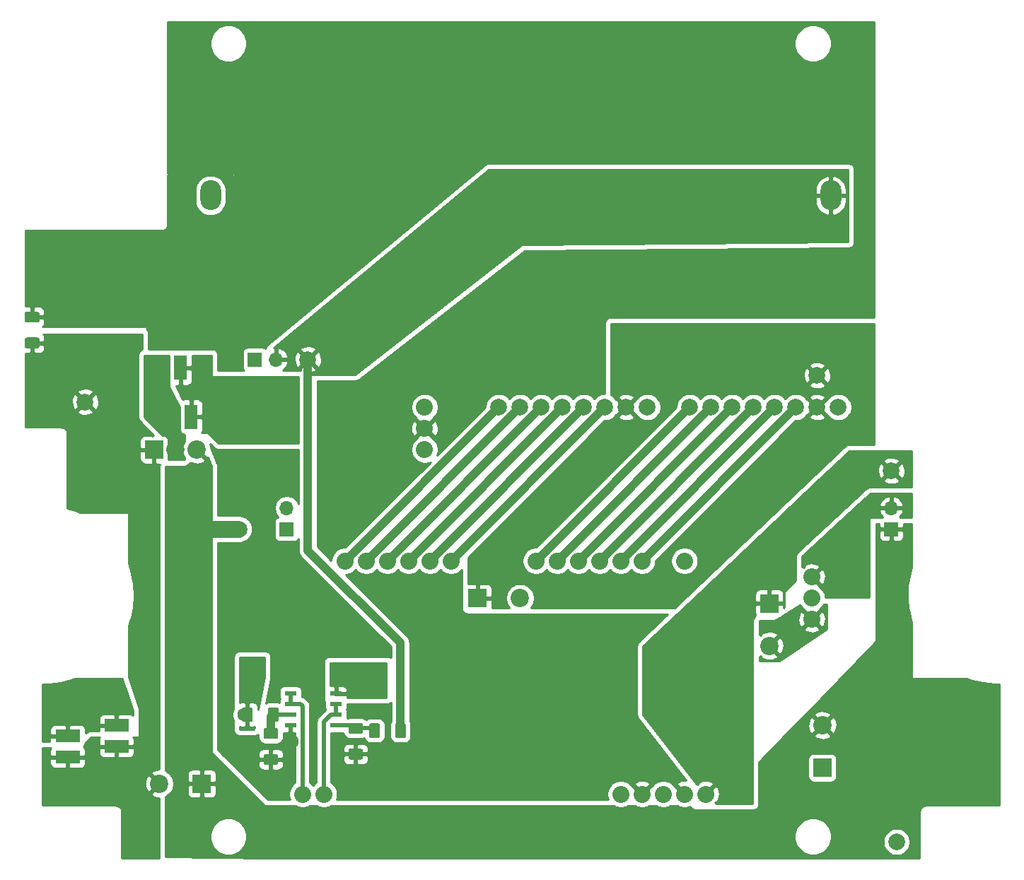
<source format=gbr>
G04 #@! TF.GenerationSoftware,KiCad,Pcbnew,5.1.5+dfsg1-2build2*
G04 #@! TF.CreationDate,2021-01-06T15:03:12+09:00*
G04 #@! TF.ProjectId,robot,726f626f-742e-46b6-9963-61645f706362,rev?*
G04 #@! TF.SameCoordinates,Original*
G04 #@! TF.FileFunction,Copper,L1,Top*
G04 #@! TF.FilePolarity,Positive*
%FSLAX46Y46*%
G04 Gerber Fmt 4.6, Leading zero omitted, Abs format (unit mm)*
G04 Created by KiCad (PCBNEW 5.1.5+dfsg1-2build2) date 2021-01-06 15:03:12*
%MOMM*%
%LPD*%
G04 APERTURE LIST*
%ADD10O,2.500000X3.600000*%
%ADD11R,2.200000X2.200000*%
%ADD12C,2.200000*%
%ADD13C,2.032000*%
%ADD14R,1.454899X0.558000*%
%ADD15R,2.997200X1.498600*%
%ADD16C,0.100000*%
%ADD17C,2.000000*%
%ADD18R,1.498600X2.997200*%
%ADD19O,1.700000X1.700000*%
%ADD20R,1.700000X1.700000*%
%ADD21C,1.600000*%
%ADD22C,1.000000*%
%ADD23C,2.000000*%
%ADD24C,0.500000*%
%ADD25C,0.254000*%
G04 APERTURE END LIST*
D10*
X-2125000Y-18200000D03*
X72125000Y-18200000D03*
D11*
X71120000Y-86745000D03*
D12*
X71120000Y-81665000D03*
D11*
X-3175000Y-88650000D03*
D12*
X-8255000Y-88650000D03*
D11*
X29845000Y-66425000D03*
D12*
X34925000Y-66425000D03*
D11*
X64770000Y-67060000D03*
D12*
X64770000Y-72140000D03*
D11*
X-8890000Y-48645000D03*
D12*
X-6350000Y-48645000D03*
X-3810000Y-48645000D03*
D13*
X54610000Y-89920000D03*
X49530000Y-89920000D03*
X54610000Y-61980000D03*
X49530000Y-61980000D03*
X46990000Y-61980000D03*
X44450000Y-61980000D03*
X41910000Y-61980000D03*
X39370000Y-61980000D03*
X36830000Y-61980000D03*
X26670000Y-61980000D03*
X24130000Y-61980000D03*
X21590000Y-61980000D03*
X19050000Y-61980000D03*
X16510000Y-61980000D03*
X13970000Y-61980000D03*
X8890000Y-89920000D03*
X11430000Y-89920000D03*
X46990000Y-89920000D03*
X52070000Y-89920000D03*
X57150000Y-89920000D03*
X69850000Y-63885000D03*
X69850000Y-66425000D03*
X69850000Y-68965000D03*
D14*
X7438652Y-77855000D03*
X7438652Y-79125000D03*
X7438652Y-80395000D03*
X7438652Y-81665000D03*
X12881348Y-81665000D03*
X12881348Y-80395000D03*
X12881348Y-79125000D03*
X12881348Y-77855000D03*
D15*
X-13390063Y-81665000D03*
X-19239937Y-82935000D03*
X-13390063Y-84205000D03*
X-19239937Y-85475000D03*
G04 #@! TA.AperFunction,SMDPad,CuDef*
D16*
G36*
X15889504Y-84471204D02*
G01*
X15913773Y-84474804D01*
X15937571Y-84480765D01*
X15960671Y-84489030D01*
X15982849Y-84499520D01*
X16003893Y-84512133D01*
X16023598Y-84526747D01*
X16041777Y-84543223D01*
X16058253Y-84561402D01*
X16072867Y-84581107D01*
X16085480Y-84602151D01*
X16095970Y-84624329D01*
X16104235Y-84647429D01*
X16110196Y-84671227D01*
X16113796Y-84695496D01*
X16115000Y-84720000D01*
X16115000Y-85520000D01*
X16113796Y-85544504D01*
X16110196Y-85568773D01*
X16104235Y-85592571D01*
X16095970Y-85615671D01*
X16085480Y-85637849D01*
X16072867Y-85658893D01*
X16058253Y-85678598D01*
X16041777Y-85696777D01*
X16023598Y-85713253D01*
X16003893Y-85727867D01*
X15982849Y-85740480D01*
X15960671Y-85750970D01*
X15937571Y-85759235D01*
X15913773Y-85765196D01*
X15889504Y-85768796D01*
X15865000Y-85770000D01*
X14615000Y-85770000D01*
X14590496Y-85768796D01*
X14566227Y-85765196D01*
X14542429Y-85759235D01*
X14519329Y-85750970D01*
X14497151Y-85740480D01*
X14476107Y-85727867D01*
X14456402Y-85713253D01*
X14438223Y-85696777D01*
X14421747Y-85678598D01*
X14407133Y-85658893D01*
X14394520Y-85637849D01*
X14384030Y-85615671D01*
X14375765Y-85592571D01*
X14369804Y-85568773D01*
X14366204Y-85544504D01*
X14365000Y-85520000D01*
X14365000Y-84720000D01*
X14366204Y-84695496D01*
X14369804Y-84671227D01*
X14375765Y-84647429D01*
X14384030Y-84624329D01*
X14394520Y-84602151D01*
X14407133Y-84581107D01*
X14421747Y-84561402D01*
X14438223Y-84543223D01*
X14456402Y-84526747D01*
X14476107Y-84512133D01*
X14497151Y-84499520D01*
X14519329Y-84489030D01*
X14542429Y-84480765D01*
X14566227Y-84474804D01*
X14590496Y-84471204D01*
X14615000Y-84470000D01*
X15865000Y-84470000D01*
X15889504Y-84471204D01*
G37*
G04 #@! TD.AperFunction*
G04 #@! TA.AperFunction,SMDPad,CuDef*
G36*
X15889504Y-81371204D02*
G01*
X15913773Y-81374804D01*
X15937571Y-81380765D01*
X15960671Y-81389030D01*
X15982849Y-81399520D01*
X16003893Y-81412133D01*
X16023598Y-81426747D01*
X16041777Y-81443223D01*
X16058253Y-81461402D01*
X16072867Y-81481107D01*
X16085480Y-81502151D01*
X16095970Y-81524329D01*
X16104235Y-81547429D01*
X16110196Y-81571227D01*
X16113796Y-81595496D01*
X16115000Y-81620000D01*
X16115000Y-82420000D01*
X16113796Y-82444504D01*
X16110196Y-82468773D01*
X16104235Y-82492571D01*
X16095970Y-82515671D01*
X16085480Y-82537849D01*
X16072867Y-82558893D01*
X16058253Y-82578598D01*
X16041777Y-82596777D01*
X16023598Y-82613253D01*
X16003893Y-82627867D01*
X15982849Y-82640480D01*
X15960671Y-82650970D01*
X15937571Y-82659235D01*
X15913773Y-82665196D01*
X15889504Y-82668796D01*
X15865000Y-82670000D01*
X14615000Y-82670000D01*
X14590496Y-82668796D01*
X14566227Y-82665196D01*
X14542429Y-82659235D01*
X14519329Y-82650970D01*
X14497151Y-82640480D01*
X14476107Y-82627867D01*
X14456402Y-82613253D01*
X14438223Y-82596777D01*
X14421747Y-82578598D01*
X14407133Y-82558893D01*
X14394520Y-82537849D01*
X14384030Y-82515671D01*
X14375765Y-82492571D01*
X14369804Y-82468773D01*
X14366204Y-82444504D01*
X14365000Y-82420000D01*
X14365000Y-81620000D01*
X14366204Y-81595496D01*
X14369804Y-81571227D01*
X14375765Y-81547429D01*
X14384030Y-81524329D01*
X14394520Y-81502151D01*
X14407133Y-81481107D01*
X14421747Y-81461402D01*
X14438223Y-81443223D01*
X14456402Y-81426747D01*
X14476107Y-81412133D01*
X14497151Y-81399520D01*
X14519329Y-81389030D01*
X14542429Y-81380765D01*
X14566227Y-81374804D01*
X14590496Y-81371204D01*
X14615000Y-81370000D01*
X15865000Y-81370000D01*
X15889504Y-81371204D01*
G37*
G04 #@! TD.AperFunction*
G04 #@! TA.AperFunction,SMDPad,CuDef*
G36*
X21024504Y-81426204D02*
G01*
X21048773Y-81429804D01*
X21072571Y-81435765D01*
X21095671Y-81444030D01*
X21117849Y-81454520D01*
X21138893Y-81467133D01*
X21158598Y-81481747D01*
X21176777Y-81498223D01*
X21193253Y-81516402D01*
X21207867Y-81536107D01*
X21220480Y-81557151D01*
X21230970Y-81579329D01*
X21239235Y-81602429D01*
X21245196Y-81626227D01*
X21248796Y-81650496D01*
X21250000Y-81675000D01*
X21250000Y-82925000D01*
X21248796Y-82949504D01*
X21245196Y-82973773D01*
X21239235Y-82997571D01*
X21230970Y-83020671D01*
X21220480Y-83042849D01*
X21207867Y-83063893D01*
X21193253Y-83083598D01*
X21176777Y-83101777D01*
X21158598Y-83118253D01*
X21138893Y-83132867D01*
X21117849Y-83145480D01*
X21095671Y-83155970D01*
X21072571Y-83164235D01*
X21048773Y-83170196D01*
X21024504Y-83173796D01*
X21000000Y-83175000D01*
X20200000Y-83175000D01*
X20175496Y-83173796D01*
X20151227Y-83170196D01*
X20127429Y-83164235D01*
X20104329Y-83155970D01*
X20082151Y-83145480D01*
X20061107Y-83132867D01*
X20041402Y-83118253D01*
X20023223Y-83101777D01*
X20006747Y-83083598D01*
X19992133Y-83063893D01*
X19979520Y-83042849D01*
X19969030Y-83020671D01*
X19960765Y-82997571D01*
X19954804Y-82973773D01*
X19951204Y-82949504D01*
X19950000Y-82925000D01*
X19950000Y-81675000D01*
X19951204Y-81650496D01*
X19954804Y-81626227D01*
X19960765Y-81602429D01*
X19969030Y-81579329D01*
X19979520Y-81557151D01*
X19992133Y-81536107D01*
X20006747Y-81516402D01*
X20023223Y-81498223D01*
X20041402Y-81481747D01*
X20061107Y-81467133D01*
X20082151Y-81454520D01*
X20104329Y-81444030D01*
X20127429Y-81435765D01*
X20151227Y-81429804D01*
X20175496Y-81426204D01*
X20200000Y-81425000D01*
X21000000Y-81425000D01*
X21024504Y-81426204D01*
G37*
G04 #@! TD.AperFunction*
G04 #@! TA.AperFunction,SMDPad,CuDef*
G36*
X17924504Y-81426204D02*
G01*
X17948773Y-81429804D01*
X17972571Y-81435765D01*
X17995671Y-81444030D01*
X18017849Y-81454520D01*
X18038893Y-81467133D01*
X18058598Y-81481747D01*
X18076777Y-81498223D01*
X18093253Y-81516402D01*
X18107867Y-81536107D01*
X18120480Y-81557151D01*
X18130970Y-81579329D01*
X18139235Y-81602429D01*
X18145196Y-81626227D01*
X18148796Y-81650496D01*
X18150000Y-81675000D01*
X18150000Y-82925000D01*
X18148796Y-82949504D01*
X18145196Y-82973773D01*
X18139235Y-82997571D01*
X18130970Y-83020671D01*
X18120480Y-83042849D01*
X18107867Y-83063893D01*
X18093253Y-83083598D01*
X18076777Y-83101777D01*
X18058598Y-83118253D01*
X18038893Y-83132867D01*
X18017849Y-83145480D01*
X17995671Y-83155970D01*
X17972571Y-83164235D01*
X17948773Y-83170196D01*
X17924504Y-83173796D01*
X17900000Y-83175000D01*
X17100000Y-83175000D01*
X17075496Y-83173796D01*
X17051227Y-83170196D01*
X17027429Y-83164235D01*
X17004329Y-83155970D01*
X16982151Y-83145480D01*
X16961107Y-83132867D01*
X16941402Y-83118253D01*
X16923223Y-83101777D01*
X16906747Y-83083598D01*
X16892133Y-83063893D01*
X16879520Y-83042849D01*
X16869030Y-83020671D01*
X16860765Y-82997571D01*
X16854804Y-82973773D01*
X16851204Y-82949504D01*
X16850000Y-82925000D01*
X16850000Y-81675000D01*
X16851204Y-81650496D01*
X16854804Y-81626227D01*
X16860765Y-81602429D01*
X16869030Y-81579329D01*
X16879520Y-81557151D01*
X16892133Y-81536107D01*
X16906747Y-81516402D01*
X16923223Y-81498223D01*
X16941402Y-81481747D01*
X16961107Y-81467133D01*
X16982151Y-81454520D01*
X17004329Y-81444030D01*
X17027429Y-81435765D01*
X17051227Y-81429804D01*
X17075496Y-81426204D01*
X17100000Y-81425000D01*
X17900000Y-81425000D01*
X17924504Y-81426204D01*
G37*
G04 #@! TD.AperFunction*
G04 #@! TA.AperFunction,SMDPad,CuDef*
G36*
X5729504Y-85106204D02*
G01*
X5753773Y-85109804D01*
X5777571Y-85115765D01*
X5800671Y-85124030D01*
X5822849Y-85134520D01*
X5843893Y-85147133D01*
X5863598Y-85161747D01*
X5881777Y-85178223D01*
X5898253Y-85196402D01*
X5912867Y-85216107D01*
X5925480Y-85237151D01*
X5935970Y-85259329D01*
X5944235Y-85282429D01*
X5950196Y-85306227D01*
X5953796Y-85330496D01*
X5955000Y-85355000D01*
X5955000Y-86155000D01*
X5953796Y-86179504D01*
X5950196Y-86203773D01*
X5944235Y-86227571D01*
X5935970Y-86250671D01*
X5925480Y-86272849D01*
X5912867Y-86293893D01*
X5898253Y-86313598D01*
X5881777Y-86331777D01*
X5863598Y-86348253D01*
X5843893Y-86362867D01*
X5822849Y-86375480D01*
X5800671Y-86385970D01*
X5777571Y-86394235D01*
X5753773Y-86400196D01*
X5729504Y-86403796D01*
X5705000Y-86405000D01*
X4455000Y-86405000D01*
X4430496Y-86403796D01*
X4406227Y-86400196D01*
X4382429Y-86394235D01*
X4359329Y-86385970D01*
X4337151Y-86375480D01*
X4316107Y-86362867D01*
X4296402Y-86348253D01*
X4278223Y-86331777D01*
X4261747Y-86313598D01*
X4247133Y-86293893D01*
X4234520Y-86272849D01*
X4224030Y-86250671D01*
X4215765Y-86227571D01*
X4209804Y-86203773D01*
X4206204Y-86179504D01*
X4205000Y-86155000D01*
X4205000Y-85355000D01*
X4206204Y-85330496D01*
X4209804Y-85306227D01*
X4215765Y-85282429D01*
X4224030Y-85259329D01*
X4234520Y-85237151D01*
X4247133Y-85216107D01*
X4261747Y-85196402D01*
X4278223Y-85178223D01*
X4296402Y-85161747D01*
X4316107Y-85147133D01*
X4337151Y-85134520D01*
X4359329Y-85124030D01*
X4382429Y-85115765D01*
X4406227Y-85109804D01*
X4430496Y-85106204D01*
X4455000Y-85105000D01*
X5705000Y-85105000D01*
X5729504Y-85106204D01*
G37*
G04 #@! TD.AperFunction*
G04 #@! TA.AperFunction,SMDPad,CuDef*
G36*
X5729504Y-82006204D02*
G01*
X5753773Y-82009804D01*
X5777571Y-82015765D01*
X5800671Y-82024030D01*
X5822849Y-82034520D01*
X5843893Y-82047133D01*
X5863598Y-82061747D01*
X5881777Y-82078223D01*
X5898253Y-82096402D01*
X5912867Y-82116107D01*
X5925480Y-82137151D01*
X5935970Y-82159329D01*
X5944235Y-82182429D01*
X5950196Y-82206227D01*
X5953796Y-82230496D01*
X5955000Y-82255000D01*
X5955000Y-83055000D01*
X5953796Y-83079504D01*
X5950196Y-83103773D01*
X5944235Y-83127571D01*
X5935970Y-83150671D01*
X5925480Y-83172849D01*
X5912867Y-83193893D01*
X5898253Y-83213598D01*
X5881777Y-83231777D01*
X5863598Y-83248253D01*
X5843893Y-83262867D01*
X5822849Y-83275480D01*
X5800671Y-83285970D01*
X5777571Y-83294235D01*
X5753773Y-83300196D01*
X5729504Y-83303796D01*
X5705000Y-83305000D01*
X4455000Y-83305000D01*
X4430496Y-83303796D01*
X4406227Y-83300196D01*
X4382429Y-83294235D01*
X4359329Y-83285970D01*
X4337151Y-83275480D01*
X4316107Y-83262867D01*
X4296402Y-83248253D01*
X4278223Y-83231777D01*
X4261747Y-83213598D01*
X4247133Y-83193893D01*
X4234520Y-83172849D01*
X4224030Y-83150671D01*
X4215765Y-83127571D01*
X4209804Y-83103773D01*
X4206204Y-83079504D01*
X4205000Y-83055000D01*
X4205000Y-82255000D01*
X4206204Y-82230496D01*
X4209804Y-82206227D01*
X4215765Y-82182429D01*
X4224030Y-82159329D01*
X4234520Y-82137151D01*
X4247133Y-82116107D01*
X4261747Y-82096402D01*
X4278223Y-82078223D01*
X4296402Y-82061747D01*
X4316107Y-82047133D01*
X4337151Y-82034520D01*
X4359329Y-82024030D01*
X4382429Y-82015765D01*
X4406227Y-82009804D01*
X4430496Y-82006204D01*
X4455000Y-82005000D01*
X5705000Y-82005000D01*
X5729504Y-82006204D01*
G37*
G04 #@! TD.AperFunction*
G04 #@! TA.AperFunction,SMDPad,CuDef*
G36*
X5784504Y-79521204D02*
G01*
X5808773Y-79524804D01*
X5832571Y-79530765D01*
X5855671Y-79539030D01*
X5877849Y-79549520D01*
X5898893Y-79562133D01*
X5918598Y-79576747D01*
X5936777Y-79593223D01*
X5953253Y-79611402D01*
X5967867Y-79631107D01*
X5980480Y-79652151D01*
X5990970Y-79674329D01*
X5999235Y-79697429D01*
X6005196Y-79721227D01*
X6008796Y-79745496D01*
X6010000Y-79770000D01*
X6010000Y-81020000D01*
X6008796Y-81044504D01*
X6005196Y-81068773D01*
X5999235Y-81092571D01*
X5990970Y-81115671D01*
X5980480Y-81137849D01*
X5967867Y-81158893D01*
X5953253Y-81178598D01*
X5936777Y-81196777D01*
X5918598Y-81213253D01*
X5898893Y-81227867D01*
X5877849Y-81240480D01*
X5855671Y-81250970D01*
X5832571Y-81259235D01*
X5808773Y-81265196D01*
X5784504Y-81268796D01*
X5760000Y-81270000D01*
X4960000Y-81270000D01*
X4935496Y-81268796D01*
X4911227Y-81265196D01*
X4887429Y-81259235D01*
X4864329Y-81250970D01*
X4842151Y-81240480D01*
X4821107Y-81227867D01*
X4801402Y-81213253D01*
X4783223Y-81196777D01*
X4766747Y-81178598D01*
X4752133Y-81158893D01*
X4739520Y-81137849D01*
X4729030Y-81115671D01*
X4720765Y-81092571D01*
X4714804Y-81068773D01*
X4711204Y-81044504D01*
X4710000Y-81020000D01*
X4710000Y-79770000D01*
X4711204Y-79745496D01*
X4714804Y-79721227D01*
X4720765Y-79697429D01*
X4729030Y-79674329D01*
X4739520Y-79652151D01*
X4752133Y-79631107D01*
X4766747Y-79611402D01*
X4783223Y-79593223D01*
X4801402Y-79576747D01*
X4821107Y-79562133D01*
X4842151Y-79549520D01*
X4864329Y-79539030D01*
X4887429Y-79530765D01*
X4911227Y-79524804D01*
X4935496Y-79521204D01*
X4960000Y-79520000D01*
X5760000Y-79520000D01*
X5784504Y-79521204D01*
G37*
G04 #@! TD.AperFunction*
G04 #@! TA.AperFunction,SMDPad,CuDef*
G36*
X2684504Y-79521204D02*
G01*
X2708773Y-79524804D01*
X2732571Y-79530765D01*
X2755671Y-79539030D01*
X2777849Y-79549520D01*
X2798893Y-79562133D01*
X2818598Y-79576747D01*
X2836777Y-79593223D01*
X2853253Y-79611402D01*
X2867867Y-79631107D01*
X2880480Y-79652151D01*
X2890970Y-79674329D01*
X2899235Y-79697429D01*
X2905196Y-79721227D01*
X2908796Y-79745496D01*
X2910000Y-79770000D01*
X2910000Y-81020000D01*
X2908796Y-81044504D01*
X2905196Y-81068773D01*
X2899235Y-81092571D01*
X2890970Y-81115671D01*
X2880480Y-81137849D01*
X2867867Y-81158893D01*
X2853253Y-81178598D01*
X2836777Y-81196777D01*
X2818598Y-81213253D01*
X2798893Y-81227867D01*
X2777849Y-81240480D01*
X2755671Y-81250970D01*
X2732571Y-81259235D01*
X2708773Y-81265196D01*
X2684504Y-81268796D01*
X2660000Y-81270000D01*
X1860000Y-81270000D01*
X1835496Y-81268796D01*
X1811227Y-81265196D01*
X1787429Y-81259235D01*
X1764329Y-81250970D01*
X1742151Y-81240480D01*
X1721107Y-81227867D01*
X1701402Y-81213253D01*
X1683223Y-81196777D01*
X1666747Y-81178598D01*
X1652133Y-81158893D01*
X1639520Y-81137849D01*
X1629030Y-81115671D01*
X1620765Y-81092571D01*
X1614804Y-81068773D01*
X1611204Y-81044504D01*
X1610000Y-81020000D01*
X1610000Y-79770000D01*
X1611204Y-79745496D01*
X1614804Y-79721227D01*
X1620765Y-79697429D01*
X1629030Y-79674329D01*
X1639520Y-79652151D01*
X1652133Y-79631107D01*
X1666747Y-79611402D01*
X1683223Y-79593223D01*
X1701402Y-79576747D01*
X1721107Y-79562133D01*
X1742151Y-79549520D01*
X1764329Y-79539030D01*
X1787429Y-79530765D01*
X1811227Y-79524804D01*
X1835496Y-79521204D01*
X1860000Y-79520000D01*
X2660000Y-79520000D01*
X2684504Y-79521204D01*
G37*
G04 #@! TD.AperFunction*
G04 #@! TA.AperFunction,SMDPad,CuDef*
G36*
X-22845496Y-32121204D02*
G01*
X-22821227Y-32124804D01*
X-22797429Y-32130765D01*
X-22774329Y-32139030D01*
X-22752151Y-32149520D01*
X-22731107Y-32162133D01*
X-22711402Y-32176747D01*
X-22693223Y-32193223D01*
X-22676747Y-32211402D01*
X-22662133Y-32231107D01*
X-22649520Y-32252151D01*
X-22639030Y-32274329D01*
X-22630765Y-32297429D01*
X-22624804Y-32321227D01*
X-22621204Y-32345496D01*
X-22620000Y-32370000D01*
X-22620000Y-33170000D01*
X-22621204Y-33194504D01*
X-22624804Y-33218773D01*
X-22630765Y-33242571D01*
X-22639030Y-33265671D01*
X-22649520Y-33287849D01*
X-22662133Y-33308893D01*
X-22676747Y-33328598D01*
X-22693223Y-33346777D01*
X-22711402Y-33363253D01*
X-22731107Y-33377867D01*
X-22752151Y-33390480D01*
X-22774329Y-33400970D01*
X-22797429Y-33409235D01*
X-22821227Y-33415196D01*
X-22845496Y-33418796D01*
X-22870000Y-33420000D01*
X-24120000Y-33420000D01*
X-24144504Y-33418796D01*
X-24168773Y-33415196D01*
X-24192571Y-33409235D01*
X-24215671Y-33400970D01*
X-24237849Y-33390480D01*
X-24258893Y-33377867D01*
X-24278598Y-33363253D01*
X-24296777Y-33346777D01*
X-24313253Y-33328598D01*
X-24327867Y-33308893D01*
X-24340480Y-33287849D01*
X-24350970Y-33265671D01*
X-24359235Y-33242571D01*
X-24365196Y-33218773D01*
X-24368796Y-33194504D01*
X-24370000Y-33170000D01*
X-24370000Y-32370000D01*
X-24368796Y-32345496D01*
X-24365196Y-32321227D01*
X-24359235Y-32297429D01*
X-24350970Y-32274329D01*
X-24340480Y-32252151D01*
X-24327867Y-32231107D01*
X-24313253Y-32211402D01*
X-24296777Y-32193223D01*
X-24278598Y-32176747D01*
X-24258893Y-32162133D01*
X-24237849Y-32149520D01*
X-24215671Y-32139030D01*
X-24192571Y-32130765D01*
X-24168773Y-32124804D01*
X-24144504Y-32121204D01*
X-24120000Y-32120000D01*
X-22870000Y-32120000D01*
X-22845496Y-32121204D01*
G37*
G04 #@! TD.AperFunction*
G04 #@! TA.AperFunction,SMDPad,CuDef*
G36*
X-22845496Y-35221204D02*
G01*
X-22821227Y-35224804D01*
X-22797429Y-35230765D01*
X-22774329Y-35239030D01*
X-22752151Y-35249520D01*
X-22731107Y-35262133D01*
X-22711402Y-35276747D01*
X-22693223Y-35293223D01*
X-22676747Y-35311402D01*
X-22662133Y-35331107D01*
X-22649520Y-35352151D01*
X-22639030Y-35374329D01*
X-22630765Y-35397429D01*
X-22624804Y-35421227D01*
X-22621204Y-35445496D01*
X-22620000Y-35470000D01*
X-22620000Y-36270000D01*
X-22621204Y-36294504D01*
X-22624804Y-36318773D01*
X-22630765Y-36342571D01*
X-22639030Y-36365671D01*
X-22649520Y-36387849D01*
X-22662133Y-36408893D01*
X-22676747Y-36428598D01*
X-22693223Y-36446777D01*
X-22711402Y-36463253D01*
X-22731107Y-36477867D01*
X-22752151Y-36490480D01*
X-22774329Y-36500970D01*
X-22797429Y-36509235D01*
X-22821227Y-36515196D01*
X-22845496Y-36518796D01*
X-22870000Y-36520000D01*
X-24120000Y-36520000D01*
X-24144504Y-36518796D01*
X-24168773Y-36515196D01*
X-24192571Y-36509235D01*
X-24215671Y-36500970D01*
X-24237849Y-36490480D01*
X-24258893Y-36477867D01*
X-24278598Y-36463253D01*
X-24296777Y-36446777D01*
X-24313253Y-36428598D01*
X-24327867Y-36408893D01*
X-24340480Y-36387849D01*
X-24350970Y-36365671D01*
X-24359235Y-36342571D01*
X-24365196Y-36318773D01*
X-24368796Y-36294504D01*
X-24370000Y-36270000D01*
X-24370000Y-35470000D01*
X-24368796Y-35445496D01*
X-24365196Y-35421227D01*
X-24359235Y-35397429D01*
X-24350970Y-35374329D01*
X-24340480Y-35352151D01*
X-24327867Y-35331107D01*
X-24313253Y-35311402D01*
X-24296777Y-35293223D01*
X-24278598Y-35276747D01*
X-24258893Y-35262133D01*
X-24237849Y-35249520D01*
X-24215671Y-35239030D01*
X-24192571Y-35230765D01*
X-24168773Y-35224804D01*
X-24144504Y-35221204D01*
X-24120000Y-35220000D01*
X-22870000Y-35220000D01*
X-22845496Y-35221204D01*
G37*
G04 #@! TD.AperFunction*
D13*
X23495000Y-48645000D03*
X23495000Y-46105000D03*
X23495000Y-43565000D03*
D17*
X55245000Y-43565000D03*
X57785000Y-43565000D03*
X60325000Y-43565000D03*
X62865000Y-43565000D03*
X65405000Y-43565000D03*
X67945000Y-43565000D03*
X70485000Y-43565000D03*
X73025000Y-43565000D03*
D18*
X-8255000Y-38860063D03*
X-6985000Y-44709937D03*
X-5715000Y-38860063D03*
X-4445000Y-44709937D03*
D17*
X32385000Y-43565000D03*
X34925000Y-43565000D03*
X37465000Y-43565000D03*
X40005000Y-43565000D03*
X42545000Y-43565000D03*
X45085000Y-43565000D03*
X47625000Y-43565000D03*
X50165000Y-43565000D03*
X-17145000Y-42930000D03*
D19*
X79375000Y-55630000D03*
D20*
X79375000Y-58170000D03*
D17*
X70485000Y-39755000D03*
D20*
X3175000Y-37850000D03*
D19*
X5715000Y-37850000D03*
D20*
X6985000Y-58170000D03*
D19*
X6985000Y-55630000D03*
D17*
X79375000Y-51185000D03*
X1270000Y-58170000D03*
X80010000Y-95635000D03*
X9525000Y-37850000D03*
D21*
X2540000Y-74680000D03*
X2540000Y-77220000D03*
X1905000Y-80395000D03*
X-15240000Y-48010000D03*
X-15240000Y-52455000D03*
X-10160000Y-54360000D03*
X-10160000Y-62615000D03*
X-9525000Y-72140000D03*
X-9525000Y-83570000D03*
X-14605000Y-38485000D03*
X-635000Y-44835000D03*
X-635000Y-42930000D03*
X-635000Y-41025000D03*
X3175000Y-41660000D03*
X6985000Y-43565000D03*
X3175000Y-45470000D03*
X-635000Y-27055000D03*
X-635000Y-25150000D03*
X-635000Y-23245000D03*
X-23495000Y-27055000D03*
X-23495000Y-25150000D03*
X-23495000Y-23245000D03*
X-20955000Y-77855000D03*
X-17145000Y-79760000D03*
X-13970000Y-77855000D03*
X7620000Y-83570000D03*
X6350000Y-88015000D03*
X15240000Y-88015000D03*
X20955000Y-88015000D03*
X7620000Y-1020000D03*
X0Y-8640000D03*
X7620000Y-8640000D03*
X15240000Y-8640000D03*
X22860000Y-8640000D03*
X30480000Y-8640000D03*
X38100000Y-8640000D03*
X45720000Y-8640000D03*
X53340000Y-8640000D03*
X60960000Y-8640000D03*
X68580000Y-8640000D03*
X15240000Y-1020000D03*
X22860000Y-1020000D03*
X30480000Y-1020000D03*
X38100000Y-1020000D03*
X45720000Y-1020000D03*
X53340000Y-1020000D03*
X60960000Y-1020000D03*
X15240000Y-16260000D03*
X22860000Y-16260000D03*
X10160000Y-23880000D03*
X-17780000Y-26420000D03*
X-15240000Y-31500000D03*
X-10160000Y-26420000D03*
X15240000Y-44200000D03*
X22860000Y-36580000D03*
X33020000Y-28960000D03*
X33020000Y-36580000D03*
X40640000Y-36580000D03*
X40640000Y-28960000D03*
X48260000Y-28960000D03*
X55880000Y-28960000D03*
X63500000Y-28960000D03*
X71120000Y-28960000D03*
X76200000Y-26420000D03*
X76200000Y-18800000D03*
X76200000Y-11180000D03*
X73660000Y-3560000D03*
X-5080000Y-6100000D03*
X-2540000Y-34040000D03*
X3175000Y-50550000D03*
X1905000Y-63885000D03*
X8255000Y-74045000D03*
X25400000Y-83570000D03*
X29845000Y-88650000D03*
X13970000Y-75950000D03*
X17145000Y-75950000D03*
D22*
X20600000Y-71785000D02*
X20600000Y-82300000D01*
X9525000Y-60710000D02*
X20600000Y-71785000D01*
X9525000Y-37850000D02*
X9525000Y-60710000D01*
D23*
X1270000Y-58170000D02*
X-1905000Y-58170000D01*
D22*
X13970000Y-61980000D02*
X32385000Y-43565000D01*
X16510000Y-61980000D02*
X34925000Y-43565000D01*
X37465000Y-43565000D02*
X19050000Y-61980000D01*
X21590000Y-61980000D02*
X40005000Y-43565000D01*
X42545000Y-43565000D02*
X24130000Y-61980000D01*
X26670000Y-61980000D02*
X45085000Y-43565000D01*
X36830000Y-61980000D02*
X55245000Y-43565000D01*
X57785000Y-43565000D02*
X39370000Y-61980000D01*
X41910000Y-61980000D02*
X60325000Y-43565000D01*
X62865000Y-43565000D02*
X44450000Y-61980000D01*
X46990000Y-61980000D02*
X65405000Y-43565000D01*
X67945000Y-43565000D02*
X49530000Y-61980000D01*
D24*
X7438652Y-77855000D02*
X7438652Y-79125000D01*
X8890000Y-79348899D02*
X8890000Y-89920000D01*
X8666101Y-79125000D02*
X8890000Y-79348899D01*
X7438652Y-79125000D02*
X8666101Y-79125000D01*
D22*
X5080000Y-80675000D02*
X5360000Y-80395000D01*
X5080000Y-82655000D02*
X5080000Y-80675000D01*
D24*
X5360000Y-80395000D02*
X7438652Y-80395000D01*
X14885000Y-81665000D02*
X15240000Y-82020000D01*
X12881348Y-81665000D02*
X14885000Y-81665000D01*
X17220000Y-82020000D02*
X17500000Y-82300000D01*
X15240000Y-82020000D02*
X17220000Y-82020000D01*
X12881348Y-79125000D02*
X12881348Y-80395000D01*
X11430000Y-81253899D02*
X11430000Y-89920000D01*
X12288899Y-80395000D02*
X11430000Y-81253899D01*
X12881348Y-80395000D02*
X12288899Y-80395000D01*
D25*
G36*
X27940000Y-67695000D02*
G01*
X27952201Y-67818882D01*
X27988336Y-67938004D01*
X28047017Y-68047787D01*
X28125987Y-68144013D01*
X28222213Y-68222983D01*
X28331996Y-68281664D01*
X28451118Y-68317799D01*
X28575000Y-68330000D01*
X52623331Y-68330000D01*
X49092955Y-71679331D01*
X49002017Y-71787213D01*
X48943336Y-71896996D01*
X48907201Y-72016118D01*
X48895000Y-72140000D01*
X48895000Y-80395000D01*
X48916834Y-80560084D01*
X48960822Y-80676535D01*
X49026684Y-80782166D01*
X54791958Y-88277022D01*
X54548038Y-88262169D01*
X54225802Y-88306112D01*
X53918330Y-88412076D01*
X53740478Y-88507140D01*
X53642782Y-88773177D01*
X54610000Y-89740395D01*
X54624143Y-89726253D01*
X54803748Y-89905858D01*
X54789605Y-89920000D01*
X54803748Y-89934143D01*
X54624143Y-90113748D01*
X54610000Y-90099605D01*
X54595858Y-90113748D01*
X54416253Y-89934143D01*
X54430395Y-89920000D01*
X53463177Y-88952782D01*
X53419968Y-88968649D01*
X53352415Y-88867549D01*
X53122451Y-88637585D01*
X52852042Y-88456903D01*
X52551579Y-88332447D01*
X52232609Y-88269000D01*
X51907391Y-88269000D01*
X51588421Y-88332447D01*
X51287958Y-88456903D01*
X51017549Y-88637585D01*
X50787585Y-88867549D01*
X50720032Y-88968649D01*
X50676823Y-88952782D01*
X49709605Y-89920000D01*
X49723748Y-89934143D01*
X49544143Y-90113748D01*
X49530000Y-90099605D01*
X49515858Y-90113748D01*
X49336253Y-89934143D01*
X49350395Y-89920000D01*
X48383177Y-88952782D01*
X48339968Y-88968649D01*
X48272415Y-88867549D01*
X48178043Y-88773177D01*
X48562782Y-88773177D01*
X49530000Y-89740395D01*
X50497218Y-88773177D01*
X50399522Y-88507140D01*
X50107179Y-88364652D01*
X49792656Y-88281936D01*
X49468038Y-88262169D01*
X49145802Y-88306112D01*
X48838330Y-88412076D01*
X48660478Y-88507140D01*
X48562782Y-88773177D01*
X48178043Y-88773177D01*
X48042451Y-88637585D01*
X47772042Y-88456903D01*
X47471579Y-88332447D01*
X47152609Y-88269000D01*
X46827391Y-88269000D01*
X46508421Y-88332447D01*
X46207958Y-88456903D01*
X45937549Y-88637585D01*
X45707585Y-88867549D01*
X45526903Y-89137958D01*
X45402447Y-89438421D01*
X45339000Y-89757391D01*
X45339000Y-90082609D01*
X45402447Y-90401579D01*
X45465996Y-90555000D01*
X12954004Y-90555000D01*
X13017553Y-90401579D01*
X13081000Y-90082609D01*
X13081000Y-89757391D01*
X13017553Y-89438421D01*
X12893097Y-89137958D01*
X12712415Y-88867549D01*
X12482451Y-88637585D01*
X12315000Y-88525698D01*
X12315000Y-85770000D01*
X13726928Y-85770000D01*
X13739188Y-85894482D01*
X13775498Y-86014180D01*
X13834463Y-86124494D01*
X13913815Y-86221185D01*
X14010506Y-86300537D01*
X14120820Y-86359502D01*
X14240518Y-86395812D01*
X14365000Y-86408072D01*
X14954250Y-86405000D01*
X15113000Y-86246250D01*
X15113000Y-85247000D01*
X15367000Y-85247000D01*
X15367000Y-86246250D01*
X15525750Y-86405000D01*
X16115000Y-86408072D01*
X16239482Y-86395812D01*
X16359180Y-86359502D01*
X16469494Y-86300537D01*
X16566185Y-86221185D01*
X16645537Y-86124494D01*
X16704502Y-86014180D01*
X16740812Y-85894482D01*
X16753072Y-85770000D01*
X16750000Y-85405750D01*
X16591250Y-85247000D01*
X15367000Y-85247000D01*
X15113000Y-85247000D01*
X13888750Y-85247000D01*
X13730000Y-85405750D01*
X13726928Y-85770000D01*
X12315000Y-85770000D01*
X12315000Y-84470000D01*
X13726928Y-84470000D01*
X13730000Y-84834250D01*
X13888750Y-84993000D01*
X15113000Y-84993000D01*
X15113000Y-83993750D01*
X15367000Y-83993750D01*
X15367000Y-84993000D01*
X16591250Y-84993000D01*
X16750000Y-84834250D01*
X16753072Y-84470000D01*
X16740812Y-84345518D01*
X16704502Y-84225820D01*
X16645537Y-84115506D01*
X16566185Y-84018815D01*
X16469494Y-83939463D01*
X16359180Y-83880498D01*
X16239482Y-83844188D01*
X16115000Y-83831928D01*
X15525750Y-83835000D01*
X15367000Y-83993750D01*
X15113000Y-83993750D01*
X14954250Y-83835000D01*
X14365000Y-83831928D01*
X14240518Y-83844188D01*
X14120820Y-83880498D01*
X14010506Y-83939463D01*
X13913815Y-84018815D01*
X13834463Y-84115506D01*
X13775498Y-84225820D01*
X13739188Y-84345518D01*
X13726928Y-84470000D01*
X12315000Y-84470000D01*
X12315000Y-82582072D01*
X13608797Y-82582072D01*
X13733279Y-82569812D01*
X13741439Y-82567337D01*
X13743992Y-82593254D01*
X13794528Y-82759850D01*
X13876595Y-82913386D01*
X13987038Y-83047962D01*
X14121614Y-83158405D01*
X14275150Y-83240472D01*
X14441746Y-83291008D01*
X14615000Y-83308072D01*
X15865000Y-83308072D01*
X16038254Y-83291008D01*
X16204850Y-83240472D01*
X16262746Y-83209526D01*
X16279528Y-83264850D01*
X16361595Y-83418386D01*
X16472038Y-83552962D01*
X16606614Y-83663405D01*
X16760150Y-83745472D01*
X16926746Y-83796008D01*
X17100000Y-83813072D01*
X17900000Y-83813072D01*
X18073254Y-83796008D01*
X18239850Y-83745472D01*
X18393386Y-83663405D01*
X18527962Y-83552962D01*
X18638405Y-83418386D01*
X18720472Y-83264850D01*
X18771008Y-83098254D01*
X18788072Y-82925000D01*
X18788072Y-81675000D01*
X18771008Y-81501746D01*
X18720472Y-81335150D01*
X18638405Y-81181614D01*
X18527962Y-81047038D01*
X18393386Y-80936595D01*
X18239850Y-80854528D01*
X18073254Y-80803992D01*
X17900000Y-80786928D01*
X17100000Y-80786928D01*
X16926746Y-80803992D01*
X16760150Y-80854528D01*
X16606614Y-80936595D01*
X16511513Y-81014642D01*
X16492962Y-80992038D01*
X16358386Y-80881595D01*
X16204850Y-80799528D01*
X16038254Y-80748992D01*
X15865000Y-80731928D01*
X14615000Y-80731928D01*
X14441746Y-80748992D01*
X14339526Y-80780000D01*
X14236429Y-80780000D01*
X14246869Y-80674000D01*
X14246869Y-80116000D01*
X14234609Y-79991518D01*
X14198299Y-79871820D01*
X14139334Y-79761506D01*
X14138098Y-79760000D01*
X14139334Y-79758494D01*
X14198299Y-79648180D01*
X14234609Y-79528482D01*
X14246869Y-79404000D01*
X14246869Y-79125000D01*
X19050000Y-79125000D01*
X19173882Y-79112799D01*
X19293004Y-79076664D01*
X19402787Y-79017983D01*
X19465001Y-78966926D01*
X19465001Y-81177464D01*
X19461595Y-81181614D01*
X19379528Y-81335150D01*
X19328992Y-81501746D01*
X19311928Y-81675000D01*
X19311928Y-82925000D01*
X19328992Y-83098254D01*
X19379528Y-83264850D01*
X19461595Y-83418386D01*
X19572038Y-83552962D01*
X19706614Y-83663405D01*
X19860150Y-83745472D01*
X20026746Y-83796008D01*
X20200000Y-83813072D01*
X21000000Y-83813072D01*
X21173254Y-83796008D01*
X21339850Y-83745472D01*
X21493386Y-83663405D01*
X21627962Y-83552962D01*
X21738405Y-83418386D01*
X21820472Y-83264850D01*
X21871008Y-83098254D01*
X21888072Y-82925000D01*
X21888072Y-81675000D01*
X21871008Y-81501746D01*
X21820472Y-81335150D01*
X21738405Y-81181614D01*
X21735000Y-81177465D01*
X21735000Y-71840743D01*
X21740490Y-71784999D01*
X21735000Y-71729255D01*
X21735000Y-71729248D01*
X21718577Y-71562501D01*
X21717212Y-71557999D01*
X21693195Y-71478830D01*
X21653676Y-71348553D01*
X21548284Y-71151377D01*
X21406449Y-70978551D01*
X21363141Y-70943009D01*
X14051131Y-63631000D01*
X14132609Y-63631000D01*
X14451579Y-63567553D01*
X14752042Y-63443097D01*
X15022451Y-63262415D01*
X15240000Y-63044866D01*
X15457549Y-63262415D01*
X15727958Y-63443097D01*
X16028421Y-63567553D01*
X16347391Y-63631000D01*
X16672609Y-63631000D01*
X16991579Y-63567553D01*
X17292042Y-63443097D01*
X17562451Y-63262415D01*
X17780000Y-63044866D01*
X17997549Y-63262415D01*
X18267958Y-63443097D01*
X18568421Y-63567553D01*
X18887391Y-63631000D01*
X19212609Y-63631000D01*
X19531579Y-63567553D01*
X19832042Y-63443097D01*
X20102451Y-63262415D01*
X20320000Y-63044866D01*
X20537549Y-63262415D01*
X20807958Y-63443097D01*
X21108421Y-63567553D01*
X21427391Y-63631000D01*
X21752609Y-63631000D01*
X22071579Y-63567553D01*
X22372042Y-63443097D01*
X22642451Y-63262415D01*
X22860000Y-63044866D01*
X23077549Y-63262415D01*
X23347958Y-63443097D01*
X23648421Y-63567553D01*
X23967391Y-63631000D01*
X24292609Y-63631000D01*
X24611579Y-63567553D01*
X24912042Y-63443097D01*
X25182451Y-63262415D01*
X25400000Y-63044866D01*
X25617549Y-63262415D01*
X25887958Y-63443097D01*
X26188421Y-63567553D01*
X26507391Y-63631000D01*
X26832609Y-63631000D01*
X27151579Y-63567553D01*
X27452042Y-63443097D01*
X27722451Y-63262415D01*
X27940000Y-63044866D01*
X27940000Y-67695000D01*
G37*
X27940000Y-67695000D02*
X27952201Y-67818882D01*
X27988336Y-67938004D01*
X28047017Y-68047787D01*
X28125987Y-68144013D01*
X28222213Y-68222983D01*
X28331996Y-68281664D01*
X28451118Y-68317799D01*
X28575000Y-68330000D01*
X52623331Y-68330000D01*
X49092955Y-71679331D01*
X49002017Y-71787213D01*
X48943336Y-71896996D01*
X48907201Y-72016118D01*
X48895000Y-72140000D01*
X48895000Y-80395000D01*
X48916834Y-80560084D01*
X48960822Y-80676535D01*
X49026684Y-80782166D01*
X54791958Y-88277022D01*
X54548038Y-88262169D01*
X54225802Y-88306112D01*
X53918330Y-88412076D01*
X53740478Y-88507140D01*
X53642782Y-88773177D01*
X54610000Y-89740395D01*
X54624143Y-89726253D01*
X54803748Y-89905858D01*
X54789605Y-89920000D01*
X54803748Y-89934143D01*
X54624143Y-90113748D01*
X54610000Y-90099605D01*
X54595858Y-90113748D01*
X54416253Y-89934143D01*
X54430395Y-89920000D01*
X53463177Y-88952782D01*
X53419968Y-88968649D01*
X53352415Y-88867549D01*
X53122451Y-88637585D01*
X52852042Y-88456903D01*
X52551579Y-88332447D01*
X52232609Y-88269000D01*
X51907391Y-88269000D01*
X51588421Y-88332447D01*
X51287958Y-88456903D01*
X51017549Y-88637585D01*
X50787585Y-88867549D01*
X50720032Y-88968649D01*
X50676823Y-88952782D01*
X49709605Y-89920000D01*
X49723748Y-89934143D01*
X49544143Y-90113748D01*
X49530000Y-90099605D01*
X49515858Y-90113748D01*
X49336253Y-89934143D01*
X49350395Y-89920000D01*
X48383177Y-88952782D01*
X48339968Y-88968649D01*
X48272415Y-88867549D01*
X48178043Y-88773177D01*
X48562782Y-88773177D01*
X49530000Y-89740395D01*
X50497218Y-88773177D01*
X50399522Y-88507140D01*
X50107179Y-88364652D01*
X49792656Y-88281936D01*
X49468038Y-88262169D01*
X49145802Y-88306112D01*
X48838330Y-88412076D01*
X48660478Y-88507140D01*
X48562782Y-88773177D01*
X48178043Y-88773177D01*
X48042451Y-88637585D01*
X47772042Y-88456903D01*
X47471579Y-88332447D01*
X47152609Y-88269000D01*
X46827391Y-88269000D01*
X46508421Y-88332447D01*
X46207958Y-88456903D01*
X45937549Y-88637585D01*
X45707585Y-88867549D01*
X45526903Y-89137958D01*
X45402447Y-89438421D01*
X45339000Y-89757391D01*
X45339000Y-90082609D01*
X45402447Y-90401579D01*
X45465996Y-90555000D01*
X12954004Y-90555000D01*
X13017553Y-90401579D01*
X13081000Y-90082609D01*
X13081000Y-89757391D01*
X13017553Y-89438421D01*
X12893097Y-89137958D01*
X12712415Y-88867549D01*
X12482451Y-88637585D01*
X12315000Y-88525698D01*
X12315000Y-85770000D01*
X13726928Y-85770000D01*
X13739188Y-85894482D01*
X13775498Y-86014180D01*
X13834463Y-86124494D01*
X13913815Y-86221185D01*
X14010506Y-86300537D01*
X14120820Y-86359502D01*
X14240518Y-86395812D01*
X14365000Y-86408072D01*
X14954250Y-86405000D01*
X15113000Y-86246250D01*
X15113000Y-85247000D01*
X15367000Y-85247000D01*
X15367000Y-86246250D01*
X15525750Y-86405000D01*
X16115000Y-86408072D01*
X16239482Y-86395812D01*
X16359180Y-86359502D01*
X16469494Y-86300537D01*
X16566185Y-86221185D01*
X16645537Y-86124494D01*
X16704502Y-86014180D01*
X16740812Y-85894482D01*
X16753072Y-85770000D01*
X16750000Y-85405750D01*
X16591250Y-85247000D01*
X15367000Y-85247000D01*
X15113000Y-85247000D01*
X13888750Y-85247000D01*
X13730000Y-85405750D01*
X13726928Y-85770000D01*
X12315000Y-85770000D01*
X12315000Y-84470000D01*
X13726928Y-84470000D01*
X13730000Y-84834250D01*
X13888750Y-84993000D01*
X15113000Y-84993000D01*
X15113000Y-83993750D01*
X15367000Y-83993750D01*
X15367000Y-84993000D01*
X16591250Y-84993000D01*
X16750000Y-84834250D01*
X16753072Y-84470000D01*
X16740812Y-84345518D01*
X16704502Y-84225820D01*
X16645537Y-84115506D01*
X16566185Y-84018815D01*
X16469494Y-83939463D01*
X16359180Y-83880498D01*
X16239482Y-83844188D01*
X16115000Y-83831928D01*
X15525750Y-83835000D01*
X15367000Y-83993750D01*
X15113000Y-83993750D01*
X14954250Y-83835000D01*
X14365000Y-83831928D01*
X14240518Y-83844188D01*
X14120820Y-83880498D01*
X14010506Y-83939463D01*
X13913815Y-84018815D01*
X13834463Y-84115506D01*
X13775498Y-84225820D01*
X13739188Y-84345518D01*
X13726928Y-84470000D01*
X12315000Y-84470000D01*
X12315000Y-82582072D01*
X13608797Y-82582072D01*
X13733279Y-82569812D01*
X13741439Y-82567337D01*
X13743992Y-82593254D01*
X13794528Y-82759850D01*
X13876595Y-82913386D01*
X13987038Y-83047962D01*
X14121614Y-83158405D01*
X14275150Y-83240472D01*
X14441746Y-83291008D01*
X14615000Y-83308072D01*
X15865000Y-83308072D01*
X16038254Y-83291008D01*
X16204850Y-83240472D01*
X16262746Y-83209526D01*
X16279528Y-83264850D01*
X16361595Y-83418386D01*
X16472038Y-83552962D01*
X16606614Y-83663405D01*
X16760150Y-83745472D01*
X16926746Y-83796008D01*
X17100000Y-83813072D01*
X17900000Y-83813072D01*
X18073254Y-83796008D01*
X18239850Y-83745472D01*
X18393386Y-83663405D01*
X18527962Y-83552962D01*
X18638405Y-83418386D01*
X18720472Y-83264850D01*
X18771008Y-83098254D01*
X18788072Y-82925000D01*
X18788072Y-81675000D01*
X18771008Y-81501746D01*
X18720472Y-81335150D01*
X18638405Y-81181614D01*
X18527962Y-81047038D01*
X18393386Y-80936595D01*
X18239850Y-80854528D01*
X18073254Y-80803992D01*
X17900000Y-80786928D01*
X17100000Y-80786928D01*
X16926746Y-80803992D01*
X16760150Y-80854528D01*
X16606614Y-80936595D01*
X16511513Y-81014642D01*
X16492962Y-80992038D01*
X16358386Y-80881595D01*
X16204850Y-80799528D01*
X16038254Y-80748992D01*
X15865000Y-80731928D01*
X14615000Y-80731928D01*
X14441746Y-80748992D01*
X14339526Y-80780000D01*
X14236429Y-80780000D01*
X14246869Y-80674000D01*
X14246869Y-80116000D01*
X14234609Y-79991518D01*
X14198299Y-79871820D01*
X14139334Y-79761506D01*
X14138098Y-79760000D01*
X14139334Y-79758494D01*
X14198299Y-79648180D01*
X14234609Y-79528482D01*
X14246869Y-79404000D01*
X14246869Y-79125000D01*
X19050000Y-79125000D01*
X19173882Y-79112799D01*
X19293004Y-79076664D01*
X19402787Y-79017983D01*
X19465001Y-78966926D01*
X19465001Y-81177464D01*
X19461595Y-81181614D01*
X19379528Y-81335150D01*
X19328992Y-81501746D01*
X19311928Y-81675000D01*
X19311928Y-82925000D01*
X19328992Y-83098254D01*
X19379528Y-83264850D01*
X19461595Y-83418386D01*
X19572038Y-83552962D01*
X19706614Y-83663405D01*
X19860150Y-83745472D01*
X20026746Y-83796008D01*
X20200000Y-83813072D01*
X21000000Y-83813072D01*
X21173254Y-83796008D01*
X21339850Y-83745472D01*
X21493386Y-83663405D01*
X21627962Y-83552962D01*
X21738405Y-83418386D01*
X21820472Y-83264850D01*
X21871008Y-83098254D01*
X21888072Y-82925000D01*
X21888072Y-81675000D01*
X21871008Y-81501746D01*
X21820472Y-81335150D01*
X21738405Y-81181614D01*
X21735000Y-81177465D01*
X21735000Y-71840743D01*
X21740490Y-71784999D01*
X21735000Y-71729255D01*
X21735000Y-71729248D01*
X21718577Y-71562501D01*
X21717212Y-71557999D01*
X21693195Y-71478830D01*
X21653676Y-71348553D01*
X21548284Y-71151377D01*
X21406449Y-70978551D01*
X21363141Y-70943009D01*
X14051131Y-63631000D01*
X14132609Y-63631000D01*
X14451579Y-63567553D01*
X14752042Y-63443097D01*
X15022451Y-63262415D01*
X15240000Y-63044866D01*
X15457549Y-63262415D01*
X15727958Y-63443097D01*
X16028421Y-63567553D01*
X16347391Y-63631000D01*
X16672609Y-63631000D01*
X16991579Y-63567553D01*
X17292042Y-63443097D01*
X17562451Y-63262415D01*
X17780000Y-63044866D01*
X17997549Y-63262415D01*
X18267958Y-63443097D01*
X18568421Y-63567553D01*
X18887391Y-63631000D01*
X19212609Y-63631000D01*
X19531579Y-63567553D01*
X19832042Y-63443097D01*
X20102451Y-63262415D01*
X20320000Y-63044866D01*
X20537549Y-63262415D01*
X20807958Y-63443097D01*
X21108421Y-63567553D01*
X21427391Y-63631000D01*
X21752609Y-63631000D01*
X22071579Y-63567553D01*
X22372042Y-63443097D01*
X22642451Y-63262415D01*
X22860000Y-63044866D01*
X23077549Y-63262415D01*
X23347958Y-63443097D01*
X23648421Y-63567553D01*
X23967391Y-63631000D01*
X24292609Y-63631000D01*
X24611579Y-63567553D01*
X24912042Y-63443097D01*
X25182451Y-63262415D01*
X25400000Y-63044866D01*
X25617549Y-63262415D01*
X25887958Y-63443097D01*
X26188421Y-63567553D01*
X26507391Y-63631000D01*
X26832609Y-63631000D01*
X27151579Y-63567553D01*
X27452042Y-63443097D01*
X27722451Y-63262415D01*
X27940000Y-63044866D01*
X27940000Y-67695000D01*
G36*
X-1719013Y-48459013D02*
G01*
X-1622787Y-48537983D01*
X-1513004Y-48596664D01*
X-1393882Y-48632799D01*
X-1270000Y-48645000D01*
X8390000Y-48645000D01*
X8390001Y-55141481D01*
X8300990Y-54926589D01*
X8138475Y-54683368D01*
X7931632Y-54476525D01*
X7688411Y-54314010D01*
X7418158Y-54202068D01*
X7131260Y-54145000D01*
X6838740Y-54145000D01*
X6551842Y-54202068D01*
X6281589Y-54314010D01*
X6038368Y-54476525D01*
X5831525Y-54683368D01*
X5669010Y-54926589D01*
X5557068Y-55196842D01*
X5500000Y-55483740D01*
X5500000Y-55776260D01*
X5557068Y-56063158D01*
X5669010Y-56333411D01*
X5831525Y-56576632D01*
X5963380Y-56708487D01*
X5890820Y-56730498D01*
X5780506Y-56789463D01*
X5683815Y-56868815D01*
X5604463Y-56965506D01*
X5545498Y-57075820D01*
X5509188Y-57195518D01*
X5496928Y-57320000D01*
X5496928Y-59020000D01*
X5509188Y-59144482D01*
X5545498Y-59264180D01*
X5604463Y-59374494D01*
X5683815Y-59471185D01*
X5780506Y-59550537D01*
X5890820Y-59609502D01*
X6010518Y-59645812D01*
X6135000Y-59658072D01*
X7835000Y-59658072D01*
X7959482Y-59645812D01*
X8079180Y-59609502D01*
X8189494Y-59550537D01*
X8286185Y-59471185D01*
X8365537Y-59374494D01*
X8390001Y-59328726D01*
X8390001Y-60654238D01*
X8384509Y-60710000D01*
X8406423Y-60932498D01*
X8471324Y-61146446D01*
X8486782Y-61175366D01*
X8576717Y-61343623D01*
X8718552Y-61516449D01*
X8761860Y-61551991D01*
X19465000Y-72255132D01*
X19465000Y-73568074D01*
X19402787Y-73517017D01*
X19293004Y-73458336D01*
X19173882Y-73422201D01*
X19050000Y-73410000D01*
X12065000Y-73410000D01*
X11941118Y-73422201D01*
X11821996Y-73458336D01*
X11712213Y-73517017D01*
X11615987Y-73595987D01*
X11537017Y-73692213D01*
X11478336Y-73801996D01*
X11442201Y-73921118D01*
X11430000Y-74045000D01*
X11430000Y-78490000D01*
X11442201Y-78613882D01*
X11478336Y-78733004D01*
X11519391Y-78809812D01*
X11515827Y-78846000D01*
X11515827Y-79404000D01*
X11528087Y-79528482D01*
X11564397Y-79648180D01*
X11623362Y-79758494D01*
X11624598Y-79760000D01*
X11623362Y-79761506D01*
X11568872Y-79863448D01*
X10834956Y-80597365D01*
X10801183Y-80625082D01*
X10690589Y-80759841D01*
X10608411Y-80913587D01*
X10557805Y-81080410D01*
X10545000Y-81210423D01*
X10545000Y-81210430D01*
X10540719Y-81253899D01*
X10545000Y-81297368D01*
X10545001Y-88525697D01*
X10377549Y-88637585D01*
X10160000Y-88855134D01*
X9942451Y-88637585D01*
X9775000Y-88525698D01*
X9775000Y-79392365D01*
X9779281Y-79348898D01*
X9775000Y-79305432D01*
X9775000Y-79305422D01*
X9762195Y-79175409D01*
X9711589Y-79008586D01*
X9629411Y-78854840D01*
X9518817Y-78720082D01*
X9485045Y-78692366D01*
X9322635Y-78529956D01*
X9294918Y-78496183D01*
X9160160Y-78385589D01*
X9006414Y-78303411D01*
X8839591Y-78252805D01*
X8792925Y-78248209D01*
X8804173Y-78134000D01*
X8804173Y-77576000D01*
X8791913Y-77451518D01*
X8755603Y-77331820D01*
X8696638Y-77221506D01*
X8617286Y-77124815D01*
X8520595Y-77045463D01*
X8410281Y-76986498D01*
X8290583Y-76950188D01*
X8166101Y-76937928D01*
X6711203Y-76937928D01*
X6586721Y-76950188D01*
X6467023Y-76986498D01*
X6356709Y-77045463D01*
X6260018Y-77124815D01*
X6180666Y-77221506D01*
X6121701Y-77331820D01*
X6085391Y-77451518D01*
X6073131Y-77576000D01*
X6073131Y-78134000D01*
X6085391Y-78258482D01*
X6121701Y-78378180D01*
X6180666Y-78488494D01*
X6181902Y-78490000D01*
X6180666Y-78491506D01*
X6121701Y-78601820D01*
X6085391Y-78721518D01*
X6073131Y-78846000D01*
X6073131Y-78941423D01*
X5933254Y-78898992D01*
X5760000Y-78881928D01*
X4960000Y-78881928D01*
X4786746Y-78898992D01*
X4620150Y-78949528D01*
X4477411Y-79025824D01*
X5067669Y-76074534D01*
X5080000Y-75950000D01*
X5080000Y-73410000D01*
X5067799Y-73286118D01*
X5031664Y-73166996D01*
X4972983Y-73057213D01*
X4894013Y-72960987D01*
X4797787Y-72882017D01*
X4688004Y-72823336D01*
X4568882Y-72787201D01*
X4445000Y-72775000D01*
X1270000Y-72775000D01*
X1146118Y-72787201D01*
X1026996Y-72823336D01*
X917213Y-72882017D01*
X820987Y-72960987D01*
X742017Y-73057213D01*
X683336Y-73166996D01*
X647201Y-73286118D01*
X635000Y-73410000D01*
X635000Y-79712759D01*
X633320Y-79715273D01*
X525147Y-79976426D01*
X470000Y-80253665D01*
X470000Y-80536335D01*
X525147Y-80813574D01*
X633320Y-81074727D01*
X635000Y-81077241D01*
X635000Y-82300000D01*
X647201Y-82423882D01*
X683336Y-82543004D01*
X742017Y-82652787D01*
X820987Y-82749013D01*
X917213Y-82827983D01*
X1026996Y-82886664D01*
X1146118Y-82922799D01*
X1270000Y-82935000D01*
X3175000Y-82935000D01*
X3298231Y-82922928D01*
X3417390Y-82886917D01*
X3527235Y-82828352D01*
X3566928Y-82795846D01*
X3566928Y-83055000D01*
X3583992Y-83228254D01*
X3634528Y-83394850D01*
X3716595Y-83548386D01*
X3827038Y-83682962D01*
X3961614Y-83793405D01*
X4115150Y-83875472D01*
X4281746Y-83926008D01*
X4455000Y-83943072D01*
X5705000Y-83943072D01*
X5878254Y-83926008D01*
X6044850Y-83875472D01*
X6198386Y-83793405D01*
X6332962Y-83682962D01*
X6443405Y-83548386D01*
X6525472Y-83394850D01*
X6576008Y-83228254D01*
X6593072Y-83055000D01*
X6593072Y-82570622D01*
X6713264Y-82582069D01*
X7152902Y-82579000D01*
X7311652Y-82420250D01*
X7311652Y-81792000D01*
X7291652Y-81792000D01*
X7291652Y-81538000D01*
X7311652Y-81538000D01*
X7311652Y-81518000D01*
X7565652Y-81518000D01*
X7565652Y-81538000D01*
X7585652Y-81538000D01*
X7585652Y-81792000D01*
X7565652Y-81792000D01*
X7565652Y-82420250D01*
X7724402Y-82579000D01*
X8005000Y-82580959D01*
X8005001Y-88525697D01*
X7837549Y-88637585D01*
X7607585Y-88867549D01*
X7426903Y-89137958D01*
X7302447Y-89438421D01*
X7239000Y-89757391D01*
X7239000Y-90082609D01*
X7302447Y-90401579D01*
X7365996Y-90555000D01*
X4708026Y-90555000D01*
X558026Y-86405000D01*
X3566928Y-86405000D01*
X3579188Y-86529482D01*
X3615498Y-86649180D01*
X3674463Y-86759494D01*
X3753815Y-86856185D01*
X3850506Y-86935537D01*
X3960820Y-86994502D01*
X4080518Y-87030812D01*
X4205000Y-87043072D01*
X4794250Y-87040000D01*
X4953000Y-86881250D01*
X4953000Y-85882000D01*
X5207000Y-85882000D01*
X5207000Y-86881250D01*
X5365750Y-87040000D01*
X5955000Y-87043072D01*
X6079482Y-87030812D01*
X6199180Y-86994502D01*
X6309494Y-86935537D01*
X6406185Y-86856185D01*
X6485537Y-86759494D01*
X6544502Y-86649180D01*
X6580812Y-86529482D01*
X6593072Y-86405000D01*
X6590000Y-86040750D01*
X6431250Y-85882000D01*
X5207000Y-85882000D01*
X4953000Y-85882000D01*
X3728750Y-85882000D01*
X3570000Y-86040750D01*
X3566928Y-86405000D01*
X558026Y-86405000D01*
X-741974Y-85105000D01*
X3566928Y-85105000D01*
X3570000Y-85469250D01*
X3728750Y-85628000D01*
X4953000Y-85628000D01*
X4953000Y-84628750D01*
X5207000Y-84628750D01*
X5207000Y-85628000D01*
X6431250Y-85628000D01*
X6590000Y-85469250D01*
X6593072Y-85105000D01*
X6580812Y-84980518D01*
X6544502Y-84860820D01*
X6485537Y-84750506D01*
X6406185Y-84653815D01*
X6309494Y-84574463D01*
X6199180Y-84515498D01*
X6079482Y-84479188D01*
X5955000Y-84466928D01*
X5365750Y-84470000D01*
X5207000Y-84628750D01*
X4953000Y-84628750D01*
X4794250Y-84470000D01*
X4205000Y-84466928D01*
X4080518Y-84479188D01*
X3960820Y-84515498D01*
X3850506Y-84574463D01*
X3753815Y-84653815D01*
X3674463Y-84750506D01*
X3615498Y-84860820D01*
X3579188Y-84980518D01*
X3566928Y-85105000D01*
X-741974Y-85105000D01*
X-1270000Y-84576974D01*
X-1270000Y-59805000D01*
X1431033Y-59805000D01*
X1510193Y-59789254D01*
X1590516Y-59781343D01*
X1667751Y-59757914D01*
X1746912Y-59742168D01*
X1821479Y-59711281D01*
X1898715Y-59687852D01*
X1969898Y-59649804D01*
X2044463Y-59618918D01*
X2111569Y-59574079D01*
X2182752Y-59536031D01*
X2245146Y-59484826D01*
X2312252Y-59439987D01*
X2369319Y-59382920D01*
X2431714Y-59331714D01*
X2482920Y-59269319D01*
X2539987Y-59212252D01*
X2584826Y-59145146D01*
X2636031Y-59082752D01*
X2674079Y-59011569D01*
X2718918Y-58944463D01*
X2749804Y-58869898D01*
X2787852Y-58798715D01*
X2811281Y-58721479D01*
X2842168Y-58646912D01*
X2857914Y-58567751D01*
X2881343Y-58490516D01*
X2889254Y-58410193D01*
X2905000Y-58331033D01*
X2905000Y-58250322D01*
X2912911Y-58170000D01*
X2905000Y-58089678D01*
X2905000Y-58008967D01*
X2889254Y-57929807D01*
X2881343Y-57849484D01*
X2857914Y-57772249D01*
X2842168Y-57693088D01*
X2811281Y-57618521D01*
X2787852Y-57541285D01*
X2749804Y-57470102D01*
X2718918Y-57395537D01*
X2674079Y-57328431D01*
X2636031Y-57257248D01*
X2584826Y-57194854D01*
X2539987Y-57127748D01*
X2482920Y-57070681D01*
X2431714Y-57008286D01*
X2369319Y-56957080D01*
X2312252Y-56900013D01*
X2245146Y-56855174D01*
X2182752Y-56803969D01*
X2111569Y-56765921D01*
X2044463Y-56721082D01*
X1969898Y-56690196D01*
X1898715Y-56652148D01*
X1821479Y-56628719D01*
X1746912Y-56597832D01*
X1667751Y-56582086D01*
X1590516Y-56558657D01*
X1510193Y-56550746D01*
X1431033Y-56535000D01*
X-1270000Y-56535000D01*
X-1270000Y-50550000D01*
X-1280737Y-50433720D01*
X-1315417Y-50314167D01*
X-2098308Y-48356939D01*
X-2141675Y-48138919D01*
X-2214202Y-47963824D01*
X-1719013Y-48459013D01*
G37*
X-1719013Y-48459013D02*
X-1622787Y-48537983D01*
X-1513004Y-48596664D01*
X-1393882Y-48632799D01*
X-1270000Y-48645000D01*
X8390000Y-48645000D01*
X8390001Y-55141481D01*
X8300990Y-54926589D01*
X8138475Y-54683368D01*
X7931632Y-54476525D01*
X7688411Y-54314010D01*
X7418158Y-54202068D01*
X7131260Y-54145000D01*
X6838740Y-54145000D01*
X6551842Y-54202068D01*
X6281589Y-54314010D01*
X6038368Y-54476525D01*
X5831525Y-54683368D01*
X5669010Y-54926589D01*
X5557068Y-55196842D01*
X5500000Y-55483740D01*
X5500000Y-55776260D01*
X5557068Y-56063158D01*
X5669010Y-56333411D01*
X5831525Y-56576632D01*
X5963380Y-56708487D01*
X5890820Y-56730498D01*
X5780506Y-56789463D01*
X5683815Y-56868815D01*
X5604463Y-56965506D01*
X5545498Y-57075820D01*
X5509188Y-57195518D01*
X5496928Y-57320000D01*
X5496928Y-59020000D01*
X5509188Y-59144482D01*
X5545498Y-59264180D01*
X5604463Y-59374494D01*
X5683815Y-59471185D01*
X5780506Y-59550537D01*
X5890820Y-59609502D01*
X6010518Y-59645812D01*
X6135000Y-59658072D01*
X7835000Y-59658072D01*
X7959482Y-59645812D01*
X8079180Y-59609502D01*
X8189494Y-59550537D01*
X8286185Y-59471185D01*
X8365537Y-59374494D01*
X8390001Y-59328726D01*
X8390001Y-60654238D01*
X8384509Y-60710000D01*
X8406423Y-60932498D01*
X8471324Y-61146446D01*
X8486782Y-61175366D01*
X8576717Y-61343623D01*
X8718552Y-61516449D01*
X8761860Y-61551991D01*
X19465000Y-72255132D01*
X19465000Y-73568074D01*
X19402787Y-73517017D01*
X19293004Y-73458336D01*
X19173882Y-73422201D01*
X19050000Y-73410000D01*
X12065000Y-73410000D01*
X11941118Y-73422201D01*
X11821996Y-73458336D01*
X11712213Y-73517017D01*
X11615987Y-73595987D01*
X11537017Y-73692213D01*
X11478336Y-73801996D01*
X11442201Y-73921118D01*
X11430000Y-74045000D01*
X11430000Y-78490000D01*
X11442201Y-78613882D01*
X11478336Y-78733004D01*
X11519391Y-78809812D01*
X11515827Y-78846000D01*
X11515827Y-79404000D01*
X11528087Y-79528482D01*
X11564397Y-79648180D01*
X11623362Y-79758494D01*
X11624598Y-79760000D01*
X11623362Y-79761506D01*
X11568872Y-79863448D01*
X10834956Y-80597365D01*
X10801183Y-80625082D01*
X10690589Y-80759841D01*
X10608411Y-80913587D01*
X10557805Y-81080410D01*
X10545000Y-81210423D01*
X10545000Y-81210430D01*
X10540719Y-81253899D01*
X10545000Y-81297368D01*
X10545001Y-88525697D01*
X10377549Y-88637585D01*
X10160000Y-88855134D01*
X9942451Y-88637585D01*
X9775000Y-88525698D01*
X9775000Y-79392365D01*
X9779281Y-79348898D01*
X9775000Y-79305432D01*
X9775000Y-79305422D01*
X9762195Y-79175409D01*
X9711589Y-79008586D01*
X9629411Y-78854840D01*
X9518817Y-78720082D01*
X9485045Y-78692366D01*
X9322635Y-78529956D01*
X9294918Y-78496183D01*
X9160160Y-78385589D01*
X9006414Y-78303411D01*
X8839591Y-78252805D01*
X8792925Y-78248209D01*
X8804173Y-78134000D01*
X8804173Y-77576000D01*
X8791913Y-77451518D01*
X8755603Y-77331820D01*
X8696638Y-77221506D01*
X8617286Y-77124815D01*
X8520595Y-77045463D01*
X8410281Y-76986498D01*
X8290583Y-76950188D01*
X8166101Y-76937928D01*
X6711203Y-76937928D01*
X6586721Y-76950188D01*
X6467023Y-76986498D01*
X6356709Y-77045463D01*
X6260018Y-77124815D01*
X6180666Y-77221506D01*
X6121701Y-77331820D01*
X6085391Y-77451518D01*
X6073131Y-77576000D01*
X6073131Y-78134000D01*
X6085391Y-78258482D01*
X6121701Y-78378180D01*
X6180666Y-78488494D01*
X6181902Y-78490000D01*
X6180666Y-78491506D01*
X6121701Y-78601820D01*
X6085391Y-78721518D01*
X6073131Y-78846000D01*
X6073131Y-78941423D01*
X5933254Y-78898992D01*
X5760000Y-78881928D01*
X4960000Y-78881928D01*
X4786746Y-78898992D01*
X4620150Y-78949528D01*
X4477411Y-79025824D01*
X5067669Y-76074534D01*
X5080000Y-75950000D01*
X5080000Y-73410000D01*
X5067799Y-73286118D01*
X5031664Y-73166996D01*
X4972983Y-73057213D01*
X4894013Y-72960987D01*
X4797787Y-72882017D01*
X4688004Y-72823336D01*
X4568882Y-72787201D01*
X4445000Y-72775000D01*
X1270000Y-72775000D01*
X1146118Y-72787201D01*
X1026996Y-72823336D01*
X917213Y-72882017D01*
X820987Y-72960987D01*
X742017Y-73057213D01*
X683336Y-73166996D01*
X647201Y-73286118D01*
X635000Y-73410000D01*
X635000Y-79712759D01*
X633320Y-79715273D01*
X525147Y-79976426D01*
X470000Y-80253665D01*
X470000Y-80536335D01*
X525147Y-80813574D01*
X633320Y-81074727D01*
X635000Y-81077241D01*
X635000Y-82300000D01*
X647201Y-82423882D01*
X683336Y-82543004D01*
X742017Y-82652787D01*
X820987Y-82749013D01*
X917213Y-82827983D01*
X1026996Y-82886664D01*
X1146118Y-82922799D01*
X1270000Y-82935000D01*
X3175000Y-82935000D01*
X3298231Y-82922928D01*
X3417390Y-82886917D01*
X3527235Y-82828352D01*
X3566928Y-82795846D01*
X3566928Y-83055000D01*
X3583992Y-83228254D01*
X3634528Y-83394850D01*
X3716595Y-83548386D01*
X3827038Y-83682962D01*
X3961614Y-83793405D01*
X4115150Y-83875472D01*
X4281746Y-83926008D01*
X4455000Y-83943072D01*
X5705000Y-83943072D01*
X5878254Y-83926008D01*
X6044850Y-83875472D01*
X6198386Y-83793405D01*
X6332962Y-83682962D01*
X6443405Y-83548386D01*
X6525472Y-83394850D01*
X6576008Y-83228254D01*
X6593072Y-83055000D01*
X6593072Y-82570622D01*
X6713264Y-82582069D01*
X7152902Y-82579000D01*
X7311652Y-82420250D01*
X7311652Y-81792000D01*
X7291652Y-81792000D01*
X7291652Y-81538000D01*
X7311652Y-81538000D01*
X7311652Y-81518000D01*
X7565652Y-81518000D01*
X7565652Y-81538000D01*
X7585652Y-81538000D01*
X7585652Y-81792000D01*
X7565652Y-81792000D01*
X7565652Y-82420250D01*
X7724402Y-82579000D01*
X8005000Y-82580959D01*
X8005001Y-88525697D01*
X7837549Y-88637585D01*
X7607585Y-88867549D01*
X7426903Y-89137958D01*
X7302447Y-89438421D01*
X7239000Y-89757391D01*
X7239000Y-90082609D01*
X7302447Y-90401579D01*
X7365996Y-90555000D01*
X4708026Y-90555000D01*
X558026Y-86405000D01*
X3566928Y-86405000D01*
X3579188Y-86529482D01*
X3615498Y-86649180D01*
X3674463Y-86759494D01*
X3753815Y-86856185D01*
X3850506Y-86935537D01*
X3960820Y-86994502D01*
X4080518Y-87030812D01*
X4205000Y-87043072D01*
X4794250Y-87040000D01*
X4953000Y-86881250D01*
X4953000Y-85882000D01*
X5207000Y-85882000D01*
X5207000Y-86881250D01*
X5365750Y-87040000D01*
X5955000Y-87043072D01*
X6079482Y-87030812D01*
X6199180Y-86994502D01*
X6309494Y-86935537D01*
X6406185Y-86856185D01*
X6485537Y-86759494D01*
X6544502Y-86649180D01*
X6580812Y-86529482D01*
X6593072Y-86405000D01*
X6590000Y-86040750D01*
X6431250Y-85882000D01*
X5207000Y-85882000D01*
X4953000Y-85882000D01*
X3728750Y-85882000D01*
X3570000Y-86040750D01*
X3566928Y-86405000D01*
X558026Y-86405000D01*
X-741974Y-85105000D01*
X3566928Y-85105000D01*
X3570000Y-85469250D01*
X3728750Y-85628000D01*
X4953000Y-85628000D01*
X4953000Y-84628750D01*
X5207000Y-84628750D01*
X5207000Y-85628000D01*
X6431250Y-85628000D01*
X6590000Y-85469250D01*
X6593072Y-85105000D01*
X6580812Y-84980518D01*
X6544502Y-84860820D01*
X6485537Y-84750506D01*
X6406185Y-84653815D01*
X6309494Y-84574463D01*
X6199180Y-84515498D01*
X6079482Y-84479188D01*
X5955000Y-84466928D01*
X5365750Y-84470000D01*
X5207000Y-84628750D01*
X4953000Y-84628750D01*
X4794250Y-84470000D01*
X4205000Y-84466928D01*
X4080518Y-84479188D01*
X3960820Y-84515498D01*
X3850506Y-84574463D01*
X3753815Y-84653815D01*
X3674463Y-84750506D01*
X3615498Y-84860820D01*
X3579188Y-84980518D01*
X3566928Y-85105000D01*
X-741974Y-85105000D01*
X-1270000Y-84576974D01*
X-1270000Y-59805000D01*
X1431033Y-59805000D01*
X1510193Y-59789254D01*
X1590516Y-59781343D01*
X1667751Y-59757914D01*
X1746912Y-59742168D01*
X1821479Y-59711281D01*
X1898715Y-59687852D01*
X1969898Y-59649804D01*
X2044463Y-59618918D01*
X2111569Y-59574079D01*
X2182752Y-59536031D01*
X2245146Y-59484826D01*
X2312252Y-59439987D01*
X2369319Y-59382920D01*
X2431714Y-59331714D01*
X2482920Y-59269319D01*
X2539987Y-59212252D01*
X2584826Y-59145146D01*
X2636031Y-59082752D01*
X2674079Y-59011569D01*
X2718918Y-58944463D01*
X2749804Y-58869898D01*
X2787852Y-58798715D01*
X2811281Y-58721479D01*
X2842168Y-58646912D01*
X2857914Y-58567751D01*
X2881343Y-58490516D01*
X2889254Y-58410193D01*
X2905000Y-58331033D01*
X2905000Y-58250322D01*
X2912911Y-58170000D01*
X2905000Y-58089678D01*
X2905000Y-58008967D01*
X2889254Y-57929807D01*
X2881343Y-57849484D01*
X2857914Y-57772249D01*
X2842168Y-57693088D01*
X2811281Y-57618521D01*
X2787852Y-57541285D01*
X2749804Y-57470102D01*
X2718918Y-57395537D01*
X2674079Y-57328431D01*
X2636031Y-57257248D01*
X2584826Y-57194854D01*
X2539987Y-57127748D01*
X2482920Y-57070681D01*
X2431714Y-57008286D01*
X2369319Y-56957080D01*
X2312252Y-56900013D01*
X2245146Y-56855174D01*
X2182752Y-56803969D01*
X2111569Y-56765921D01*
X2044463Y-56721082D01*
X1969898Y-56690196D01*
X1898715Y-56652148D01*
X1821479Y-56628719D01*
X1746912Y-56597832D01*
X1667751Y-56582086D01*
X1590516Y-56558657D01*
X1510193Y-56550746D01*
X1431033Y-56535000D01*
X-1270000Y-56535000D01*
X-1270000Y-50550000D01*
X-1280737Y-50433720D01*
X-1315417Y-50314167D01*
X-2098308Y-48356939D01*
X-2141675Y-48138919D01*
X-2214202Y-47963824D01*
X-1719013Y-48459013D01*
G36*
X-12667414Y-76150805D02*
G01*
X-11430000Y-79863047D01*
X-11430000Y-80477039D01*
X-11440278Y-80464515D01*
X-11536969Y-80385163D01*
X-11647283Y-80326198D01*
X-11766981Y-80289888D01*
X-11891463Y-80277628D01*
X-13104313Y-80280700D01*
X-13263063Y-80439450D01*
X-13263063Y-81538000D01*
X-13243063Y-81538000D01*
X-13243063Y-81792000D01*
X-13263063Y-81792000D01*
X-13263063Y-81812000D01*
X-13517063Y-81812000D01*
X-13517063Y-81792000D01*
X-15364913Y-81792000D01*
X-15523663Y-81950750D01*
X-15525978Y-82300000D01*
X-16510000Y-82300000D01*
X-16633882Y-82312201D01*
X-16753004Y-82348336D01*
X-16862787Y-82407017D01*
X-16959013Y-82485987D01*
X-17106231Y-82633205D01*
X-17103265Y-82185700D01*
X-17115525Y-82061218D01*
X-17151835Y-81941520D01*
X-17210800Y-81831206D01*
X-17290152Y-81734515D01*
X-17386843Y-81655163D01*
X-17497157Y-81596198D01*
X-17616855Y-81559888D01*
X-17741337Y-81547628D01*
X-18954187Y-81550700D01*
X-19112937Y-81709450D01*
X-19112937Y-82808000D01*
X-19092937Y-82808000D01*
X-19092937Y-83062000D01*
X-19112937Y-83062000D01*
X-19112937Y-83082000D01*
X-19366937Y-83082000D01*
X-19366937Y-83062000D01*
X-21214787Y-83062000D01*
X-21373537Y-83220750D01*
X-21375852Y-83570000D01*
X-22265000Y-83570000D01*
X-22265000Y-82185700D01*
X-21376609Y-82185700D01*
X-21373537Y-82649250D01*
X-21214787Y-82808000D01*
X-19366937Y-82808000D01*
X-19366937Y-81709450D01*
X-19525687Y-81550700D01*
X-20738537Y-81547628D01*
X-20863019Y-81559888D01*
X-20982717Y-81596198D01*
X-21093031Y-81655163D01*
X-21189722Y-81734515D01*
X-21269074Y-81831206D01*
X-21328039Y-81941520D01*
X-21364349Y-82061218D01*
X-21376609Y-82185700D01*
X-22265000Y-82185700D01*
X-22265000Y-80915700D01*
X-15526735Y-80915700D01*
X-15523663Y-81379250D01*
X-15364913Y-81538000D01*
X-13517063Y-81538000D01*
X-13517063Y-80439450D01*
X-13675813Y-80280700D01*
X-14888663Y-80277628D01*
X-15013145Y-80289888D01*
X-15132843Y-80326198D01*
X-15243157Y-80385163D01*
X-15339848Y-80464515D01*
X-15419200Y-80561206D01*
X-15478165Y-80671520D01*
X-15514475Y-80791218D01*
X-15526735Y-80915700D01*
X-22265000Y-80915700D01*
X-22265000Y-76712745D01*
X-21509967Y-76722457D01*
X-21509966Y-76722457D01*
X-21417779Y-76717847D01*
X-21417777Y-76717847D01*
X-20169951Y-76576490D01*
X-20079068Y-76560362D01*
X-18858796Y-76263725D01*
X-18770652Y-76236333D01*
X-18352591Y-76077000D01*
X-12684196Y-76077000D01*
X-12667414Y-76150805D01*
G37*
X-12667414Y-76150805D02*
X-11430000Y-79863047D01*
X-11430000Y-80477039D01*
X-11440278Y-80464515D01*
X-11536969Y-80385163D01*
X-11647283Y-80326198D01*
X-11766981Y-80289888D01*
X-11891463Y-80277628D01*
X-13104313Y-80280700D01*
X-13263063Y-80439450D01*
X-13263063Y-81538000D01*
X-13243063Y-81538000D01*
X-13243063Y-81792000D01*
X-13263063Y-81792000D01*
X-13263063Y-81812000D01*
X-13517063Y-81812000D01*
X-13517063Y-81792000D01*
X-15364913Y-81792000D01*
X-15523663Y-81950750D01*
X-15525978Y-82300000D01*
X-16510000Y-82300000D01*
X-16633882Y-82312201D01*
X-16753004Y-82348336D01*
X-16862787Y-82407017D01*
X-16959013Y-82485987D01*
X-17106231Y-82633205D01*
X-17103265Y-82185700D01*
X-17115525Y-82061218D01*
X-17151835Y-81941520D01*
X-17210800Y-81831206D01*
X-17290152Y-81734515D01*
X-17386843Y-81655163D01*
X-17497157Y-81596198D01*
X-17616855Y-81559888D01*
X-17741337Y-81547628D01*
X-18954187Y-81550700D01*
X-19112937Y-81709450D01*
X-19112937Y-82808000D01*
X-19092937Y-82808000D01*
X-19092937Y-83062000D01*
X-19112937Y-83062000D01*
X-19112937Y-83082000D01*
X-19366937Y-83082000D01*
X-19366937Y-83062000D01*
X-21214787Y-83062000D01*
X-21373537Y-83220750D01*
X-21375852Y-83570000D01*
X-22265000Y-83570000D01*
X-22265000Y-82185700D01*
X-21376609Y-82185700D01*
X-21373537Y-82649250D01*
X-21214787Y-82808000D01*
X-19366937Y-82808000D01*
X-19366937Y-81709450D01*
X-19525687Y-81550700D01*
X-20738537Y-81547628D01*
X-20863019Y-81559888D01*
X-20982717Y-81596198D01*
X-21093031Y-81655163D01*
X-21189722Y-81734515D01*
X-21269074Y-81831206D01*
X-21328039Y-81941520D01*
X-21364349Y-82061218D01*
X-21376609Y-82185700D01*
X-22265000Y-82185700D01*
X-22265000Y-80915700D01*
X-15526735Y-80915700D01*
X-15523663Y-81379250D01*
X-15364913Y-81538000D01*
X-13517063Y-81538000D01*
X-13517063Y-80439450D01*
X-13675813Y-80280700D01*
X-14888663Y-80277628D01*
X-15013145Y-80289888D01*
X-15132843Y-80326198D01*
X-15243157Y-80385163D01*
X-15339848Y-80464515D01*
X-15419200Y-80561206D01*
X-15478165Y-80671520D01*
X-15514475Y-80791218D01*
X-15526735Y-80915700D01*
X-22265000Y-80915700D01*
X-22265000Y-76712745D01*
X-21509967Y-76722457D01*
X-21509966Y-76722457D01*
X-21417779Y-76717847D01*
X-21417777Y-76717847D01*
X-20169951Y-76576490D01*
X-20079068Y-76560362D01*
X-18858796Y-76263725D01*
X-18770652Y-76236333D01*
X-18352591Y-76077000D01*
X-12684196Y-76077000D01*
X-12667414Y-76150805D01*
G36*
X77265001Y-32770000D02*
G01*
X45720000Y-32770000D01*
X45596118Y-32782201D01*
X45476996Y-32818336D01*
X45367213Y-32877017D01*
X45270987Y-32955987D01*
X45192017Y-33052213D01*
X45133336Y-33161996D01*
X45097201Y-33281118D01*
X45085000Y-33405000D01*
X45085000Y-41930000D01*
X44923967Y-41930000D01*
X44608088Y-41992832D01*
X44310537Y-42116082D01*
X44042748Y-42295013D01*
X43815013Y-42522748D01*
X43815000Y-42522767D01*
X43814987Y-42522748D01*
X43587252Y-42295013D01*
X43319463Y-42116082D01*
X43021912Y-41992832D01*
X42706033Y-41930000D01*
X42383967Y-41930000D01*
X42068088Y-41992832D01*
X41770537Y-42116082D01*
X41502748Y-42295013D01*
X41275013Y-42522748D01*
X41275000Y-42522767D01*
X41274987Y-42522748D01*
X41047252Y-42295013D01*
X40779463Y-42116082D01*
X40481912Y-41992832D01*
X40166033Y-41930000D01*
X39843967Y-41930000D01*
X39528088Y-41992832D01*
X39230537Y-42116082D01*
X38962748Y-42295013D01*
X38735013Y-42522748D01*
X38735000Y-42522767D01*
X38734987Y-42522748D01*
X38507252Y-42295013D01*
X38239463Y-42116082D01*
X37941912Y-41992832D01*
X37626033Y-41930000D01*
X37303967Y-41930000D01*
X36988088Y-41992832D01*
X36690537Y-42116082D01*
X36422748Y-42295013D01*
X36195013Y-42522748D01*
X36195000Y-42522767D01*
X36194987Y-42522748D01*
X35967252Y-42295013D01*
X35699463Y-42116082D01*
X35401912Y-41992832D01*
X35086033Y-41930000D01*
X34763967Y-41930000D01*
X34448088Y-41992832D01*
X34150537Y-42116082D01*
X33882748Y-42295013D01*
X33655013Y-42522748D01*
X33655000Y-42522767D01*
X33654987Y-42522748D01*
X33427252Y-42295013D01*
X33159463Y-42116082D01*
X32861912Y-41992832D01*
X32546033Y-41930000D01*
X32223967Y-41930000D01*
X31908088Y-41992832D01*
X31610537Y-42116082D01*
X31342748Y-42295013D01*
X31115013Y-42522748D01*
X30936082Y-42790537D01*
X30812832Y-43088088D01*
X30750000Y-43403967D01*
X30750000Y-43594868D01*
X24986573Y-49358296D01*
X25082553Y-49126579D01*
X25146000Y-48807609D01*
X25146000Y-48482391D01*
X25082553Y-48163421D01*
X24958097Y-47862958D01*
X24777415Y-47592549D01*
X24547451Y-47362585D01*
X24446351Y-47295032D01*
X24462218Y-47251823D01*
X23495000Y-46284605D01*
X22527782Y-47251823D01*
X22543649Y-47295032D01*
X22442549Y-47362585D01*
X22212585Y-47592549D01*
X22031903Y-47862958D01*
X21907447Y-48163421D01*
X21844000Y-48482391D01*
X21844000Y-48807609D01*
X21907447Y-49126579D01*
X22031903Y-49427042D01*
X22212585Y-49697451D01*
X22442549Y-49927415D01*
X22712958Y-50108097D01*
X23013421Y-50232553D01*
X23332391Y-50296000D01*
X23657609Y-50296000D01*
X23976579Y-50232553D01*
X24208296Y-50136573D01*
X14015869Y-60329000D01*
X13807391Y-60329000D01*
X13488421Y-60392447D01*
X13187958Y-60516903D01*
X12917549Y-60697585D01*
X12687585Y-60927549D01*
X12506903Y-61197958D01*
X12382447Y-61498421D01*
X12319000Y-61817391D01*
X12319000Y-61898869D01*
X10660000Y-60239869D01*
X10660000Y-46166962D01*
X21837169Y-46166962D01*
X21881112Y-46489198D01*
X21987076Y-46796670D01*
X22082140Y-46974522D01*
X22348177Y-47072218D01*
X23315395Y-46105000D01*
X23674605Y-46105000D01*
X24641823Y-47072218D01*
X24907860Y-46974522D01*
X25050348Y-46682179D01*
X25133064Y-46367656D01*
X25152831Y-46043038D01*
X25108888Y-45720802D01*
X25002924Y-45413330D01*
X24907860Y-45235478D01*
X24641823Y-45137782D01*
X23674605Y-46105000D01*
X23315395Y-46105000D01*
X22348177Y-45137782D01*
X22082140Y-45235478D01*
X21939652Y-45527821D01*
X21856936Y-45842344D01*
X21837169Y-46166962D01*
X10660000Y-46166962D01*
X10660000Y-43402391D01*
X21844000Y-43402391D01*
X21844000Y-43727609D01*
X21907447Y-44046579D01*
X22031903Y-44347042D01*
X22212585Y-44617451D01*
X22442549Y-44847415D01*
X22543649Y-44914968D01*
X22527782Y-44958177D01*
X23495000Y-45925395D01*
X24462218Y-44958177D01*
X24446351Y-44914968D01*
X24547451Y-44847415D01*
X24777415Y-44617451D01*
X24958097Y-44347042D01*
X25082553Y-44046579D01*
X25146000Y-43727609D01*
X25146000Y-43402391D01*
X25082553Y-43083421D01*
X24958097Y-42782958D01*
X24777415Y-42512549D01*
X24547451Y-42282585D01*
X24277042Y-42101903D01*
X23976579Y-41977447D01*
X23657609Y-41914000D01*
X23332391Y-41914000D01*
X23013421Y-41977447D01*
X22712958Y-42101903D01*
X22442549Y-42282585D01*
X22212585Y-42512549D01*
X22031903Y-42782958D01*
X21907447Y-43083421D01*
X21844000Y-43402391D01*
X10660000Y-43402391D01*
X10660000Y-40390000D01*
X15240000Y-40390000D01*
X15408361Y-40367274D01*
X15524575Y-40322664D01*
X15629852Y-40256239D01*
X35462648Y-24830731D01*
X74300162Y-24514979D01*
X74418882Y-24502799D01*
X74538004Y-24466664D01*
X74647787Y-24407983D01*
X74744013Y-24329013D01*
X74822983Y-24232787D01*
X74881664Y-24123004D01*
X74917799Y-24003882D01*
X74930000Y-23880000D01*
X74930000Y-14990000D01*
X74917799Y-14866118D01*
X74881664Y-14746996D01*
X74822983Y-14637213D01*
X74744013Y-14540987D01*
X74647787Y-14462017D01*
X74538004Y-14403336D01*
X74418882Y-14367201D01*
X74295000Y-14355000D01*
X31115000Y-14355000D01*
X31049530Y-14358384D01*
X30927566Y-14383293D01*
X30812805Y-14431517D01*
X30709657Y-14501204D01*
X4674657Y-36091204D01*
X4552017Y-36227213D01*
X4493336Y-36336996D01*
X4457201Y-36456118D01*
X4450174Y-36527468D01*
X4379494Y-36469463D01*
X4269180Y-36410498D01*
X4149482Y-36374188D01*
X4025000Y-36361928D01*
X2325000Y-36361928D01*
X2200518Y-36374188D01*
X2080820Y-36410498D01*
X1970506Y-36469463D01*
X1873815Y-36548815D01*
X1794463Y-36645506D01*
X1735498Y-36755820D01*
X1699188Y-36875518D01*
X1686928Y-37000000D01*
X1686928Y-38700000D01*
X1699188Y-38824482D01*
X1735498Y-38944180D01*
X1794463Y-39054494D01*
X1848222Y-39120000D01*
X-1270000Y-39120000D01*
X-1270000Y-37215000D01*
X-1282201Y-37091118D01*
X-1318336Y-36971996D01*
X-1377017Y-36862213D01*
X-1455987Y-36765987D01*
X-1552213Y-36687017D01*
X-1661996Y-36628336D01*
X-1781118Y-36592201D01*
X-1905000Y-36580000D01*
X-9525000Y-36580000D01*
X-9525000Y-34675000D01*
X-9537201Y-34551118D01*
X-9573336Y-34431996D01*
X-9632017Y-34322213D01*
X-9710987Y-34225987D01*
X-9782863Y-34167000D01*
X-6985000Y-34167000D01*
X-6971602Y-34166291D01*
X-6947222Y-34161251D01*
X-6924293Y-34151551D01*
X-6903697Y-34137564D01*
X716303Y-27787564D01*
X740597Y-27760557D01*
X752333Y-27738601D01*
X759560Y-27714776D01*
X762000Y-27690000D01*
X762000Y-15625000D01*
X759560Y-15600224D01*
X752333Y-15576399D01*
X740597Y-15554443D01*
X724803Y-15535197D01*
X705557Y-15519403D01*
X683601Y-15507667D01*
X659776Y-15500440D01*
X635000Y-15498000D01*
X-7265000Y-15498000D01*
X-7265000Y220128D01*
X-2235000Y220128D01*
X-2235000Y-220128D01*
X-2149110Y-651925D01*
X-1980631Y-1058669D01*
X-1736038Y-1424729D01*
X-1424729Y-1736038D01*
X-1058669Y-1980631D01*
X-651925Y-2149110D01*
X-220128Y-2235000D01*
X220128Y-2235000D01*
X651925Y-2149110D01*
X1058669Y-1980631D01*
X1424729Y-1736038D01*
X1736038Y-1424729D01*
X1980631Y-1058669D01*
X2149110Y-651925D01*
X2235000Y-220128D01*
X2235000Y220128D01*
X67765000Y220128D01*
X67765000Y-220128D01*
X67850890Y-651925D01*
X68019369Y-1058669D01*
X68263962Y-1424729D01*
X68575271Y-1736038D01*
X68941331Y-1980631D01*
X69348075Y-2149110D01*
X69779872Y-2235000D01*
X70220128Y-2235000D01*
X70651925Y-2149110D01*
X71058669Y-1980631D01*
X71424729Y-1736038D01*
X71736038Y-1424729D01*
X71980631Y-1058669D01*
X72149110Y-651925D01*
X72235000Y-220128D01*
X72235000Y220128D01*
X72149110Y651925D01*
X71980631Y1058669D01*
X71736038Y1424729D01*
X71424729Y1736038D01*
X71058669Y1980631D01*
X70651925Y2149110D01*
X70220128Y2235000D01*
X69779872Y2235000D01*
X69348075Y2149110D01*
X68941331Y1980631D01*
X68575271Y1736038D01*
X68263962Y1424729D01*
X68019369Y1058669D01*
X67850890Y651925D01*
X67765000Y220128D01*
X2235000Y220128D01*
X2149110Y651925D01*
X1980631Y1058669D01*
X1736038Y1424729D01*
X1424729Y1736038D01*
X1058669Y1980631D01*
X651925Y2149110D01*
X220128Y2235000D01*
X-220128Y2235000D01*
X-651925Y2149110D01*
X-1058669Y1980631D01*
X-1424729Y1736038D01*
X-1736038Y1424729D01*
X-1980631Y1058669D01*
X-2149110Y651925D01*
X-2235000Y220128D01*
X-7265000Y220128D01*
X-7265000Y2565000D01*
X77265000Y2565000D01*
X77265001Y-32770000D01*
G37*
X77265001Y-32770000D02*
X45720000Y-32770000D01*
X45596118Y-32782201D01*
X45476996Y-32818336D01*
X45367213Y-32877017D01*
X45270987Y-32955987D01*
X45192017Y-33052213D01*
X45133336Y-33161996D01*
X45097201Y-33281118D01*
X45085000Y-33405000D01*
X45085000Y-41930000D01*
X44923967Y-41930000D01*
X44608088Y-41992832D01*
X44310537Y-42116082D01*
X44042748Y-42295013D01*
X43815013Y-42522748D01*
X43815000Y-42522767D01*
X43814987Y-42522748D01*
X43587252Y-42295013D01*
X43319463Y-42116082D01*
X43021912Y-41992832D01*
X42706033Y-41930000D01*
X42383967Y-41930000D01*
X42068088Y-41992832D01*
X41770537Y-42116082D01*
X41502748Y-42295013D01*
X41275013Y-42522748D01*
X41275000Y-42522767D01*
X41274987Y-42522748D01*
X41047252Y-42295013D01*
X40779463Y-42116082D01*
X40481912Y-41992832D01*
X40166033Y-41930000D01*
X39843967Y-41930000D01*
X39528088Y-41992832D01*
X39230537Y-42116082D01*
X38962748Y-42295013D01*
X38735013Y-42522748D01*
X38735000Y-42522767D01*
X38734987Y-42522748D01*
X38507252Y-42295013D01*
X38239463Y-42116082D01*
X37941912Y-41992832D01*
X37626033Y-41930000D01*
X37303967Y-41930000D01*
X36988088Y-41992832D01*
X36690537Y-42116082D01*
X36422748Y-42295013D01*
X36195013Y-42522748D01*
X36195000Y-42522767D01*
X36194987Y-42522748D01*
X35967252Y-42295013D01*
X35699463Y-42116082D01*
X35401912Y-41992832D01*
X35086033Y-41930000D01*
X34763967Y-41930000D01*
X34448088Y-41992832D01*
X34150537Y-42116082D01*
X33882748Y-42295013D01*
X33655013Y-42522748D01*
X33655000Y-42522767D01*
X33654987Y-42522748D01*
X33427252Y-42295013D01*
X33159463Y-42116082D01*
X32861912Y-41992832D01*
X32546033Y-41930000D01*
X32223967Y-41930000D01*
X31908088Y-41992832D01*
X31610537Y-42116082D01*
X31342748Y-42295013D01*
X31115013Y-42522748D01*
X30936082Y-42790537D01*
X30812832Y-43088088D01*
X30750000Y-43403967D01*
X30750000Y-43594868D01*
X24986573Y-49358296D01*
X25082553Y-49126579D01*
X25146000Y-48807609D01*
X25146000Y-48482391D01*
X25082553Y-48163421D01*
X24958097Y-47862958D01*
X24777415Y-47592549D01*
X24547451Y-47362585D01*
X24446351Y-47295032D01*
X24462218Y-47251823D01*
X23495000Y-46284605D01*
X22527782Y-47251823D01*
X22543649Y-47295032D01*
X22442549Y-47362585D01*
X22212585Y-47592549D01*
X22031903Y-47862958D01*
X21907447Y-48163421D01*
X21844000Y-48482391D01*
X21844000Y-48807609D01*
X21907447Y-49126579D01*
X22031903Y-49427042D01*
X22212585Y-49697451D01*
X22442549Y-49927415D01*
X22712958Y-50108097D01*
X23013421Y-50232553D01*
X23332391Y-50296000D01*
X23657609Y-50296000D01*
X23976579Y-50232553D01*
X24208296Y-50136573D01*
X14015869Y-60329000D01*
X13807391Y-60329000D01*
X13488421Y-60392447D01*
X13187958Y-60516903D01*
X12917549Y-60697585D01*
X12687585Y-60927549D01*
X12506903Y-61197958D01*
X12382447Y-61498421D01*
X12319000Y-61817391D01*
X12319000Y-61898869D01*
X10660000Y-60239869D01*
X10660000Y-46166962D01*
X21837169Y-46166962D01*
X21881112Y-46489198D01*
X21987076Y-46796670D01*
X22082140Y-46974522D01*
X22348177Y-47072218D01*
X23315395Y-46105000D01*
X23674605Y-46105000D01*
X24641823Y-47072218D01*
X24907860Y-46974522D01*
X25050348Y-46682179D01*
X25133064Y-46367656D01*
X25152831Y-46043038D01*
X25108888Y-45720802D01*
X25002924Y-45413330D01*
X24907860Y-45235478D01*
X24641823Y-45137782D01*
X23674605Y-46105000D01*
X23315395Y-46105000D01*
X22348177Y-45137782D01*
X22082140Y-45235478D01*
X21939652Y-45527821D01*
X21856936Y-45842344D01*
X21837169Y-46166962D01*
X10660000Y-46166962D01*
X10660000Y-43402391D01*
X21844000Y-43402391D01*
X21844000Y-43727609D01*
X21907447Y-44046579D01*
X22031903Y-44347042D01*
X22212585Y-44617451D01*
X22442549Y-44847415D01*
X22543649Y-44914968D01*
X22527782Y-44958177D01*
X23495000Y-45925395D01*
X24462218Y-44958177D01*
X24446351Y-44914968D01*
X24547451Y-44847415D01*
X24777415Y-44617451D01*
X24958097Y-44347042D01*
X25082553Y-44046579D01*
X25146000Y-43727609D01*
X25146000Y-43402391D01*
X25082553Y-43083421D01*
X24958097Y-42782958D01*
X24777415Y-42512549D01*
X24547451Y-42282585D01*
X24277042Y-42101903D01*
X23976579Y-41977447D01*
X23657609Y-41914000D01*
X23332391Y-41914000D01*
X23013421Y-41977447D01*
X22712958Y-42101903D01*
X22442549Y-42282585D01*
X22212585Y-42512549D01*
X22031903Y-42782958D01*
X21907447Y-43083421D01*
X21844000Y-43402391D01*
X10660000Y-43402391D01*
X10660000Y-40390000D01*
X15240000Y-40390000D01*
X15408361Y-40367274D01*
X15524575Y-40322664D01*
X15629852Y-40256239D01*
X35462648Y-24830731D01*
X74300162Y-24514979D01*
X74418882Y-24502799D01*
X74538004Y-24466664D01*
X74647787Y-24407983D01*
X74744013Y-24329013D01*
X74822983Y-24232787D01*
X74881664Y-24123004D01*
X74917799Y-24003882D01*
X74930000Y-23880000D01*
X74930000Y-14990000D01*
X74917799Y-14866118D01*
X74881664Y-14746996D01*
X74822983Y-14637213D01*
X74744013Y-14540987D01*
X74647787Y-14462017D01*
X74538004Y-14403336D01*
X74418882Y-14367201D01*
X74295000Y-14355000D01*
X31115000Y-14355000D01*
X31049530Y-14358384D01*
X30927566Y-14383293D01*
X30812805Y-14431517D01*
X30709657Y-14501204D01*
X4674657Y-36091204D01*
X4552017Y-36227213D01*
X4493336Y-36336996D01*
X4457201Y-36456118D01*
X4450174Y-36527468D01*
X4379494Y-36469463D01*
X4269180Y-36410498D01*
X4149482Y-36374188D01*
X4025000Y-36361928D01*
X2325000Y-36361928D01*
X2200518Y-36374188D01*
X2080820Y-36410498D01*
X1970506Y-36469463D01*
X1873815Y-36548815D01*
X1794463Y-36645506D01*
X1735498Y-36755820D01*
X1699188Y-36875518D01*
X1686928Y-37000000D01*
X1686928Y-38700000D01*
X1699188Y-38824482D01*
X1735498Y-38944180D01*
X1794463Y-39054494D01*
X1848222Y-39120000D01*
X-1270000Y-39120000D01*
X-1270000Y-37215000D01*
X-1282201Y-37091118D01*
X-1318336Y-36971996D01*
X-1377017Y-36862213D01*
X-1455987Y-36765987D01*
X-1552213Y-36687017D01*
X-1661996Y-36628336D01*
X-1781118Y-36592201D01*
X-1905000Y-36580000D01*
X-9525000Y-36580000D01*
X-9525000Y-34675000D01*
X-9537201Y-34551118D01*
X-9573336Y-34431996D01*
X-9632017Y-34322213D01*
X-9710987Y-34225987D01*
X-9782863Y-34167000D01*
X-6985000Y-34167000D01*
X-6971602Y-34166291D01*
X-6947222Y-34161251D01*
X-6924293Y-34151551D01*
X-6903697Y-34137564D01*
X716303Y-27787564D01*
X740597Y-27760557D01*
X752333Y-27738601D01*
X759560Y-27714776D01*
X762000Y-27690000D01*
X762000Y-15625000D01*
X759560Y-15600224D01*
X752333Y-15576399D01*
X740597Y-15554443D01*
X724803Y-15535197D01*
X705557Y-15519403D01*
X683601Y-15507667D01*
X659776Y-15500440D01*
X635000Y-15498000D01*
X-7265000Y-15498000D01*
X-7265000Y220128D01*
X-2235000Y220128D01*
X-2235000Y-220128D01*
X-2149110Y-651925D01*
X-1980631Y-1058669D01*
X-1736038Y-1424729D01*
X-1424729Y-1736038D01*
X-1058669Y-1980631D01*
X-651925Y-2149110D01*
X-220128Y-2235000D01*
X220128Y-2235000D01*
X651925Y-2149110D01*
X1058669Y-1980631D01*
X1424729Y-1736038D01*
X1736038Y-1424729D01*
X1980631Y-1058669D01*
X2149110Y-651925D01*
X2235000Y-220128D01*
X2235000Y220128D01*
X67765000Y220128D01*
X67765000Y-220128D01*
X67850890Y-651925D01*
X68019369Y-1058669D01*
X68263962Y-1424729D01*
X68575271Y-1736038D01*
X68941331Y-1980631D01*
X69348075Y-2149110D01*
X69779872Y-2235000D01*
X70220128Y-2235000D01*
X70651925Y-2149110D01*
X71058669Y-1980631D01*
X71424729Y-1736038D01*
X71736038Y-1424729D01*
X71980631Y-1058669D01*
X72149110Y-651925D01*
X72235000Y-220128D01*
X72235000Y220128D01*
X72149110Y651925D01*
X71980631Y1058669D01*
X71736038Y1424729D01*
X71424729Y1736038D01*
X71058669Y1980631D01*
X70651925Y2149110D01*
X70220128Y2235000D01*
X69779872Y2235000D01*
X69348075Y2149110D01*
X68941331Y1980631D01*
X68575271Y1736038D01*
X68263962Y1424729D01*
X68019369Y1058669D01*
X67850890Y651925D01*
X67765000Y220128D01*
X2235000Y220128D01*
X2149110Y651925D01*
X1980631Y1058669D01*
X1736038Y1424729D01*
X1424729Y1736038D01*
X1058669Y1980631D01*
X651925Y2149110D01*
X220128Y2235000D01*
X-220128Y2235000D01*
X-651925Y2149110D01*
X-1058669Y1980631D01*
X-1424729Y1736038D01*
X-1736038Y1424729D01*
X-1980631Y1058669D01*
X-2149110Y651925D01*
X-2235000Y220128D01*
X-7265000Y220128D01*
X-7265000Y2565000D01*
X77265000Y2565000D01*
X77265001Y-32770000D01*
G36*
X74168000Y-23754028D02*
G01*
X35241468Y-24070504D01*
X35216712Y-24073146D01*
X35192947Y-24080566D01*
X35164530Y-24097252D01*
X15196425Y-39628000D01*
X9511853Y-39628000D01*
X9476664Y-39511996D01*
X9461781Y-39484152D01*
X9587595Y-39491718D01*
X9906675Y-39447961D01*
X10211088Y-39342795D01*
X10385044Y-39249814D01*
X10480808Y-38985413D01*
X9525000Y-38029605D01*
X8569192Y-38985413D01*
X8617938Y-39120000D01*
X6484120Y-39120000D01*
X6715269Y-38947588D01*
X6910178Y-38731355D01*
X7059157Y-38481252D01*
X7156481Y-38206891D01*
X7035814Y-37977000D01*
X5842000Y-37977000D01*
X5842000Y-37997000D01*
X5588000Y-37997000D01*
X5588000Y-37977000D01*
X5568000Y-37977000D01*
X5568000Y-37912595D01*
X7883282Y-37912595D01*
X7927039Y-38231675D01*
X8032205Y-38536088D01*
X8125186Y-38710044D01*
X8389587Y-38805808D01*
X9345395Y-37850000D01*
X9704605Y-37850000D01*
X10660413Y-38805808D01*
X10924814Y-38710044D01*
X11065704Y-38420429D01*
X11147384Y-38108892D01*
X11166718Y-37787405D01*
X11122961Y-37468325D01*
X11017795Y-37163912D01*
X10924814Y-36989956D01*
X10660413Y-36894192D01*
X9704605Y-37850000D01*
X9345395Y-37850000D01*
X8389587Y-36894192D01*
X8125186Y-36989956D01*
X7984296Y-37279571D01*
X7902616Y-37591108D01*
X7883282Y-37912595D01*
X5568000Y-37912595D01*
X5568000Y-37723000D01*
X5588000Y-37723000D01*
X5588000Y-36529845D01*
X5842000Y-36529845D01*
X5842000Y-37723000D01*
X7035814Y-37723000D01*
X7156481Y-37493109D01*
X7059157Y-37218748D01*
X6910178Y-36968645D01*
X6715269Y-36752412D01*
X6664558Y-36714587D01*
X8569192Y-36714587D01*
X9525000Y-37670395D01*
X10480808Y-36714587D01*
X10385044Y-36450186D01*
X10095429Y-36309296D01*
X9783892Y-36227616D01*
X9462405Y-36208282D01*
X9143325Y-36252039D01*
X8838912Y-36357205D01*
X8664956Y-36450186D01*
X8569192Y-36714587D01*
X6664558Y-36714587D01*
X6481920Y-36578359D01*
X6219099Y-36453175D01*
X6071890Y-36408524D01*
X5842000Y-36529845D01*
X5588000Y-36529845D01*
X5436102Y-36449683D01*
X27289925Y-18327000D01*
X70240000Y-18327000D01*
X70240000Y-18877000D01*
X70300996Y-19242305D01*
X70432088Y-19588691D01*
X70628237Y-19902847D01*
X70881906Y-20172699D01*
X71183347Y-20387878D01*
X71520975Y-20540114D01*
X71705355Y-20587695D01*
X71998000Y-20471572D01*
X71998000Y-18327000D01*
X72252000Y-18327000D01*
X72252000Y-20471572D01*
X72544645Y-20587695D01*
X72729025Y-20540114D01*
X73066653Y-20387878D01*
X73368094Y-20172699D01*
X73621763Y-19902847D01*
X73817912Y-19588691D01*
X73949004Y-19242305D01*
X74010000Y-18877000D01*
X74010000Y-18327000D01*
X72252000Y-18327000D01*
X71998000Y-18327000D01*
X70240000Y-18327000D01*
X27289925Y-18327000D01*
X28259454Y-17523000D01*
X70240000Y-17523000D01*
X70240000Y-18073000D01*
X71998000Y-18073000D01*
X71998000Y-15928428D01*
X72252000Y-15928428D01*
X72252000Y-18073000D01*
X74010000Y-18073000D01*
X74010000Y-17523000D01*
X73949004Y-17157695D01*
X73817912Y-16811309D01*
X73621763Y-16497153D01*
X73368094Y-16227301D01*
X73066653Y-16012122D01*
X72729025Y-15859886D01*
X72544645Y-15812305D01*
X72252000Y-15928428D01*
X71998000Y-15928428D01*
X71705355Y-15812305D01*
X71520975Y-15859886D01*
X71183347Y-16012122D01*
X70881906Y-16227301D01*
X70628237Y-16497153D01*
X70432088Y-16811309D01*
X70300996Y-17157695D01*
X70240000Y-17523000D01*
X28259454Y-17523000D01*
X31160808Y-15117000D01*
X74168000Y-15117000D01*
X74168000Y-23754028D01*
G37*
X74168000Y-23754028D02*
X35241468Y-24070504D01*
X35216712Y-24073146D01*
X35192947Y-24080566D01*
X35164530Y-24097252D01*
X15196425Y-39628000D01*
X9511853Y-39628000D01*
X9476664Y-39511996D01*
X9461781Y-39484152D01*
X9587595Y-39491718D01*
X9906675Y-39447961D01*
X10211088Y-39342795D01*
X10385044Y-39249814D01*
X10480808Y-38985413D01*
X9525000Y-38029605D01*
X8569192Y-38985413D01*
X8617938Y-39120000D01*
X6484120Y-39120000D01*
X6715269Y-38947588D01*
X6910178Y-38731355D01*
X7059157Y-38481252D01*
X7156481Y-38206891D01*
X7035814Y-37977000D01*
X5842000Y-37977000D01*
X5842000Y-37997000D01*
X5588000Y-37997000D01*
X5588000Y-37977000D01*
X5568000Y-37977000D01*
X5568000Y-37912595D01*
X7883282Y-37912595D01*
X7927039Y-38231675D01*
X8032205Y-38536088D01*
X8125186Y-38710044D01*
X8389587Y-38805808D01*
X9345395Y-37850000D01*
X9704605Y-37850000D01*
X10660413Y-38805808D01*
X10924814Y-38710044D01*
X11065704Y-38420429D01*
X11147384Y-38108892D01*
X11166718Y-37787405D01*
X11122961Y-37468325D01*
X11017795Y-37163912D01*
X10924814Y-36989956D01*
X10660413Y-36894192D01*
X9704605Y-37850000D01*
X9345395Y-37850000D01*
X8389587Y-36894192D01*
X8125186Y-36989956D01*
X7984296Y-37279571D01*
X7902616Y-37591108D01*
X7883282Y-37912595D01*
X5568000Y-37912595D01*
X5568000Y-37723000D01*
X5588000Y-37723000D01*
X5588000Y-36529845D01*
X5842000Y-36529845D01*
X5842000Y-37723000D01*
X7035814Y-37723000D01*
X7156481Y-37493109D01*
X7059157Y-37218748D01*
X6910178Y-36968645D01*
X6715269Y-36752412D01*
X6664558Y-36714587D01*
X8569192Y-36714587D01*
X9525000Y-37670395D01*
X10480808Y-36714587D01*
X10385044Y-36450186D01*
X10095429Y-36309296D01*
X9783892Y-36227616D01*
X9462405Y-36208282D01*
X9143325Y-36252039D01*
X8838912Y-36357205D01*
X8664956Y-36450186D01*
X8569192Y-36714587D01*
X6664558Y-36714587D01*
X6481920Y-36578359D01*
X6219099Y-36453175D01*
X6071890Y-36408524D01*
X5842000Y-36529845D01*
X5588000Y-36529845D01*
X5436102Y-36449683D01*
X27289925Y-18327000D01*
X70240000Y-18327000D01*
X70240000Y-18877000D01*
X70300996Y-19242305D01*
X70432088Y-19588691D01*
X70628237Y-19902847D01*
X70881906Y-20172699D01*
X71183347Y-20387878D01*
X71520975Y-20540114D01*
X71705355Y-20587695D01*
X71998000Y-20471572D01*
X71998000Y-18327000D01*
X72252000Y-18327000D01*
X72252000Y-20471572D01*
X72544645Y-20587695D01*
X72729025Y-20540114D01*
X73066653Y-20387878D01*
X73368094Y-20172699D01*
X73621763Y-19902847D01*
X73817912Y-19588691D01*
X73949004Y-19242305D01*
X74010000Y-18877000D01*
X74010000Y-18327000D01*
X72252000Y-18327000D01*
X71998000Y-18327000D01*
X70240000Y-18327000D01*
X27289925Y-18327000D01*
X28259454Y-17523000D01*
X70240000Y-17523000D01*
X70240000Y-18073000D01*
X71998000Y-18073000D01*
X71998000Y-15928428D01*
X72252000Y-15928428D01*
X72252000Y-18073000D01*
X74010000Y-18073000D01*
X74010000Y-17523000D01*
X73949004Y-17157695D01*
X73817912Y-16811309D01*
X73621763Y-16497153D01*
X73368094Y-16227301D01*
X73066653Y-16012122D01*
X72729025Y-15859886D01*
X72544645Y-15812305D01*
X72252000Y-15928428D01*
X71998000Y-15928428D01*
X71705355Y-15812305D01*
X71520975Y-15859886D01*
X71183347Y-16012122D01*
X70881906Y-16227301D01*
X70628237Y-16497153D01*
X70432088Y-16811309D01*
X70300996Y-17157695D01*
X70240000Y-17523000D01*
X28259454Y-17523000D01*
X31160808Y-15117000D01*
X74168000Y-15117000D01*
X74168000Y-23754028D01*
G36*
X-2032000Y-39755000D02*
G01*
X-2029560Y-39779776D01*
X-2022333Y-39803601D01*
X-2010597Y-39825557D01*
X-1994803Y-39844803D01*
X-1975557Y-39860597D01*
X-1953601Y-39872333D01*
X-1929776Y-39879560D01*
X-1905000Y-39882000D01*
X8390000Y-39882000D01*
X8390000Y-47883000D01*
X-1217394Y-47883000D01*
X-2450197Y-46650197D01*
X-2469443Y-46634403D01*
X-2491399Y-46622667D01*
X-2515224Y-46615440D01*
X-2540000Y-46613000D01*
X-3206171Y-46613000D01*
X-3165163Y-46563031D01*
X-3106198Y-46452717D01*
X-3069888Y-46333019D01*
X-3057628Y-46208537D01*
X-3060700Y-44995687D01*
X-3219450Y-44836937D01*
X-4318000Y-44836937D01*
X-4318000Y-44856937D01*
X-4572000Y-44856937D01*
X-4572000Y-44836937D01*
X-4592000Y-44836937D01*
X-4592000Y-44582937D01*
X-4572000Y-44582937D01*
X-4572000Y-42735087D01*
X-4318000Y-42735087D01*
X-4318000Y-44582937D01*
X-3219450Y-44582937D01*
X-3060700Y-44424187D01*
X-3057628Y-43211337D01*
X-3069888Y-43086855D01*
X-3106198Y-42967157D01*
X-3165163Y-42856843D01*
X-3244515Y-42760152D01*
X-3341206Y-42680800D01*
X-3451520Y-42621835D01*
X-3571218Y-42585525D01*
X-3695700Y-42573265D01*
X-4159250Y-42576337D01*
X-4318000Y-42735087D01*
X-4572000Y-42735087D01*
X-4730750Y-42576337D01*
X-5194300Y-42573265D01*
X-5318782Y-42585525D01*
X-5438480Y-42621835D01*
X-5468585Y-42637927D01*
X-6289759Y-40995578D01*
X-6000750Y-40993663D01*
X-5842000Y-40834913D01*
X-5842000Y-38987063D01*
X-5588000Y-38987063D01*
X-5588000Y-40834913D01*
X-5429250Y-40993663D01*
X-4965700Y-40996735D01*
X-4841218Y-40984475D01*
X-4721520Y-40948165D01*
X-4611206Y-40889200D01*
X-4514515Y-40809848D01*
X-4435163Y-40713157D01*
X-4376198Y-40602843D01*
X-4339888Y-40483145D01*
X-4327628Y-40358663D01*
X-4330700Y-39145813D01*
X-4489450Y-38987063D01*
X-5588000Y-38987063D01*
X-5842000Y-38987063D01*
X-5862000Y-38987063D01*
X-5862000Y-38733063D01*
X-5842000Y-38733063D01*
X-5842000Y-38713063D01*
X-5588000Y-38713063D01*
X-5588000Y-38733063D01*
X-4489450Y-38733063D01*
X-4330700Y-38574313D01*
X-4327628Y-37361463D01*
X-4329545Y-37342000D01*
X-2032000Y-37342000D01*
X-2032000Y-39755000D01*
G37*
X-2032000Y-39755000D02*
X-2029560Y-39779776D01*
X-2022333Y-39803601D01*
X-2010597Y-39825557D01*
X-1994803Y-39844803D01*
X-1975557Y-39860597D01*
X-1953601Y-39872333D01*
X-1929776Y-39879560D01*
X-1905000Y-39882000D01*
X8390000Y-39882000D01*
X8390000Y-47883000D01*
X-1217394Y-47883000D01*
X-2450197Y-46650197D01*
X-2469443Y-46634403D01*
X-2491399Y-46622667D01*
X-2515224Y-46615440D01*
X-2540000Y-46613000D01*
X-3206171Y-46613000D01*
X-3165163Y-46563031D01*
X-3106198Y-46452717D01*
X-3069888Y-46333019D01*
X-3057628Y-46208537D01*
X-3060700Y-44995687D01*
X-3219450Y-44836937D01*
X-4318000Y-44836937D01*
X-4318000Y-44856937D01*
X-4572000Y-44856937D01*
X-4572000Y-44836937D01*
X-4592000Y-44836937D01*
X-4592000Y-44582937D01*
X-4572000Y-44582937D01*
X-4572000Y-42735087D01*
X-4318000Y-42735087D01*
X-4318000Y-44582937D01*
X-3219450Y-44582937D01*
X-3060700Y-44424187D01*
X-3057628Y-43211337D01*
X-3069888Y-43086855D01*
X-3106198Y-42967157D01*
X-3165163Y-42856843D01*
X-3244515Y-42760152D01*
X-3341206Y-42680800D01*
X-3451520Y-42621835D01*
X-3571218Y-42585525D01*
X-3695700Y-42573265D01*
X-4159250Y-42576337D01*
X-4318000Y-42735087D01*
X-4572000Y-42735087D01*
X-4730750Y-42576337D01*
X-5194300Y-42573265D01*
X-5318782Y-42585525D01*
X-5438480Y-42621835D01*
X-5468585Y-42637927D01*
X-6289759Y-40995578D01*
X-6000750Y-40993663D01*
X-5842000Y-40834913D01*
X-5842000Y-38987063D01*
X-5588000Y-38987063D01*
X-5588000Y-40834913D01*
X-5429250Y-40993663D01*
X-4965700Y-40996735D01*
X-4841218Y-40984475D01*
X-4721520Y-40948165D01*
X-4611206Y-40889200D01*
X-4514515Y-40809848D01*
X-4435163Y-40713157D01*
X-4376198Y-40602843D01*
X-4339888Y-40483145D01*
X-4327628Y-40358663D01*
X-4330700Y-39145813D01*
X-4489450Y-38987063D01*
X-5588000Y-38987063D01*
X-5842000Y-38987063D01*
X-5862000Y-38987063D01*
X-5862000Y-38733063D01*
X-5842000Y-38733063D01*
X-5842000Y-38713063D01*
X-5588000Y-38713063D01*
X-5588000Y-38733063D01*
X-4489450Y-38733063D01*
X-4330700Y-38574313D01*
X-4327628Y-37361463D01*
X-4329545Y-37342000D01*
X-2032000Y-37342000D01*
X-2032000Y-39755000D01*
G36*
X-10287000Y-36593147D02*
G01*
X-10403004Y-36628336D01*
X-10512787Y-36687017D01*
X-10609013Y-36765987D01*
X-10687983Y-36862213D01*
X-10746664Y-36971996D01*
X-10782799Y-37091118D01*
X-10795000Y-37215000D01*
X-10795000Y-44835000D01*
X-10782799Y-44958882D01*
X-10746664Y-45078004D01*
X-10687983Y-45187787D01*
X-10609013Y-45284013D01*
X-8983026Y-46910000D01*
X-9017002Y-46910000D01*
X-9017002Y-47068748D01*
X-9175750Y-46910000D01*
X-9990000Y-46906928D01*
X-10114482Y-46919188D01*
X-10234180Y-46955498D01*
X-10344494Y-47014463D01*
X-10441185Y-47093815D01*
X-10520537Y-47190506D01*
X-10579502Y-47300820D01*
X-10615812Y-47420518D01*
X-10628072Y-47545000D01*
X-10625000Y-48359250D01*
X-10466250Y-48518000D01*
X-9017000Y-48518000D01*
X-9017000Y-48498000D01*
X-8763000Y-48498000D01*
X-8763000Y-48518000D01*
X-8743000Y-48518000D01*
X-8743000Y-48772000D01*
X-8763000Y-48772000D01*
X-8763000Y-50221250D01*
X-8604250Y-50380000D01*
X-8229239Y-50381415D01*
X-8242799Y-50426118D01*
X-8255000Y-50550000D01*
X-8255000Y-86911380D01*
X-8313639Y-86907591D01*
X-8652439Y-86952511D01*
X-8975966Y-87062664D01*
X-9174274Y-87168662D01*
X-9282107Y-87443288D01*
X-8255000Y-88470395D01*
X-8255000Y-88829605D01*
X-9282107Y-89856712D01*
X-9174274Y-90131338D01*
X-8867616Y-90282216D01*
X-8537415Y-90370369D01*
X-8255000Y-90388620D01*
X-8255000Y-97540000D01*
X-8252692Y-97565000D01*
X-12765000Y-97565000D01*
X-12765000Y-92036104D01*
X-12761444Y-92000000D01*
X-12775635Y-91855915D01*
X-12817663Y-91717367D01*
X-12885913Y-91589680D01*
X-12977762Y-91477762D01*
X-13089680Y-91385913D01*
X-13217367Y-91317663D01*
X-13355915Y-91275635D01*
X-13463895Y-91265000D01*
X-13500000Y-91261444D01*
X-13536105Y-91265000D01*
X-22265000Y-91265000D01*
X-22265000Y-88708639D01*
X-9997409Y-88708639D01*
X-9952489Y-89047439D01*
X-9842336Y-89370966D01*
X-9736338Y-89569274D01*
X-9461712Y-89677107D01*
X-8434605Y-88650000D01*
X-9461712Y-87622893D01*
X-9736338Y-87730726D01*
X-9887216Y-88037384D01*
X-9975369Y-88367585D01*
X-9997409Y-88708639D01*
X-22265000Y-88708639D01*
X-22265000Y-86224300D01*
X-21376609Y-86224300D01*
X-21364349Y-86348782D01*
X-21328039Y-86468480D01*
X-21269074Y-86578794D01*
X-21189722Y-86675485D01*
X-21093031Y-86754837D01*
X-20982717Y-86813802D01*
X-20863019Y-86850112D01*
X-20738537Y-86862372D01*
X-19525687Y-86859300D01*
X-19366937Y-86700550D01*
X-19366937Y-85602000D01*
X-19112937Y-85602000D01*
X-19112937Y-86700550D01*
X-18954187Y-86859300D01*
X-17741337Y-86862372D01*
X-17616855Y-86850112D01*
X-17497157Y-86813802D01*
X-17386843Y-86754837D01*
X-17290152Y-86675485D01*
X-17210800Y-86578794D01*
X-17151835Y-86468480D01*
X-17115525Y-86348782D01*
X-17103265Y-86224300D01*
X-17106337Y-85760750D01*
X-17265087Y-85602000D01*
X-19112937Y-85602000D01*
X-19366937Y-85602000D01*
X-21214787Y-85602000D01*
X-21373537Y-85760750D01*
X-21376609Y-86224300D01*
X-22265000Y-86224300D01*
X-22265000Y-84332000D01*
X-21236899Y-84332000D01*
X-21269074Y-84371206D01*
X-21328039Y-84481520D01*
X-21364349Y-84601218D01*
X-21376609Y-84725700D01*
X-21373537Y-85189250D01*
X-21214787Y-85348000D01*
X-19366937Y-85348000D01*
X-19366937Y-85328000D01*
X-19112937Y-85328000D01*
X-19112937Y-85348000D01*
X-17265087Y-85348000D01*
X-17106337Y-85189250D01*
X-17104780Y-84954300D01*
X-15526735Y-84954300D01*
X-15514475Y-85078782D01*
X-15478165Y-85198480D01*
X-15419200Y-85308794D01*
X-15339848Y-85405485D01*
X-15243157Y-85484837D01*
X-15132843Y-85543802D01*
X-15013145Y-85580112D01*
X-14888663Y-85592372D01*
X-13675813Y-85589300D01*
X-13517063Y-85430550D01*
X-13517063Y-84332000D01*
X-13263063Y-84332000D01*
X-13263063Y-85430550D01*
X-13104313Y-85589300D01*
X-11891463Y-85592372D01*
X-11766981Y-85580112D01*
X-11647283Y-85543802D01*
X-11536969Y-85484837D01*
X-11440278Y-85405485D01*
X-11360926Y-85308794D01*
X-11301961Y-85198480D01*
X-11265651Y-85078782D01*
X-11253391Y-84954300D01*
X-11256463Y-84490750D01*
X-11415213Y-84332000D01*
X-13263063Y-84332000D01*
X-13517063Y-84332000D01*
X-15364913Y-84332000D01*
X-15523663Y-84490750D01*
X-15526735Y-84954300D01*
X-17104780Y-84954300D01*
X-17103265Y-84725700D01*
X-17115525Y-84601218D01*
X-17151835Y-84481520D01*
X-17210800Y-84371206D01*
X-17290152Y-84274515D01*
X-17374857Y-84205000D01*
X-17290152Y-84135485D01*
X-17210800Y-84038794D01*
X-17151835Y-83928480D01*
X-17115525Y-83808782D01*
X-17105840Y-83710446D01*
X-16457394Y-83062000D01*
X-15387025Y-83062000D01*
X-15419200Y-83101206D01*
X-15478165Y-83211520D01*
X-15514475Y-83331218D01*
X-15526735Y-83455700D01*
X-15523663Y-83919250D01*
X-15364913Y-84078000D01*
X-13517063Y-84078000D01*
X-13517063Y-84058000D01*
X-13263063Y-84058000D01*
X-13263063Y-84078000D01*
X-11415213Y-84078000D01*
X-11256463Y-83919250D01*
X-11253391Y-83455700D01*
X-11265651Y-83331218D01*
X-11301961Y-83211520D01*
X-11360926Y-83101206D01*
X-11393101Y-83062000D01*
X-10795000Y-83062000D01*
X-10770224Y-83059560D01*
X-10746399Y-83052333D01*
X-10724443Y-83040597D01*
X-10705197Y-83024803D01*
X-10689403Y-83005557D01*
X-10677667Y-82983601D01*
X-10670440Y-82959776D01*
X-10668000Y-82935000D01*
X-10668000Y-79760000D01*
X-10670440Y-79735224D01*
X-10674517Y-79719839D01*
X-11938000Y-75929390D01*
X-11938000Y-69693749D01*
X-11650908Y-68847371D01*
X-11626806Y-68758271D01*
X-11375644Y-67527835D01*
X-11362899Y-67436417D01*
X-11267932Y-66184202D01*
X-11267689Y-66165333D01*
X-11266744Y-66091908D01*
X-11329470Y-64837665D01*
X-11339860Y-64745949D01*
X-11559290Y-63509458D01*
X-11581093Y-63419768D01*
X-11938000Y-62271263D01*
X-11938000Y-56265000D01*
X-11940440Y-56240224D01*
X-11947667Y-56216399D01*
X-11959403Y-56194443D01*
X-11975197Y-56175197D01*
X-11994443Y-56159403D01*
X-12016399Y-56147667D01*
X-12040224Y-56140440D01*
X-12065000Y-56138000D01*
X-17807781Y-56138000D01*
X-18508422Y-55850118D01*
X-18528941Y-55843158D01*
X-18595833Y-55820468D01*
X-19265000Y-55639450D01*
X-19265000Y-49745000D01*
X-10628072Y-49745000D01*
X-10615812Y-49869482D01*
X-10579502Y-49989180D01*
X-10520537Y-50099494D01*
X-10441185Y-50196185D01*
X-10344494Y-50275537D01*
X-10234180Y-50334502D01*
X-10114482Y-50370812D01*
X-9990000Y-50383072D01*
X-9175750Y-50380000D01*
X-9017000Y-50221250D01*
X-9017000Y-48772000D01*
X-10466250Y-48772000D01*
X-10625000Y-48930750D01*
X-10628072Y-49745000D01*
X-19265000Y-49745000D01*
X-19265000Y-46736104D01*
X-19261444Y-46700000D01*
X-19275635Y-46555915D01*
X-19317663Y-46417367D01*
X-19385913Y-46289680D01*
X-19477762Y-46177762D01*
X-19589680Y-46085913D01*
X-19717367Y-46017663D01*
X-19855915Y-45975635D01*
X-19963895Y-45965000D01*
X-20000000Y-45961444D01*
X-20036105Y-45965000D01*
X-24265000Y-45965000D01*
X-24265000Y-44065413D01*
X-18100808Y-44065413D01*
X-18005044Y-44329814D01*
X-17715429Y-44470704D01*
X-17403892Y-44552384D01*
X-17082405Y-44571718D01*
X-16763325Y-44527961D01*
X-16458912Y-44422795D01*
X-16284956Y-44329814D01*
X-16189192Y-44065413D01*
X-17145000Y-43109605D01*
X-18100808Y-44065413D01*
X-24265000Y-44065413D01*
X-24265000Y-42992595D01*
X-18786718Y-42992595D01*
X-18742961Y-43311675D01*
X-18637795Y-43616088D01*
X-18544814Y-43790044D01*
X-18280413Y-43885808D01*
X-17324605Y-42930000D01*
X-16965395Y-42930000D01*
X-16009587Y-43885808D01*
X-15745186Y-43790044D01*
X-15604296Y-43500429D01*
X-15522616Y-43188892D01*
X-15503282Y-42867405D01*
X-15547039Y-42548325D01*
X-15652205Y-42243912D01*
X-15745186Y-42069956D01*
X-16009587Y-41974192D01*
X-16965395Y-42930000D01*
X-17324605Y-42930000D01*
X-18280413Y-41974192D01*
X-18544814Y-42069956D01*
X-18685704Y-42359571D01*
X-18767384Y-42671108D01*
X-18786718Y-42992595D01*
X-24265000Y-42992595D01*
X-24265000Y-41794587D01*
X-18100808Y-41794587D01*
X-17145000Y-42750395D01*
X-16189192Y-41794587D01*
X-16284956Y-41530186D01*
X-16574571Y-41389296D01*
X-16886108Y-41307616D01*
X-17207595Y-41288282D01*
X-17526675Y-41332039D01*
X-17831088Y-41437205D01*
X-18005044Y-41530186D01*
X-18100808Y-41794587D01*
X-24265000Y-41794587D01*
X-24265000Y-37157525D01*
X-23780750Y-37155000D01*
X-23622000Y-36996250D01*
X-23622000Y-35997000D01*
X-23368000Y-35997000D01*
X-23368000Y-36996250D01*
X-23209250Y-37155000D01*
X-22620000Y-37158072D01*
X-22495518Y-37145812D01*
X-22375820Y-37109502D01*
X-22265506Y-37050537D01*
X-22168815Y-36971185D01*
X-22089463Y-36874494D01*
X-22030498Y-36764180D01*
X-21994188Y-36644482D01*
X-21981928Y-36520000D01*
X-21985000Y-36155750D01*
X-22143750Y-35997000D01*
X-23368000Y-35997000D01*
X-23622000Y-35997000D01*
X-23642000Y-35997000D01*
X-23642000Y-35743000D01*
X-23622000Y-35743000D01*
X-23622000Y-35723000D01*
X-23368000Y-35723000D01*
X-23368000Y-35743000D01*
X-22143750Y-35743000D01*
X-21985000Y-35584250D01*
X-21981928Y-35220000D01*
X-21994188Y-35095518D01*
X-22030498Y-34975820D01*
X-22089463Y-34865506D01*
X-22141581Y-34802000D01*
X-10287000Y-34802000D01*
X-10287000Y-36593147D01*
G37*
X-10287000Y-36593147D02*
X-10403004Y-36628336D01*
X-10512787Y-36687017D01*
X-10609013Y-36765987D01*
X-10687983Y-36862213D01*
X-10746664Y-36971996D01*
X-10782799Y-37091118D01*
X-10795000Y-37215000D01*
X-10795000Y-44835000D01*
X-10782799Y-44958882D01*
X-10746664Y-45078004D01*
X-10687983Y-45187787D01*
X-10609013Y-45284013D01*
X-8983026Y-46910000D01*
X-9017002Y-46910000D01*
X-9017002Y-47068748D01*
X-9175750Y-46910000D01*
X-9990000Y-46906928D01*
X-10114482Y-46919188D01*
X-10234180Y-46955498D01*
X-10344494Y-47014463D01*
X-10441185Y-47093815D01*
X-10520537Y-47190506D01*
X-10579502Y-47300820D01*
X-10615812Y-47420518D01*
X-10628072Y-47545000D01*
X-10625000Y-48359250D01*
X-10466250Y-48518000D01*
X-9017000Y-48518000D01*
X-9017000Y-48498000D01*
X-8763000Y-48498000D01*
X-8763000Y-48518000D01*
X-8743000Y-48518000D01*
X-8743000Y-48772000D01*
X-8763000Y-48772000D01*
X-8763000Y-50221250D01*
X-8604250Y-50380000D01*
X-8229239Y-50381415D01*
X-8242799Y-50426118D01*
X-8255000Y-50550000D01*
X-8255000Y-86911380D01*
X-8313639Y-86907591D01*
X-8652439Y-86952511D01*
X-8975966Y-87062664D01*
X-9174274Y-87168662D01*
X-9282107Y-87443288D01*
X-8255000Y-88470395D01*
X-8255000Y-88829605D01*
X-9282107Y-89856712D01*
X-9174274Y-90131338D01*
X-8867616Y-90282216D01*
X-8537415Y-90370369D01*
X-8255000Y-90388620D01*
X-8255000Y-97540000D01*
X-8252692Y-97565000D01*
X-12765000Y-97565000D01*
X-12765000Y-92036104D01*
X-12761444Y-92000000D01*
X-12775635Y-91855915D01*
X-12817663Y-91717367D01*
X-12885913Y-91589680D01*
X-12977762Y-91477762D01*
X-13089680Y-91385913D01*
X-13217367Y-91317663D01*
X-13355915Y-91275635D01*
X-13463895Y-91265000D01*
X-13500000Y-91261444D01*
X-13536105Y-91265000D01*
X-22265000Y-91265000D01*
X-22265000Y-88708639D01*
X-9997409Y-88708639D01*
X-9952489Y-89047439D01*
X-9842336Y-89370966D01*
X-9736338Y-89569274D01*
X-9461712Y-89677107D01*
X-8434605Y-88650000D01*
X-9461712Y-87622893D01*
X-9736338Y-87730726D01*
X-9887216Y-88037384D01*
X-9975369Y-88367585D01*
X-9997409Y-88708639D01*
X-22265000Y-88708639D01*
X-22265000Y-86224300D01*
X-21376609Y-86224300D01*
X-21364349Y-86348782D01*
X-21328039Y-86468480D01*
X-21269074Y-86578794D01*
X-21189722Y-86675485D01*
X-21093031Y-86754837D01*
X-20982717Y-86813802D01*
X-20863019Y-86850112D01*
X-20738537Y-86862372D01*
X-19525687Y-86859300D01*
X-19366937Y-86700550D01*
X-19366937Y-85602000D01*
X-19112937Y-85602000D01*
X-19112937Y-86700550D01*
X-18954187Y-86859300D01*
X-17741337Y-86862372D01*
X-17616855Y-86850112D01*
X-17497157Y-86813802D01*
X-17386843Y-86754837D01*
X-17290152Y-86675485D01*
X-17210800Y-86578794D01*
X-17151835Y-86468480D01*
X-17115525Y-86348782D01*
X-17103265Y-86224300D01*
X-17106337Y-85760750D01*
X-17265087Y-85602000D01*
X-19112937Y-85602000D01*
X-19366937Y-85602000D01*
X-21214787Y-85602000D01*
X-21373537Y-85760750D01*
X-21376609Y-86224300D01*
X-22265000Y-86224300D01*
X-22265000Y-84332000D01*
X-21236899Y-84332000D01*
X-21269074Y-84371206D01*
X-21328039Y-84481520D01*
X-21364349Y-84601218D01*
X-21376609Y-84725700D01*
X-21373537Y-85189250D01*
X-21214787Y-85348000D01*
X-19366937Y-85348000D01*
X-19366937Y-85328000D01*
X-19112937Y-85328000D01*
X-19112937Y-85348000D01*
X-17265087Y-85348000D01*
X-17106337Y-85189250D01*
X-17104780Y-84954300D01*
X-15526735Y-84954300D01*
X-15514475Y-85078782D01*
X-15478165Y-85198480D01*
X-15419200Y-85308794D01*
X-15339848Y-85405485D01*
X-15243157Y-85484837D01*
X-15132843Y-85543802D01*
X-15013145Y-85580112D01*
X-14888663Y-85592372D01*
X-13675813Y-85589300D01*
X-13517063Y-85430550D01*
X-13517063Y-84332000D01*
X-13263063Y-84332000D01*
X-13263063Y-85430550D01*
X-13104313Y-85589300D01*
X-11891463Y-85592372D01*
X-11766981Y-85580112D01*
X-11647283Y-85543802D01*
X-11536969Y-85484837D01*
X-11440278Y-85405485D01*
X-11360926Y-85308794D01*
X-11301961Y-85198480D01*
X-11265651Y-85078782D01*
X-11253391Y-84954300D01*
X-11256463Y-84490750D01*
X-11415213Y-84332000D01*
X-13263063Y-84332000D01*
X-13517063Y-84332000D01*
X-15364913Y-84332000D01*
X-15523663Y-84490750D01*
X-15526735Y-84954300D01*
X-17104780Y-84954300D01*
X-17103265Y-84725700D01*
X-17115525Y-84601218D01*
X-17151835Y-84481520D01*
X-17210800Y-84371206D01*
X-17290152Y-84274515D01*
X-17374857Y-84205000D01*
X-17290152Y-84135485D01*
X-17210800Y-84038794D01*
X-17151835Y-83928480D01*
X-17115525Y-83808782D01*
X-17105840Y-83710446D01*
X-16457394Y-83062000D01*
X-15387025Y-83062000D01*
X-15419200Y-83101206D01*
X-15478165Y-83211520D01*
X-15514475Y-83331218D01*
X-15526735Y-83455700D01*
X-15523663Y-83919250D01*
X-15364913Y-84078000D01*
X-13517063Y-84078000D01*
X-13517063Y-84058000D01*
X-13263063Y-84058000D01*
X-13263063Y-84078000D01*
X-11415213Y-84078000D01*
X-11256463Y-83919250D01*
X-11253391Y-83455700D01*
X-11265651Y-83331218D01*
X-11301961Y-83211520D01*
X-11360926Y-83101206D01*
X-11393101Y-83062000D01*
X-10795000Y-83062000D01*
X-10770224Y-83059560D01*
X-10746399Y-83052333D01*
X-10724443Y-83040597D01*
X-10705197Y-83024803D01*
X-10689403Y-83005557D01*
X-10677667Y-82983601D01*
X-10670440Y-82959776D01*
X-10668000Y-82935000D01*
X-10668000Y-79760000D01*
X-10670440Y-79735224D01*
X-10674517Y-79719839D01*
X-11938000Y-75929390D01*
X-11938000Y-69693749D01*
X-11650908Y-68847371D01*
X-11626806Y-68758271D01*
X-11375644Y-67527835D01*
X-11362899Y-67436417D01*
X-11267932Y-66184202D01*
X-11267689Y-66165333D01*
X-11266744Y-66091908D01*
X-11329470Y-64837665D01*
X-11339860Y-64745949D01*
X-11559290Y-63509458D01*
X-11581093Y-63419768D01*
X-11938000Y-62271263D01*
X-11938000Y-56265000D01*
X-11940440Y-56240224D01*
X-11947667Y-56216399D01*
X-11959403Y-56194443D01*
X-11975197Y-56175197D01*
X-11994443Y-56159403D01*
X-12016399Y-56147667D01*
X-12040224Y-56140440D01*
X-12065000Y-56138000D01*
X-17807781Y-56138000D01*
X-18508422Y-55850118D01*
X-18528941Y-55843158D01*
X-18595833Y-55820468D01*
X-19265000Y-55639450D01*
X-19265000Y-49745000D01*
X-10628072Y-49745000D01*
X-10615812Y-49869482D01*
X-10579502Y-49989180D01*
X-10520537Y-50099494D01*
X-10441185Y-50196185D01*
X-10344494Y-50275537D01*
X-10234180Y-50334502D01*
X-10114482Y-50370812D01*
X-9990000Y-50383072D01*
X-9175750Y-50380000D01*
X-9017000Y-50221250D01*
X-9017000Y-48772000D01*
X-10466250Y-48772000D01*
X-10625000Y-48930750D01*
X-10628072Y-49745000D01*
X-19265000Y-49745000D01*
X-19265000Y-46736104D01*
X-19261444Y-46700000D01*
X-19275635Y-46555915D01*
X-19317663Y-46417367D01*
X-19385913Y-46289680D01*
X-19477762Y-46177762D01*
X-19589680Y-46085913D01*
X-19717367Y-46017663D01*
X-19855915Y-45975635D01*
X-19963895Y-45965000D01*
X-20000000Y-45961444D01*
X-20036105Y-45965000D01*
X-24265000Y-45965000D01*
X-24265000Y-44065413D01*
X-18100808Y-44065413D01*
X-18005044Y-44329814D01*
X-17715429Y-44470704D01*
X-17403892Y-44552384D01*
X-17082405Y-44571718D01*
X-16763325Y-44527961D01*
X-16458912Y-44422795D01*
X-16284956Y-44329814D01*
X-16189192Y-44065413D01*
X-17145000Y-43109605D01*
X-18100808Y-44065413D01*
X-24265000Y-44065413D01*
X-24265000Y-42992595D01*
X-18786718Y-42992595D01*
X-18742961Y-43311675D01*
X-18637795Y-43616088D01*
X-18544814Y-43790044D01*
X-18280413Y-43885808D01*
X-17324605Y-42930000D01*
X-16965395Y-42930000D01*
X-16009587Y-43885808D01*
X-15745186Y-43790044D01*
X-15604296Y-43500429D01*
X-15522616Y-43188892D01*
X-15503282Y-42867405D01*
X-15547039Y-42548325D01*
X-15652205Y-42243912D01*
X-15745186Y-42069956D01*
X-16009587Y-41974192D01*
X-16965395Y-42930000D01*
X-17324605Y-42930000D01*
X-18280413Y-41974192D01*
X-18544814Y-42069956D01*
X-18685704Y-42359571D01*
X-18767384Y-42671108D01*
X-18786718Y-42992595D01*
X-24265000Y-42992595D01*
X-24265000Y-41794587D01*
X-18100808Y-41794587D01*
X-17145000Y-42750395D01*
X-16189192Y-41794587D01*
X-16284956Y-41530186D01*
X-16574571Y-41389296D01*
X-16886108Y-41307616D01*
X-17207595Y-41288282D01*
X-17526675Y-41332039D01*
X-17831088Y-41437205D01*
X-18005044Y-41530186D01*
X-18100808Y-41794587D01*
X-24265000Y-41794587D01*
X-24265000Y-37157525D01*
X-23780750Y-37155000D01*
X-23622000Y-36996250D01*
X-23622000Y-35997000D01*
X-23368000Y-35997000D01*
X-23368000Y-36996250D01*
X-23209250Y-37155000D01*
X-22620000Y-37158072D01*
X-22495518Y-37145812D01*
X-22375820Y-37109502D01*
X-22265506Y-37050537D01*
X-22168815Y-36971185D01*
X-22089463Y-36874494D01*
X-22030498Y-36764180D01*
X-21994188Y-36644482D01*
X-21981928Y-36520000D01*
X-21985000Y-36155750D01*
X-22143750Y-35997000D01*
X-23368000Y-35997000D01*
X-23622000Y-35997000D01*
X-23642000Y-35997000D01*
X-23642000Y-35743000D01*
X-23622000Y-35743000D01*
X-23622000Y-35723000D01*
X-23368000Y-35723000D01*
X-23368000Y-35743000D01*
X-22143750Y-35743000D01*
X-21985000Y-35584250D01*
X-21981928Y-35220000D01*
X-21994188Y-35095518D01*
X-22030498Y-34975820D01*
X-22089463Y-34865506D01*
X-22141581Y-34802000D01*
X-10287000Y-34802000D01*
X-10287000Y-36593147D01*
G36*
X-7112000Y-41025000D02*
G01*
X-7109560Y-41049776D01*
X-7098592Y-41081796D01*
X-5842000Y-43594980D01*
X-5842000Y-46105000D01*
X-5839560Y-46129776D01*
X-5832372Y-46153472D01*
X-5832372Y-46208537D01*
X-5820112Y-46333019D01*
X-5783802Y-46452717D01*
X-5724837Y-46563031D01*
X-5645485Y-46659722D01*
X-5548794Y-46739074D01*
X-5438480Y-46798039D01*
X-5318782Y-46834349D01*
X-5207000Y-46845358D01*
X-5207000Y-47612840D01*
X-5347537Y-47823169D01*
X-5478325Y-48138919D01*
X-5545000Y-48474117D01*
X-5545000Y-48815883D01*
X-5478325Y-49151081D01*
X-5347537Y-49466831D01*
X-5207000Y-49677160D01*
X-5207000Y-49788000D01*
X-7156163Y-49788000D01*
X-7151928Y-49745000D01*
X-7151928Y-47545000D01*
X-7164188Y-47420518D01*
X-7200498Y-47300820D01*
X-7259463Y-47190506D01*
X-7338815Y-47093815D01*
X-7435506Y-47014463D01*
X-7545820Y-46955498D01*
X-7665518Y-46919188D01*
X-7790000Y-46906928D01*
X-7908466Y-46906928D01*
X-10033000Y-44782394D01*
X-10033000Y-37342000D01*
X-7112000Y-37342000D01*
X-7112000Y-41025000D01*
G37*
X-7112000Y-41025000D02*
X-7109560Y-41049776D01*
X-7098592Y-41081796D01*
X-5842000Y-43594980D01*
X-5842000Y-46105000D01*
X-5839560Y-46129776D01*
X-5832372Y-46153472D01*
X-5832372Y-46208537D01*
X-5820112Y-46333019D01*
X-5783802Y-46452717D01*
X-5724837Y-46563031D01*
X-5645485Y-46659722D01*
X-5548794Y-46739074D01*
X-5438480Y-46798039D01*
X-5318782Y-46834349D01*
X-5207000Y-46845358D01*
X-5207000Y-47612840D01*
X-5347537Y-47823169D01*
X-5478325Y-48138919D01*
X-5545000Y-48474117D01*
X-5545000Y-48815883D01*
X-5478325Y-49151081D01*
X-5347537Y-49466831D01*
X-5207000Y-49677160D01*
X-5207000Y-49788000D01*
X-7156163Y-49788000D01*
X-7151928Y-49745000D01*
X-7151928Y-47545000D01*
X-7164188Y-47420518D01*
X-7200498Y-47300820D01*
X-7259463Y-47190506D01*
X-7338815Y-47093815D01*
X-7435506Y-47014463D01*
X-7545820Y-46955498D01*
X-7665518Y-46919188D01*
X-7790000Y-46906928D01*
X-7908466Y-46906928D01*
X-10033000Y-44782394D01*
X-10033000Y-37342000D01*
X-7112000Y-37342000D01*
X-7112000Y-41025000D01*
G36*
X-3616253Y-48630858D02*
G01*
X-3630395Y-48645000D01*
X-2603288Y-49672107D01*
X-2421494Y-49600725D01*
X-2032000Y-50574460D01*
X-2032000Y-84840000D01*
X-2029560Y-84864776D01*
X-2022333Y-84888601D01*
X-2010597Y-84910557D01*
X-1994803Y-84929803D01*
X4355197Y-91279803D01*
X4374443Y-91295597D01*
X4396399Y-91307333D01*
X4420224Y-91314560D01*
X4445000Y-91317000D01*
X8009037Y-91317000D01*
X8107958Y-91383097D01*
X8408421Y-91507553D01*
X8727391Y-91571000D01*
X9052609Y-91571000D01*
X9371579Y-91507553D01*
X9672042Y-91383097D01*
X9770963Y-91317000D01*
X10549037Y-91317000D01*
X10647958Y-91383097D01*
X10948421Y-91507553D01*
X11267391Y-91571000D01*
X11592609Y-91571000D01*
X11911579Y-91507553D01*
X12212042Y-91383097D01*
X12310963Y-91317000D01*
X46109037Y-91317000D01*
X46207958Y-91383097D01*
X46508421Y-91507553D01*
X46827391Y-91571000D01*
X47152609Y-91571000D01*
X47471579Y-91507553D01*
X47772042Y-91383097D01*
X47870963Y-91317000D01*
X48649037Y-91317000D01*
X48747958Y-91383097D01*
X49048421Y-91507553D01*
X49367391Y-91571000D01*
X49692609Y-91571000D01*
X50011579Y-91507553D01*
X50312042Y-91383097D01*
X50410963Y-91317000D01*
X51189037Y-91317000D01*
X51287958Y-91383097D01*
X51588421Y-91507553D01*
X51907391Y-91571000D01*
X52232609Y-91571000D01*
X52551579Y-91507553D01*
X52852042Y-91383097D01*
X52950963Y-91317000D01*
X53729037Y-91317000D01*
X53827958Y-91383097D01*
X54128421Y-91507553D01*
X54447391Y-91571000D01*
X54772609Y-91571000D01*
X55091579Y-91507553D01*
X55290905Y-91424989D01*
X55293336Y-91433004D01*
X55352017Y-91542787D01*
X55430987Y-91639013D01*
X55527213Y-91717983D01*
X55636996Y-91776664D01*
X55756118Y-91812799D01*
X55880000Y-91825000D01*
X62865000Y-91825000D01*
X62988882Y-91812799D01*
X63108004Y-91776664D01*
X63217787Y-91717983D01*
X63314013Y-91639013D01*
X63392983Y-91542787D01*
X63451664Y-91433004D01*
X63487799Y-91313882D01*
X63500000Y-91190000D01*
X63500000Y-86123290D01*
X63962861Y-85645000D01*
X69381928Y-85645000D01*
X69381928Y-87845000D01*
X69394188Y-87969482D01*
X69430498Y-88089180D01*
X69489463Y-88199494D01*
X69568815Y-88296185D01*
X69665506Y-88375537D01*
X69775820Y-88434502D01*
X69895518Y-88470812D01*
X70020000Y-88483072D01*
X72220000Y-88483072D01*
X72344482Y-88470812D01*
X72464180Y-88434502D01*
X72574494Y-88375537D01*
X72671185Y-88296185D01*
X72750537Y-88199494D01*
X72809502Y-88089180D01*
X72845812Y-87969482D01*
X72858072Y-87845000D01*
X72858072Y-85645000D01*
X72845812Y-85520518D01*
X72809502Y-85400820D01*
X72750537Y-85290506D01*
X72671185Y-85193815D01*
X72574494Y-85114463D01*
X72464180Y-85055498D01*
X72344482Y-85019188D01*
X72220000Y-85006928D01*
X70020000Y-85006928D01*
X69895518Y-85019188D01*
X69775820Y-85055498D01*
X69665506Y-85114463D01*
X69568815Y-85193815D01*
X69489463Y-85290506D01*
X69430498Y-85400820D01*
X69394188Y-85520518D01*
X69381928Y-85645000D01*
X63962861Y-85645000D01*
X66646687Y-82871712D01*
X70092893Y-82871712D01*
X70200726Y-83146338D01*
X70507384Y-83297216D01*
X70837585Y-83385369D01*
X71178639Y-83407409D01*
X71517439Y-83362489D01*
X71840966Y-83252336D01*
X72039274Y-83146338D01*
X72147107Y-82871712D01*
X71120000Y-81844605D01*
X70092893Y-82871712D01*
X66646687Y-82871712D01*
X67757726Y-81723639D01*
X69377591Y-81723639D01*
X69422511Y-82062439D01*
X69532664Y-82385966D01*
X69638662Y-82584274D01*
X69913288Y-82692107D01*
X70940395Y-81665000D01*
X71299605Y-81665000D01*
X72326712Y-82692107D01*
X72601338Y-82584274D01*
X72752216Y-82277616D01*
X72840369Y-81947415D01*
X72862409Y-81606361D01*
X72817489Y-81267561D01*
X72707336Y-80944034D01*
X72601338Y-80745726D01*
X72326712Y-80637893D01*
X71299605Y-81665000D01*
X70940395Y-81665000D01*
X69913288Y-80637893D01*
X69638662Y-80745726D01*
X69487784Y-81052384D01*
X69399631Y-81382585D01*
X69377591Y-81723639D01*
X67757726Y-81723639D01*
X68982259Y-80458288D01*
X70092893Y-80458288D01*
X71120000Y-81485395D01*
X72147107Y-80458288D01*
X72039274Y-80183662D01*
X71732616Y-80032784D01*
X71402415Y-79944631D01*
X71061361Y-79922591D01*
X70722561Y-79967511D01*
X70399034Y-80077664D01*
X70200726Y-80183662D01*
X70092893Y-80458288D01*
X68982259Y-80458288D01*
X77561262Y-71593319D01*
X77576739Y-71573817D01*
X77588114Y-71551671D01*
X77594949Y-71527731D01*
X77597000Y-71505000D01*
X77597000Y-59020000D01*
X77886928Y-59020000D01*
X77899188Y-59144482D01*
X77935498Y-59264180D01*
X77994463Y-59374494D01*
X78073815Y-59471185D01*
X78170506Y-59550537D01*
X78280820Y-59609502D01*
X78400518Y-59645812D01*
X78525000Y-59658072D01*
X79089250Y-59655000D01*
X79248000Y-59496250D01*
X79248000Y-58297000D01*
X79502000Y-58297000D01*
X79502000Y-59496250D01*
X79660750Y-59655000D01*
X80225000Y-59658072D01*
X80349482Y-59645812D01*
X80469180Y-59609502D01*
X80579494Y-59550537D01*
X80676185Y-59471185D01*
X80755537Y-59374494D01*
X80814502Y-59264180D01*
X80850812Y-59144482D01*
X80863072Y-59020000D01*
X80860000Y-58455750D01*
X80701250Y-58297000D01*
X79502000Y-58297000D01*
X79248000Y-58297000D01*
X78048750Y-58297000D01*
X77890000Y-58455750D01*
X77886928Y-59020000D01*
X77597000Y-59020000D01*
X77597000Y-57535000D01*
X77888099Y-57535000D01*
X77890000Y-57884250D01*
X78048750Y-58043000D01*
X79248000Y-58043000D01*
X79248000Y-58023000D01*
X79502000Y-58023000D01*
X79502000Y-58043000D01*
X80701250Y-58043000D01*
X80860000Y-57884250D01*
X80861901Y-57535000D01*
X81788000Y-57535000D01*
X81788000Y-62736011D01*
X81521074Y-63675499D01*
X81501472Y-63765696D01*
X81312365Y-65007187D01*
X81304223Y-65099129D01*
X81272208Y-66354531D01*
X81275653Y-66446769D01*
X81401234Y-67696284D01*
X81416213Y-67787363D01*
X81697410Y-69011286D01*
X81723685Y-69099769D01*
X81788000Y-69275147D01*
X81788000Y-75950000D01*
X81790440Y-75974776D01*
X81797667Y-75998601D01*
X81809403Y-76020557D01*
X81825197Y-76039803D01*
X81844443Y-76055597D01*
X81866399Y-76067333D01*
X81890224Y-76074560D01*
X81915000Y-76077000D01*
X88356219Y-76077000D01*
X89022110Y-76312292D01*
X89110898Y-76337518D01*
X90338060Y-76604204D01*
X90338063Y-76604205D01*
X90429313Y-76618105D01*
X91680228Y-76728885D01*
X91772500Y-76731238D01*
X91772501Y-76731238D01*
X92265000Y-76712842D01*
X92265001Y-91265000D01*
X83536105Y-91265000D01*
X83500000Y-91261444D01*
X83463895Y-91265000D01*
X83355915Y-91275635D01*
X83217367Y-91317663D01*
X83089680Y-91385913D01*
X82977762Y-91477762D01*
X82885913Y-91589680D01*
X82817663Y-91717367D01*
X82775635Y-91855915D01*
X82761444Y-92000000D01*
X82765000Y-92036105D01*
X82765001Y-97565000D01*
X4844800Y-97565000D01*
X-7493000Y-97414539D01*
X-7493000Y-94779872D01*
X-2235000Y-94779872D01*
X-2235000Y-95220128D01*
X-2149110Y-95651925D01*
X-1980631Y-96058669D01*
X-1736038Y-96424729D01*
X-1424729Y-96736038D01*
X-1058669Y-96980631D01*
X-651925Y-97149110D01*
X-220128Y-97235000D01*
X220128Y-97235000D01*
X651925Y-97149110D01*
X1058669Y-96980631D01*
X1424729Y-96736038D01*
X1736038Y-96424729D01*
X1980631Y-96058669D01*
X2149110Y-95651925D01*
X2235000Y-95220128D01*
X2235000Y-94779872D01*
X67765000Y-94779872D01*
X67765000Y-95220128D01*
X67850890Y-95651925D01*
X68019369Y-96058669D01*
X68263962Y-96424729D01*
X68575271Y-96736038D01*
X68941331Y-96980631D01*
X69348075Y-97149110D01*
X69779872Y-97235000D01*
X70220128Y-97235000D01*
X70651925Y-97149110D01*
X71058669Y-96980631D01*
X71424729Y-96736038D01*
X71736038Y-96424729D01*
X71980631Y-96058669D01*
X72149110Y-95651925D01*
X72184508Y-95473967D01*
X78375000Y-95473967D01*
X78375000Y-95796033D01*
X78437832Y-96111912D01*
X78561082Y-96409463D01*
X78740013Y-96677252D01*
X78967748Y-96904987D01*
X79235537Y-97083918D01*
X79533088Y-97207168D01*
X79848967Y-97270000D01*
X80171033Y-97270000D01*
X80486912Y-97207168D01*
X80784463Y-97083918D01*
X81052252Y-96904987D01*
X81279987Y-96677252D01*
X81458918Y-96409463D01*
X81582168Y-96111912D01*
X81645000Y-95796033D01*
X81645000Y-95473967D01*
X81582168Y-95158088D01*
X81458918Y-94860537D01*
X81279987Y-94592748D01*
X81052252Y-94365013D01*
X80784463Y-94186082D01*
X80486912Y-94062832D01*
X80171033Y-94000000D01*
X79848967Y-94000000D01*
X79533088Y-94062832D01*
X79235537Y-94186082D01*
X78967748Y-94365013D01*
X78740013Y-94592748D01*
X78561082Y-94860537D01*
X78437832Y-95158088D01*
X78375000Y-95473967D01*
X72184508Y-95473967D01*
X72235000Y-95220128D01*
X72235000Y-94779872D01*
X72149110Y-94348075D01*
X71980631Y-93941331D01*
X71736038Y-93575271D01*
X71424729Y-93263962D01*
X71058669Y-93019369D01*
X70651925Y-92850890D01*
X70220128Y-92765000D01*
X69779872Y-92765000D01*
X69348075Y-92850890D01*
X68941331Y-93019369D01*
X68575271Y-93263962D01*
X68263962Y-93575271D01*
X68019369Y-93941331D01*
X67850890Y-94348075D01*
X67765000Y-94779872D01*
X2235000Y-94779872D01*
X2149110Y-94348075D01*
X1980631Y-93941331D01*
X1736038Y-93575271D01*
X1424729Y-93263962D01*
X1058669Y-93019369D01*
X651925Y-92850890D01*
X220128Y-92765000D01*
X-220128Y-92765000D01*
X-651925Y-92850890D01*
X-1058669Y-93019369D01*
X-1424729Y-93263962D01*
X-1736038Y-93575271D01*
X-1980631Y-93941331D01*
X-2149110Y-94348075D01*
X-2235000Y-94779872D01*
X-7493000Y-94779872D01*
X-7493000Y-90212320D01*
X-7433169Y-90187537D01*
X-7149002Y-89997663D01*
X-6907337Y-89755998D01*
X-6903330Y-89750000D01*
X-4913072Y-89750000D01*
X-4900812Y-89874482D01*
X-4864502Y-89994180D01*
X-4805537Y-90104494D01*
X-4726185Y-90201185D01*
X-4629494Y-90280537D01*
X-4519180Y-90339502D01*
X-4399482Y-90375812D01*
X-4275000Y-90388072D01*
X-3460750Y-90385000D01*
X-3302000Y-90226250D01*
X-3302000Y-88777000D01*
X-3048000Y-88777000D01*
X-3048000Y-90226250D01*
X-2889250Y-90385000D01*
X-2075000Y-90388072D01*
X-1950518Y-90375812D01*
X-1830820Y-90339502D01*
X-1720506Y-90280537D01*
X-1623815Y-90201185D01*
X-1544463Y-90104494D01*
X-1485498Y-89994180D01*
X-1449188Y-89874482D01*
X-1436928Y-89750000D01*
X-1440000Y-88935750D01*
X-1598750Y-88777000D01*
X-3048000Y-88777000D01*
X-3302000Y-88777000D01*
X-4751250Y-88777000D01*
X-4910000Y-88935750D01*
X-4913072Y-89750000D01*
X-6903330Y-89750000D01*
X-6717463Y-89471831D01*
X-6586675Y-89156081D01*
X-6520000Y-88820883D01*
X-6520000Y-88479117D01*
X-6586675Y-88143919D01*
X-6717463Y-87828169D01*
X-6903329Y-87550000D01*
X-4913072Y-87550000D01*
X-4910000Y-88364250D01*
X-4751250Y-88523000D01*
X-3302000Y-88523000D01*
X-3302000Y-87073750D01*
X-3048000Y-87073750D01*
X-3048000Y-88523000D01*
X-1598750Y-88523000D01*
X-1440000Y-88364250D01*
X-1436928Y-87550000D01*
X-1449188Y-87425518D01*
X-1485498Y-87305820D01*
X-1544463Y-87195506D01*
X-1623815Y-87098815D01*
X-1720506Y-87019463D01*
X-1830820Y-86960498D01*
X-1950518Y-86924188D01*
X-2075000Y-86911928D01*
X-2889250Y-86915000D01*
X-3048000Y-87073750D01*
X-3302000Y-87073750D01*
X-3460750Y-86915000D01*
X-4275000Y-86911928D01*
X-4399482Y-86924188D01*
X-4519180Y-86960498D01*
X-4629494Y-87019463D01*
X-4726185Y-87098815D01*
X-4805537Y-87195506D01*
X-4864502Y-87305820D01*
X-4900812Y-87425518D01*
X-4913072Y-87550000D01*
X-6903329Y-87550000D01*
X-6907337Y-87544002D01*
X-7149002Y-87302337D01*
X-7433169Y-87112463D01*
X-7493000Y-87087680D01*
X-7493000Y-50677000D01*
X-5080000Y-50677000D01*
X-5055224Y-50674560D01*
X-5031399Y-50667333D01*
X-5009443Y-50655597D01*
X-4990197Y-50639803D01*
X-4974403Y-50620557D01*
X-4962667Y-50598601D01*
X-4955440Y-50574776D01*
X-4953000Y-50550000D01*
X-4953000Y-50536853D01*
X-4836996Y-50501664D01*
X-4727213Y-50442983D01*
X-4630987Y-50364013D01*
X-4552017Y-50267787D01*
X-4529063Y-50224843D01*
X-4422616Y-50277216D01*
X-4092415Y-50365369D01*
X-3751361Y-50387409D01*
X-3412561Y-50342489D01*
X-3089034Y-50232336D01*
X-2890726Y-50126338D01*
X-2782893Y-49851712D01*
X-3810000Y-48824605D01*
X-3824143Y-48838748D01*
X-4003748Y-48659143D01*
X-3989605Y-48645000D01*
X-4003748Y-48630858D01*
X-3824143Y-48451253D01*
X-3810000Y-48465395D01*
X-3795858Y-48451253D01*
X-3616253Y-48630858D01*
G37*
X-3616253Y-48630858D02*
X-3630395Y-48645000D01*
X-2603288Y-49672107D01*
X-2421494Y-49600725D01*
X-2032000Y-50574460D01*
X-2032000Y-84840000D01*
X-2029560Y-84864776D01*
X-2022333Y-84888601D01*
X-2010597Y-84910557D01*
X-1994803Y-84929803D01*
X4355197Y-91279803D01*
X4374443Y-91295597D01*
X4396399Y-91307333D01*
X4420224Y-91314560D01*
X4445000Y-91317000D01*
X8009037Y-91317000D01*
X8107958Y-91383097D01*
X8408421Y-91507553D01*
X8727391Y-91571000D01*
X9052609Y-91571000D01*
X9371579Y-91507553D01*
X9672042Y-91383097D01*
X9770963Y-91317000D01*
X10549037Y-91317000D01*
X10647958Y-91383097D01*
X10948421Y-91507553D01*
X11267391Y-91571000D01*
X11592609Y-91571000D01*
X11911579Y-91507553D01*
X12212042Y-91383097D01*
X12310963Y-91317000D01*
X46109037Y-91317000D01*
X46207958Y-91383097D01*
X46508421Y-91507553D01*
X46827391Y-91571000D01*
X47152609Y-91571000D01*
X47471579Y-91507553D01*
X47772042Y-91383097D01*
X47870963Y-91317000D01*
X48649037Y-91317000D01*
X48747958Y-91383097D01*
X49048421Y-91507553D01*
X49367391Y-91571000D01*
X49692609Y-91571000D01*
X50011579Y-91507553D01*
X50312042Y-91383097D01*
X50410963Y-91317000D01*
X51189037Y-91317000D01*
X51287958Y-91383097D01*
X51588421Y-91507553D01*
X51907391Y-91571000D01*
X52232609Y-91571000D01*
X52551579Y-91507553D01*
X52852042Y-91383097D01*
X52950963Y-91317000D01*
X53729037Y-91317000D01*
X53827958Y-91383097D01*
X54128421Y-91507553D01*
X54447391Y-91571000D01*
X54772609Y-91571000D01*
X55091579Y-91507553D01*
X55290905Y-91424989D01*
X55293336Y-91433004D01*
X55352017Y-91542787D01*
X55430987Y-91639013D01*
X55527213Y-91717983D01*
X55636996Y-91776664D01*
X55756118Y-91812799D01*
X55880000Y-91825000D01*
X62865000Y-91825000D01*
X62988882Y-91812799D01*
X63108004Y-91776664D01*
X63217787Y-91717983D01*
X63314013Y-91639013D01*
X63392983Y-91542787D01*
X63451664Y-91433004D01*
X63487799Y-91313882D01*
X63500000Y-91190000D01*
X63500000Y-86123290D01*
X63962861Y-85645000D01*
X69381928Y-85645000D01*
X69381928Y-87845000D01*
X69394188Y-87969482D01*
X69430498Y-88089180D01*
X69489463Y-88199494D01*
X69568815Y-88296185D01*
X69665506Y-88375537D01*
X69775820Y-88434502D01*
X69895518Y-88470812D01*
X70020000Y-88483072D01*
X72220000Y-88483072D01*
X72344482Y-88470812D01*
X72464180Y-88434502D01*
X72574494Y-88375537D01*
X72671185Y-88296185D01*
X72750537Y-88199494D01*
X72809502Y-88089180D01*
X72845812Y-87969482D01*
X72858072Y-87845000D01*
X72858072Y-85645000D01*
X72845812Y-85520518D01*
X72809502Y-85400820D01*
X72750537Y-85290506D01*
X72671185Y-85193815D01*
X72574494Y-85114463D01*
X72464180Y-85055498D01*
X72344482Y-85019188D01*
X72220000Y-85006928D01*
X70020000Y-85006928D01*
X69895518Y-85019188D01*
X69775820Y-85055498D01*
X69665506Y-85114463D01*
X69568815Y-85193815D01*
X69489463Y-85290506D01*
X69430498Y-85400820D01*
X69394188Y-85520518D01*
X69381928Y-85645000D01*
X63962861Y-85645000D01*
X66646687Y-82871712D01*
X70092893Y-82871712D01*
X70200726Y-83146338D01*
X70507384Y-83297216D01*
X70837585Y-83385369D01*
X71178639Y-83407409D01*
X71517439Y-83362489D01*
X71840966Y-83252336D01*
X72039274Y-83146338D01*
X72147107Y-82871712D01*
X71120000Y-81844605D01*
X70092893Y-82871712D01*
X66646687Y-82871712D01*
X67757726Y-81723639D01*
X69377591Y-81723639D01*
X69422511Y-82062439D01*
X69532664Y-82385966D01*
X69638662Y-82584274D01*
X69913288Y-82692107D01*
X70940395Y-81665000D01*
X71299605Y-81665000D01*
X72326712Y-82692107D01*
X72601338Y-82584274D01*
X72752216Y-82277616D01*
X72840369Y-81947415D01*
X72862409Y-81606361D01*
X72817489Y-81267561D01*
X72707336Y-80944034D01*
X72601338Y-80745726D01*
X72326712Y-80637893D01*
X71299605Y-81665000D01*
X70940395Y-81665000D01*
X69913288Y-80637893D01*
X69638662Y-80745726D01*
X69487784Y-81052384D01*
X69399631Y-81382585D01*
X69377591Y-81723639D01*
X67757726Y-81723639D01*
X68982259Y-80458288D01*
X70092893Y-80458288D01*
X71120000Y-81485395D01*
X72147107Y-80458288D01*
X72039274Y-80183662D01*
X71732616Y-80032784D01*
X71402415Y-79944631D01*
X71061361Y-79922591D01*
X70722561Y-79967511D01*
X70399034Y-80077664D01*
X70200726Y-80183662D01*
X70092893Y-80458288D01*
X68982259Y-80458288D01*
X77561262Y-71593319D01*
X77576739Y-71573817D01*
X77588114Y-71551671D01*
X77594949Y-71527731D01*
X77597000Y-71505000D01*
X77597000Y-59020000D01*
X77886928Y-59020000D01*
X77899188Y-59144482D01*
X77935498Y-59264180D01*
X77994463Y-59374494D01*
X78073815Y-59471185D01*
X78170506Y-59550537D01*
X78280820Y-59609502D01*
X78400518Y-59645812D01*
X78525000Y-59658072D01*
X79089250Y-59655000D01*
X79248000Y-59496250D01*
X79248000Y-58297000D01*
X79502000Y-58297000D01*
X79502000Y-59496250D01*
X79660750Y-59655000D01*
X80225000Y-59658072D01*
X80349482Y-59645812D01*
X80469180Y-59609502D01*
X80579494Y-59550537D01*
X80676185Y-59471185D01*
X80755537Y-59374494D01*
X80814502Y-59264180D01*
X80850812Y-59144482D01*
X80863072Y-59020000D01*
X80860000Y-58455750D01*
X80701250Y-58297000D01*
X79502000Y-58297000D01*
X79248000Y-58297000D01*
X78048750Y-58297000D01*
X77890000Y-58455750D01*
X77886928Y-59020000D01*
X77597000Y-59020000D01*
X77597000Y-57535000D01*
X77888099Y-57535000D01*
X77890000Y-57884250D01*
X78048750Y-58043000D01*
X79248000Y-58043000D01*
X79248000Y-58023000D01*
X79502000Y-58023000D01*
X79502000Y-58043000D01*
X80701250Y-58043000D01*
X80860000Y-57884250D01*
X80861901Y-57535000D01*
X81788000Y-57535000D01*
X81788000Y-62736011D01*
X81521074Y-63675499D01*
X81501472Y-63765696D01*
X81312365Y-65007187D01*
X81304223Y-65099129D01*
X81272208Y-66354531D01*
X81275653Y-66446769D01*
X81401234Y-67696284D01*
X81416213Y-67787363D01*
X81697410Y-69011286D01*
X81723685Y-69099769D01*
X81788000Y-69275147D01*
X81788000Y-75950000D01*
X81790440Y-75974776D01*
X81797667Y-75998601D01*
X81809403Y-76020557D01*
X81825197Y-76039803D01*
X81844443Y-76055597D01*
X81866399Y-76067333D01*
X81890224Y-76074560D01*
X81915000Y-76077000D01*
X88356219Y-76077000D01*
X89022110Y-76312292D01*
X89110898Y-76337518D01*
X90338060Y-76604204D01*
X90338063Y-76604205D01*
X90429313Y-76618105D01*
X91680228Y-76728885D01*
X91772500Y-76731238D01*
X91772501Y-76731238D01*
X92265000Y-76712842D01*
X92265001Y-91265000D01*
X83536105Y-91265000D01*
X83500000Y-91261444D01*
X83463895Y-91265000D01*
X83355915Y-91275635D01*
X83217367Y-91317663D01*
X83089680Y-91385913D01*
X82977762Y-91477762D01*
X82885913Y-91589680D01*
X82817663Y-91717367D01*
X82775635Y-91855915D01*
X82761444Y-92000000D01*
X82765000Y-92036105D01*
X82765001Y-97565000D01*
X4844800Y-97565000D01*
X-7493000Y-97414539D01*
X-7493000Y-94779872D01*
X-2235000Y-94779872D01*
X-2235000Y-95220128D01*
X-2149110Y-95651925D01*
X-1980631Y-96058669D01*
X-1736038Y-96424729D01*
X-1424729Y-96736038D01*
X-1058669Y-96980631D01*
X-651925Y-97149110D01*
X-220128Y-97235000D01*
X220128Y-97235000D01*
X651925Y-97149110D01*
X1058669Y-96980631D01*
X1424729Y-96736038D01*
X1736038Y-96424729D01*
X1980631Y-96058669D01*
X2149110Y-95651925D01*
X2235000Y-95220128D01*
X2235000Y-94779872D01*
X67765000Y-94779872D01*
X67765000Y-95220128D01*
X67850890Y-95651925D01*
X68019369Y-96058669D01*
X68263962Y-96424729D01*
X68575271Y-96736038D01*
X68941331Y-96980631D01*
X69348075Y-97149110D01*
X69779872Y-97235000D01*
X70220128Y-97235000D01*
X70651925Y-97149110D01*
X71058669Y-96980631D01*
X71424729Y-96736038D01*
X71736038Y-96424729D01*
X71980631Y-96058669D01*
X72149110Y-95651925D01*
X72184508Y-95473967D01*
X78375000Y-95473967D01*
X78375000Y-95796033D01*
X78437832Y-96111912D01*
X78561082Y-96409463D01*
X78740013Y-96677252D01*
X78967748Y-96904987D01*
X79235537Y-97083918D01*
X79533088Y-97207168D01*
X79848967Y-97270000D01*
X80171033Y-97270000D01*
X80486912Y-97207168D01*
X80784463Y-97083918D01*
X81052252Y-96904987D01*
X81279987Y-96677252D01*
X81458918Y-96409463D01*
X81582168Y-96111912D01*
X81645000Y-95796033D01*
X81645000Y-95473967D01*
X81582168Y-95158088D01*
X81458918Y-94860537D01*
X81279987Y-94592748D01*
X81052252Y-94365013D01*
X80784463Y-94186082D01*
X80486912Y-94062832D01*
X80171033Y-94000000D01*
X79848967Y-94000000D01*
X79533088Y-94062832D01*
X79235537Y-94186082D01*
X78967748Y-94365013D01*
X78740013Y-94592748D01*
X78561082Y-94860537D01*
X78437832Y-95158088D01*
X78375000Y-95473967D01*
X72184508Y-95473967D01*
X72235000Y-95220128D01*
X72235000Y-94779872D01*
X72149110Y-94348075D01*
X71980631Y-93941331D01*
X71736038Y-93575271D01*
X71424729Y-93263962D01*
X71058669Y-93019369D01*
X70651925Y-92850890D01*
X70220128Y-92765000D01*
X69779872Y-92765000D01*
X69348075Y-92850890D01*
X68941331Y-93019369D01*
X68575271Y-93263962D01*
X68263962Y-93575271D01*
X68019369Y-93941331D01*
X67850890Y-94348075D01*
X67765000Y-94779872D01*
X2235000Y-94779872D01*
X2149110Y-94348075D01*
X1980631Y-93941331D01*
X1736038Y-93575271D01*
X1424729Y-93263962D01*
X1058669Y-93019369D01*
X651925Y-92850890D01*
X220128Y-92765000D01*
X-220128Y-92765000D01*
X-651925Y-92850890D01*
X-1058669Y-93019369D01*
X-1424729Y-93263962D01*
X-1736038Y-93575271D01*
X-1980631Y-93941331D01*
X-2149110Y-94348075D01*
X-2235000Y-94779872D01*
X-7493000Y-94779872D01*
X-7493000Y-90212320D01*
X-7433169Y-90187537D01*
X-7149002Y-89997663D01*
X-6907337Y-89755998D01*
X-6903330Y-89750000D01*
X-4913072Y-89750000D01*
X-4900812Y-89874482D01*
X-4864502Y-89994180D01*
X-4805537Y-90104494D01*
X-4726185Y-90201185D01*
X-4629494Y-90280537D01*
X-4519180Y-90339502D01*
X-4399482Y-90375812D01*
X-4275000Y-90388072D01*
X-3460750Y-90385000D01*
X-3302000Y-90226250D01*
X-3302000Y-88777000D01*
X-3048000Y-88777000D01*
X-3048000Y-90226250D01*
X-2889250Y-90385000D01*
X-2075000Y-90388072D01*
X-1950518Y-90375812D01*
X-1830820Y-90339502D01*
X-1720506Y-90280537D01*
X-1623815Y-90201185D01*
X-1544463Y-90104494D01*
X-1485498Y-89994180D01*
X-1449188Y-89874482D01*
X-1436928Y-89750000D01*
X-1440000Y-88935750D01*
X-1598750Y-88777000D01*
X-3048000Y-88777000D01*
X-3302000Y-88777000D01*
X-4751250Y-88777000D01*
X-4910000Y-88935750D01*
X-4913072Y-89750000D01*
X-6903330Y-89750000D01*
X-6717463Y-89471831D01*
X-6586675Y-89156081D01*
X-6520000Y-88820883D01*
X-6520000Y-88479117D01*
X-6586675Y-88143919D01*
X-6717463Y-87828169D01*
X-6903329Y-87550000D01*
X-4913072Y-87550000D01*
X-4910000Y-88364250D01*
X-4751250Y-88523000D01*
X-3302000Y-88523000D01*
X-3302000Y-87073750D01*
X-3048000Y-87073750D01*
X-3048000Y-88523000D01*
X-1598750Y-88523000D01*
X-1440000Y-88364250D01*
X-1436928Y-87550000D01*
X-1449188Y-87425518D01*
X-1485498Y-87305820D01*
X-1544463Y-87195506D01*
X-1623815Y-87098815D01*
X-1720506Y-87019463D01*
X-1830820Y-86960498D01*
X-1950518Y-86924188D01*
X-2075000Y-86911928D01*
X-2889250Y-86915000D01*
X-3048000Y-87073750D01*
X-3302000Y-87073750D01*
X-3460750Y-86915000D01*
X-4275000Y-86911928D01*
X-4399482Y-86924188D01*
X-4519180Y-86960498D01*
X-4629494Y-87019463D01*
X-4726185Y-87098815D01*
X-4805537Y-87195506D01*
X-4864502Y-87305820D01*
X-4900812Y-87425518D01*
X-4913072Y-87550000D01*
X-6903329Y-87550000D01*
X-6907337Y-87544002D01*
X-7149002Y-87302337D01*
X-7433169Y-87112463D01*
X-7493000Y-87087680D01*
X-7493000Y-50677000D01*
X-5080000Y-50677000D01*
X-5055224Y-50674560D01*
X-5031399Y-50667333D01*
X-5009443Y-50655597D01*
X-4990197Y-50639803D01*
X-4974403Y-50620557D01*
X-4962667Y-50598601D01*
X-4955440Y-50574776D01*
X-4953000Y-50550000D01*
X-4953000Y-50536853D01*
X-4836996Y-50501664D01*
X-4727213Y-50442983D01*
X-4630987Y-50364013D01*
X-4552017Y-50267787D01*
X-4529063Y-50224843D01*
X-4422616Y-50277216D01*
X-4092415Y-50365369D01*
X-3751361Y-50387409D01*
X-3412561Y-50342489D01*
X-3089034Y-50232336D01*
X-2890726Y-50126338D01*
X-2782893Y-49851712D01*
X-3810000Y-48824605D01*
X-3824143Y-48838748D01*
X-4003748Y-48659143D01*
X-3989605Y-48645000D01*
X-4003748Y-48630858D01*
X-3824143Y-48451253D01*
X-3810000Y-48465395D01*
X-3795858Y-48451253D01*
X-3616253Y-48630858D01*
G36*
X77265001Y-41663885D02*
G01*
X77261444Y-41700000D01*
X77275635Y-41844085D01*
X77317663Y-41982633D01*
X77343000Y-42030035D01*
X77343000Y-48010000D01*
X74295000Y-48010000D01*
X74187544Y-48019158D01*
X74067513Y-48052147D01*
X73956224Y-48107919D01*
X73857955Y-48184331D01*
X53426520Y-67568000D01*
X36235661Y-67568000D01*
X36272663Y-67530998D01*
X36462537Y-67246831D01*
X36593325Y-66931081D01*
X36660000Y-66595883D01*
X36660000Y-66254117D01*
X36593325Y-65918919D01*
X36462537Y-65603169D01*
X36272663Y-65319002D01*
X36030998Y-65077337D01*
X35746831Y-64887463D01*
X35431081Y-64756675D01*
X35095883Y-64690000D01*
X34754117Y-64690000D01*
X34418919Y-64756675D01*
X34103169Y-64887463D01*
X33819002Y-65077337D01*
X33577337Y-65319002D01*
X33387463Y-65603169D01*
X33256675Y-65918919D01*
X33190000Y-66254117D01*
X33190000Y-66595883D01*
X33256675Y-66931081D01*
X33387463Y-67246831D01*
X33577337Y-67530998D01*
X33614339Y-67568000D01*
X31578837Y-67568000D01*
X31583072Y-67525000D01*
X31580000Y-66710750D01*
X31421250Y-66552000D01*
X29972000Y-66552000D01*
X29972000Y-66572000D01*
X29718000Y-66572000D01*
X29718000Y-66552000D01*
X29698000Y-66552000D01*
X29698000Y-66298000D01*
X29718000Y-66298000D01*
X29718000Y-64848750D01*
X29972000Y-64848750D01*
X29972000Y-66298000D01*
X31421250Y-66298000D01*
X31580000Y-66139250D01*
X31583072Y-65325000D01*
X31570812Y-65200518D01*
X31534502Y-65080820D01*
X31475537Y-64970506D01*
X31396185Y-64873815D01*
X31299494Y-64794463D01*
X31189180Y-64735498D01*
X31069482Y-64699188D01*
X30945000Y-64686928D01*
X30130750Y-64690000D01*
X29972000Y-64848750D01*
X29718000Y-64848750D01*
X29559250Y-64690000D01*
X28745000Y-64686928D01*
X28702000Y-64691163D01*
X28702000Y-61817391D01*
X35179000Y-61817391D01*
X35179000Y-62142609D01*
X35242447Y-62461579D01*
X35366903Y-62762042D01*
X35547585Y-63032451D01*
X35777549Y-63262415D01*
X36047958Y-63443097D01*
X36348421Y-63567553D01*
X36667391Y-63631000D01*
X36992609Y-63631000D01*
X37311579Y-63567553D01*
X37612042Y-63443097D01*
X37882451Y-63262415D01*
X38100000Y-63044866D01*
X38317549Y-63262415D01*
X38587958Y-63443097D01*
X38888421Y-63567553D01*
X39207391Y-63631000D01*
X39532609Y-63631000D01*
X39851579Y-63567553D01*
X40152042Y-63443097D01*
X40422451Y-63262415D01*
X40640000Y-63044866D01*
X40857549Y-63262415D01*
X41127958Y-63443097D01*
X41428421Y-63567553D01*
X41747391Y-63631000D01*
X42072609Y-63631000D01*
X42391579Y-63567553D01*
X42692042Y-63443097D01*
X42962451Y-63262415D01*
X43180000Y-63044866D01*
X43397549Y-63262415D01*
X43667958Y-63443097D01*
X43968421Y-63567553D01*
X44287391Y-63631000D01*
X44612609Y-63631000D01*
X44931579Y-63567553D01*
X45232042Y-63443097D01*
X45502451Y-63262415D01*
X45720000Y-63044866D01*
X45937549Y-63262415D01*
X46207958Y-63443097D01*
X46508421Y-63567553D01*
X46827391Y-63631000D01*
X47152609Y-63631000D01*
X47471579Y-63567553D01*
X47772042Y-63443097D01*
X48042451Y-63262415D01*
X48260000Y-63044866D01*
X48477549Y-63262415D01*
X48747958Y-63443097D01*
X49048421Y-63567553D01*
X49367391Y-63631000D01*
X49692609Y-63631000D01*
X50011579Y-63567553D01*
X50312042Y-63443097D01*
X50582451Y-63262415D01*
X50812415Y-63032451D01*
X50993097Y-62762042D01*
X51117553Y-62461579D01*
X51181000Y-62142609D01*
X51181000Y-61934131D01*
X51297740Y-61817391D01*
X52959000Y-61817391D01*
X52959000Y-62142609D01*
X53022447Y-62461579D01*
X53146903Y-62762042D01*
X53327585Y-63032451D01*
X53557549Y-63262415D01*
X53827958Y-63443097D01*
X54128421Y-63567553D01*
X54447391Y-63631000D01*
X54772609Y-63631000D01*
X55091579Y-63567553D01*
X55392042Y-63443097D01*
X55662451Y-63262415D01*
X55892415Y-63032451D01*
X56073097Y-62762042D01*
X56197553Y-62461579D01*
X56261000Y-62142609D01*
X56261000Y-61817391D01*
X56197553Y-61498421D01*
X56073097Y-61197958D01*
X55892415Y-60927549D01*
X55662451Y-60697585D01*
X55392042Y-60516903D01*
X55091579Y-60392447D01*
X54772609Y-60329000D01*
X54447391Y-60329000D01*
X54128421Y-60392447D01*
X53827958Y-60516903D01*
X53557549Y-60697585D01*
X53327585Y-60927549D01*
X53146903Y-61197958D01*
X53022447Y-61498421D01*
X52959000Y-61817391D01*
X51297740Y-61817391D01*
X67915132Y-45200000D01*
X68106033Y-45200000D01*
X68421912Y-45137168D01*
X68719463Y-45013918D01*
X68987252Y-44834987D01*
X69121826Y-44700413D01*
X69529192Y-44700413D01*
X69624956Y-44964814D01*
X69914571Y-45105704D01*
X70226108Y-45187384D01*
X70547595Y-45206718D01*
X70866675Y-45162961D01*
X71171088Y-45057795D01*
X71345044Y-44964814D01*
X71440808Y-44700413D01*
X70485000Y-43744605D01*
X69529192Y-44700413D01*
X69121826Y-44700413D01*
X69214987Y-44607252D01*
X69287720Y-44498400D01*
X69349587Y-44520808D01*
X70305395Y-43565000D01*
X70664605Y-43565000D01*
X71620413Y-44520808D01*
X71682280Y-44498400D01*
X71755013Y-44607252D01*
X71982748Y-44834987D01*
X72250537Y-45013918D01*
X72548088Y-45137168D01*
X72863967Y-45200000D01*
X73186033Y-45200000D01*
X73501912Y-45137168D01*
X73799463Y-45013918D01*
X74067252Y-44834987D01*
X74294987Y-44607252D01*
X74473918Y-44339463D01*
X74597168Y-44041912D01*
X74660000Y-43726033D01*
X74660000Y-43403967D01*
X74597168Y-43088088D01*
X74473918Y-42790537D01*
X74294987Y-42522748D01*
X74067252Y-42295013D01*
X73799463Y-42116082D01*
X73501912Y-41992832D01*
X73186033Y-41930000D01*
X72863967Y-41930000D01*
X72548088Y-41992832D01*
X72250537Y-42116082D01*
X71982748Y-42295013D01*
X71755013Y-42522748D01*
X71682280Y-42631600D01*
X71620413Y-42609192D01*
X70664605Y-43565000D01*
X70305395Y-43565000D01*
X69349587Y-42609192D01*
X69287720Y-42631600D01*
X69214987Y-42522748D01*
X69121826Y-42429587D01*
X69529192Y-42429587D01*
X70485000Y-43385395D01*
X71440808Y-42429587D01*
X71345044Y-42165186D01*
X71055429Y-42024296D01*
X70743892Y-41942616D01*
X70422405Y-41923282D01*
X70103325Y-41967039D01*
X69798912Y-42072205D01*
X69624956Y-42165186D01*
X69529192Y-42429587D01*
X69121826Y-42429587D01*
X68987252Y-42295013D01*
X68719463Y-42116082D01*
X68421912Y-41992832D01*
X68106033Y-41930000D01*
X67783967Y-41930000D01*
X67468088Y-41992832D01*
X67170537Y-42116082D01*
X66902748Y-42295013D01*
X66675013Y-42522748D01*
X66675000Y-42522767D01*
X66674987Y-42522748D01*
X66447252Y-42295013D01*
X66179463Y-42116082D01*
X65881912Y-41992832D01*
X65566033Y-41930000D01*
X65243967Y-41930000D01*
X64928088Y-41992832D01*
X64630537Y-42116082D01*
X64362748Y-42295013D01*
X64135013Y-42522748D01*
X64135000Y-42522767D01*
X64134987Y-42522748D01*
X63907252Y-42295013D01*
X63639463Y-42116082D01*
X63341912Y-41992832D01*
X63026033Y-41930000D01*
X62703967Y-41930000D01*
X62388088Y-41992832D01*
X62090537Y-42116082D01*
X61822748Y-42295013D01*
X61595013Y-42522748D01*
X61595000Y-42522767D01*
X61594987Y-42522748D01*
X61367252Y-42295013D01*
X61099463Y-42116082D01*
X60801912Y-41992832D01*
X60486033Y-41930000D01*
X60163967Y-41930000D01*
X59848088Y-41992832D01*
X59550537Y-42116082D01*
X59282748Y-42295013D01*
X59055013Y-42522748D01*
X59055000Y-42522767D01*
X59054987Y-42522748D01*
X58827252Y-42295013D01*
X58559463Y-42116082D01*
X58261912Y-41992832D01*
X57946033Y-41930000D01*
X57623967Y-41930000D01*
X57308088Y-41992832D01*
X57010537Y-42116082D01*
X56742748Y-42295013D01*
X56515013Y-42522748D01*
X56515000Y-42522767D01*
X56514987Y-42522748D01*
X56287252Y-42295013D01*
X56019463Y-42116082D01*
X55721912Y-41992832D01*
X55406033Y-41930000D01*
X55083967Y-41930000D01*
X54768088Y-41992832D01*
X54470537Y-42116082D01*
X54202748Y-42295013D01*
X53975013Y-42522748D01*
X53796082Y-42790537D01*
X53672832Y-43088088D01*
X53610000Y-43403967D01*
X53610000Y-43594868D01*
X36875869Y-60329000D01*
X36667391Y-60329000D01*
X36348421Y-60392447D01*
X36047958Y-60516903D01*
X35777549Y-60697585D01*
X35547585Y-60927549D01*
X35366903Y-61197958D01*
X35242447Y-61498421D01*
X35179000Y-61817391D01*
X28702000Y-61817391D01*
X28702000Y-61553131D01*
X45055132Y-45200000D01*
X45246033Y-45200000D01*
X45561912Y-45137168D01*
X45859463Y-45013918D01*
X46127252Y-44834987D01*
X46261826Y-44700413D01*
X46669192Y-44700413D01*
X46764956Y-44964814D01*
X47054571Y-45105704D01*
X47366108Y-45187384D01*
X47687595Y-45206718D01*
X48006675Y-45162961D01*
X48311088Y-45057795D01*
X48485044Y-44964814D01*
X48580808Y-44700413D01*
X47625000Y-43744605D01*
X46669192Y-44700413D01*
X46261826Y-44700413D01*
X46354987Y-44607252D01*
X46427720Y-44498400D01*
X46489587Y-44520808D01*
X47445395Y-43565000D01*
X47804605Y-43565000D01*
X48760413Y-44520808D01*
X48822280Y-44498400D01*
X48895013Y-44607252D01*
X49122748Y-44834987D01*
X49390537Y-45013918D01*
X49688088Y-45137168D01*
X50003967Y-45200000D01*
X50326033Y-45200000D01*
X50641912Y-45137168D01*
X50939463Y-45013918D01*
X51207252Y-44834987D01*
X51434987Y-44607252D01*
X51613918Y-44339463D01*
X51737168Y-44041912D01*
X51800000Y-43726033D01*
X51800000Y-43403967D01*
X51737168Y-43088088D01*
X51613918Y-42790537D01*
X51434987Y-42522748D01*
X51207252Y-42295013D01*
X50939463Y-42116082D01*
X50641912Y-41992832D01*
X50326033Y-41930000D01*
X50003967Y-41930000D01*
X49688088Y-41992832D01*
X49390537Y-42116082D01*
X49122748Y-42295013D01*
X48895013Y-42522748D01*
X48822280Y-42631600D01*
X48760413Y-42609192D01*
X47804605Y-43565000D01*
X47445395Y-43565000D01*
X46489587Y-42609192D01*
X46427720Y-42631600D01*
X46354987Y-42522748D01*
X46261826Y-42429587D01*
X46669192Y-42429587D01*
X47625000Y-43385395D01*
X48580808Y-42429587D01*
X48485044Y-42165186D01*
X48195429Y-42024296D01*
X47883892Y-41942616D01*
X47562405Y-41923282D01*
X47243325Y-41967039D01*
X46938912Y-42072205D01*
X46764956Y-42165186D01*
X46669192Y-42429587D01*
X46261826Y-42429587D01*
X46127252Y-42295013D01*
X45859463Y-42116082D01*
X45847000Y-42110920D01*
X45847000Y-40890413D01*
X69529192Y-40890413D01*
X69624956Y-41154814D01*
X69914571Y-41295704D01*
X70226108Y-41377384D01*
X70547595Y-41396718D01*
X70866675Y-41352961D01*
X71171088Y-41247795D01*
X71345044Y-41154814D01*
X71440808Y-40890413D01*
X70485000Y-39934605D01*
X69529192Y-40890413D01*
X45847000Y-40890413D01*
X45847000Y-39817595D01*
X68843282Y-39817595D01*
X68887039Y-40136675D01*
X68992205Y-40441088D01*
X69085186Y-40615044D01*
X69349587Y-40710808D01*
X70305395Y-39755000D01*
X70664605Y-39755000D01*
X71620413Y-40710808D01*
X71884814Y-40615044D01*
X72025704Y-40325429D01*
X72107384Y-40013892D01*
X72126718Y-39692405D01*
X72082961Y-39373325D01*
X71977795Y-39068912D01*
X71884814Y-38894956D01*
X71620413Y-38799192D01*
X70664605Y-39755000D01*
X70305395Y-39755000D01*
X69349587Y-38799192D01*
X69085186Y-38894956D01*
X68944296Y-39184571D01*
X68862616Y-39496108D01*
X68843282Y-39817595D01*
X45847000Y-39817595D01*
X45847000Y-38619587D01*
X69529192Y-38619587D01*
X70485000Y-39575395D01*
X71440808Y-38619587D01*
X71345044Y-38355186D01*
X71055429Y-38214296D01*
X70743892Y-38132616D01*
X70422405Y-38113282D01*
X70103325Y-38157039D01*
X69798912Y-38262205D01*
X69624956Y-38355186D01*
X69529192Y-38619587D01*
X45847000Y-38619587D01*
X45847000Y-33532000D01*
X77265001Y-33532000D01*
X77265001Y-41663885D01*
G37*
X77265001Y-41663885D02*
X77261444Y-41700000D01*
X77275635Y-41844085D01*
X77317663Y-41982633D01*
X77343000Y-42030035D01*
X77343000Y-48010000D01*
X74295000Y-48010000D01*
X74187544Y-48019158D01*
X74067513Y-48052147D01*
X73956224Y-48107919D01*
X73857955Y-48184331D01*
X53426520Y-67568000D01*
X36235661Y-67568000D01*
X36272663Y-67530998D01*
X36462537Y-67246831D01*
X36593325Y-66931081D01*
X36660000Y-66595883D01*
X36660000Y-66254117D01*
X36593325Y-65918919D01*
X36462537Y-65603169D01*
X36272663Y-65319002D01*
X36030998Y-65077337D01*
X35746831Y-64887463D01*
X35431081Y-64756675D01*
X35095883Y-64690000D01*
X34754117Y-64690000D01*
X34418919Y-64756675D01*
X34103169Y-64887463D01*
X33819002Y-65077337D01*
X33577337Y-65319002D01*
X33387463Y-65603169D01*
X33256675Y-65918919D01*
X33190000Y-66254117D01*
X33190000Y-66595883D01*
X33256675Y-66931081D01*
X33387463Y-67246831D01*
X33577337Y-67530998D01*
X33614339Y-67568000D01*
X31578837Y-67568000D01*
X31583072Y-67525000D01*
X31580000Y-66710750D01*
X31421250Y-66552000D01*
X29972000Y-66552000D01*
X29972000Y-66572000D01*
X29718000Y-66572000D01*
X29718000Y-66552000D01*
X29698000Y-66552000D01*
X29698000Y-66298000D01*
X29718000Y-66298000D01*
X29718000Y-64848750D01*
X29972000Y-64848750D01*
X29972000Y-66298000D01*
X31421250Y-66298000D01*
X31580000Y-66139250D01*
X31583072Y-65325000D01*
X31570812Y-65200518D01*
X31534502Y-65080820D01*
X31475537Y-64970506D01*
X31396185Y-64873815D01*
X31299494Y-64794463D01*
X31189180Y-64735498D01*
X31069482Y-64699188D01*
X30945000Y-64686928D01*
X30130750Y-64690000D01*
X29972000Y-64848750D01*
X29718000Y-64848750D01*
X29559250Y-64690000D01*
X28745000Y-64686928D01*
X28702000Y-64691163D01*
X28702000Y-61817391D01*
X35179000Y-61817391D01*
X35179000Y-62142609D01*
X35242447Y-62461579D01*
X35366903Y-62762042D01*
X35547585Y-63032451D01*
X35777549Y-63262415D01*
X36047958Y-63443097D01*
X36348421Y-63567553D01*
X36667391Y-63631000D01*
X36992609Y-63631000D01*
X37311579Y-63567553D01*
X37612042Y-63443097D01*
X37882451Y-63262415D01*
X38100000Y-63044866D01*
X38317549Y-63262415D01*
X38587958Y-63443097D01*
X38888421Y-63567553D01*
X39207391Y-63631000D01*
X39532609Y-63631000D01*
X39851579Y-63567553D01*
X40152042Y-63443097D01*
X40422451Y-63262415D01*
X40640000Y-63044866D01*
X40857549Y-63262415D01*
X41127958Y-63443097D01*
X41428421Y-63567553D01*
X41747391Y-63631000D01*
X42072609Y-63631000D01*
X42391579Y-63567553D01*
X42692042Y-63443097D01*
X42962451Y-63262415D01*
X43180000Y-63044866D01*
X43397549Y-63262415D01*
X43667958Y-63443097D01*
X43968421Y-63567553D01*
X44287391Y-63631000D01*
X44612609Y-63631000D01*
X44931579Y-63567553D01*
X45232042Y-63443097D01*
X45502451Y-63262415D01*
X45720000Y-63044866D01*
X45937549Y-63262415D01*
X46207958Y-63443097D01*
X46508421Y-63567553D01*
X46827391Y-63631000D01*
X47152609Y-63631000D01*
X47471579Y-63567553D01*
X47772042Y-63443097D01*
X48042451Y-63262415D01*
X48260000Y-63044866D01*
X48477549Y-63262415D01*
X48747958Y-63443097D01*
X49048421Y-63567553D01*
X49367391Y-63631000D01*
X49692609Y-63631000D01*
X50011579Y-63567553D01*
X50312042Y-63443097D01*
X50582451Y-63262415D01*
X50812415Y-63032451D01*
X50993097Y-62762042D01*
X51117553Y-62461579D01*
X51181000Y-62142609D01*
X51181000Y-61934131D01*
X51297740Y-61817391D01*
X52959000Y-61817391D01*
X52959000Y-62142609D01*
X53022447Y-62461579D01*
X53146903Y-62762042D01*
X53327585Y-63032451D01*
X53557549Y-63262415D01*
X53827958Y-63443097D01*
X54128421Y-63567553D01*
X54447391Y-63631000D01*
X54772609Y-63631000D01*
X55091579Y-63567553D01*
X55392042Y-63443097D01*
X55662451Y-63262415D01*
X55892415Y-63032451D01*
X56073097Y-62762042D01*
X56197553Y-62461579D01*
X56261000Y-62142609D01*
X56261000Y-61817391D01*
X56197553Y-61498421D01*
X56073097Y-61197958D01*
X55892415Y-60927549D01*
X55662451Y-60697585D01*
X55392042Y-60516903D01*
X55091579Y-60392447D01*
X54772609Y-60329000D01*
X54447391Y-60329000D01*
X54128421Y-60392447D01*
X53827958Y-60516903D01*
X53557549Y-60697585D01*
X53327585Y-60927549D01*
X53146903Y-61197958D01*
X53022447Y-61498421D01*
X52959000Y-61817391D01*
X51297740Y-61817391D01*
X67915132Y-45200000D01*
X68106033Y-45200000D01*
X68421912Y-45137168D01*
X68719463Y-45013918D01*
X68987252Y-44834987D01*
X69121826Y-44700413D01*
X69529192Y-44700413D01*
X69624956Y-44964814D01*
X69914571Y-45105704D01*
X70226108Y-45187384D01*
X70547595Y-45206718D01*
X70866675Y-45162961D01*
X71171088Y-45057795D01*
X71345044Y-44964814D01*
X71440808Y-44700413D01*
X70485000Y-43744605D01*
X69529192Y-44700413D01*
X69121826Y-44700413D01*
X69214987Y-44607252D01*
X69287720Y-44498400D01*
X69349587Y-44520808D01*
X70305395Y-43565000D01*
X70664605Y-43565000D01*
X71620413Y-44520808D01*
X71682280Y-44498400D01*
X71755013Y-44607252D01*
X71982748Y-44834987D01*
X72250537Y-45013918D01*
X72548088Y-45137168D01*
X72863967Y-45200000D01*
X73186033Y-45200000D01*
X73501912Y-45137168D01*
X73799463Y-45013918D01*
X74067252Y-44834987D01*
X74294987Y-44607252D01*
X74473918Y-44339463D01*
X74597168Y-44041912D01*
X74660000Y-43726033D01*
X74660000Y-43403967D01*
X74597168Y-43088088D01*
X74473918Y-42790537D01*
X74294987Y-42522748D01*
X74067252Y-42295013D01*
X73799463Y-42116082D01*
X73501912Y-41992832D01*
X73186033Y-41930000D01*
X72863967Y-41930000D01*
X72548088Y-41992832D01*
X72250537Y-42116082D01*
X71982748Y-42295013D01*
X71755013Y-42522748D01*
X71682280Y-42631600D01*
X71620413Y-42609192D01*
X70664605Y-43565000D01*
X70305395Y-43565000D01*
X69349587Y-42609192D01*
X69287720Y-42631600D01*
X69214987Y-42522748D01*
X69121826Y-42429587D01*
X69529192Y-42429587D01*
X70485000Y-43385395D01*
X71440808Y-42429587D01*
X71345044Y-42165186D01*
X71055429Y-42024296D01*
X70743892Y-41942616D01*
X70422405Y-41923282D01*
X70103325Y-41967039D01*
X69798912Y-42072205D01*
X69624956Y-42165186D01*
X69529192Y-42429587D01*
X69121826Y-42429587D01*
X68987252Y-42295013D01*
X68719463Y-42116082D01*
X68421912Y-41992832D01*
X68106033Y-41930000D01*
X67783967Y-41930000D01*
X67468088Y-41992832D01*
X67170537Y-42116082D01*
X66902748Y-42295013D01*
X66675013Y-42522748D01*
X66675000Y-42522767D01*
X66674987Y-42522748D01*
X66447252Y-42295013D01*
X66179463Y-42116082D01*
X65881912Y-41992832D01*
X65566033Y-41930000D01*
X65243967Y-41930000D01*
X64928088Y-41992832D01*
X64630537Y-42116082D01*
X64362748Y-42295013D01*
X64135013Y-42522748D01*
X64135000Y-42522767D01*
X64134987Y-42522748D01*
X63907252Y-42295013D01*
X63639463Y-42116082D01*
X63341912Y-41992832D01*
X63026033Y-41930000D01*
X62703967Y-41930000D01*
X62388088Y-41992832D01*
X62090537Y-42116082D01*
X61822748Y-42295013D01*
X61595013Y-42522748D01*
X61595000Y-42522767D01*
X61594987Y-42522748D01*
X61367252Y-42295013D01*
X61099463Y-42116082D01*
X60801912Y-41992832D01*
X60486033Y-41930000D01*
X60163967Y-41930000D01*
X59848088Y-41992832D01*
X59550537Y-42116082D01*
X59282748Y-42295013D01*
X59055013Y-42522748D01*
X59055000Y-42522767D01*
X59054987Y-42522748D01*
X58827252Y-42295013D01*
X58559463Y-42116082D01*
X58261912Y-41992832D01*
X57946033Y-41930000D01*
X57623967Y-41930000D01*
X57308088Y-41992832D01*
X57010537Y-42116082D01*
X56742748Y-42295013D01*
X56515013Y-42522748D01*
X56515000Y-42522767D01*
X56514987Y-42522748D01*
X56287252Y-42295013D01*
X56019463Y-42116082D01*
X55721912Y-41992832D01*
X55406033Y-41930000D01*
X55083967Y-41930000D01*
X54768088Y-41992832D01*
X54470537Y-42116082D01*
X54202748Y-42295013D01*
X53975013Y-42522748D01*
X53796082Y-42790537D01*
X53672832Y-43088088D01*
X53610000Y-43403967D01*
X53610000Y-43594868D01*
X36875869Y-60329000D01*
X36667391Y-60329000D01*
X36348421Y-60392447D01*
X36047958Y-60516903D01*
X35777549Y-60697585D01*
X35547585Y-60927549D01*
X35366903Y-61197958D01*
X35242447Y-61498421D01*
X35179000Y-61817391D01*
X28702000Y-61817391D01*
X28702000Y-61553131D01*
X45055132Y-45200000D01*
X45246033Y-45200000D01*
X45561912Y-45137168D01*
X45859463Y-45013918D01*
X46127252Y-44834987D01*
X46261826Y-44700413D01*
X46669192Y-44700413D01*
X46764956Y-44964814D01*
X47054571Y-45105704D01*
X47366108Y-45187384D01*
X47687595Y-45206718D01*
X48006675Y-45162961D01*
X48311088Y-45057795D01*
X48485044Y-44964814D01*
X48580808Y-44700413D01*
X47625000Y-43744605D01*
X46669192Y-44700413D01*
X46261826Y-44700413D01*
X46354987Y-44607252D01*
X46427720Y-44498400D01*
X46489587Y-44520808D01*
X47445395Y-43565000D01*
X47804605Y-43565000D01*
X48760413Y-44520808D01*
X48822280Y-44498400D01*
X48895013Y-44607252D01*
X49122748Y-44834987D01*
X49390537Y-45013918D01*
X49688088Y-45137168D01*
X50003967Y-45200000D01*
X50326033Y-45200000D01*
X50641912Y-45137168D01*
X50939463Y-45013918D01*
X51207252Y-44834987D01*
X51434987Y-44607252D01*
X51613918Y-44339463D01*
X51737168Y-44041912D01*
X51800000Y-43726033D01*
X51800000Y-43403967D01*
X51737168Y-43088088D01*
X51613918Y-42790537D01*
X51434987Y-42522748D01*
X51207252Y-42295013D01*
X50939463Y-42116082D01*
X50641912Y-41992832D01*
X50326033Y-41930000D01*
X50003967Y-41930000D01*
X49688088Y-41992832D01*
X49390537Y-42116082D01*
X49122748Y-42295013D01*
X48895013Y-42522748D01*
X48822280Y-42631600D01*
X48760413Y-42609192D01*
X47804605Y-43565000D01*
X47445395Y-43565000D01*
X46489587Y-42609192D01*
X46427720Y-42631600D01*
X46354987Y-42522748D01*
X46261826Y-42429587D01*
X46669192Y-42429587D01*
X47625000Y-43385395D01*
X48580808Y-42429587D01*
X48485044Y-42165186D01*
X48195429Y-42024296D01*
X47883892Y-41942616D01*
X47562405Y-41923282D01*
X47243325Y-41967039D01*
X46938912Y-42072205D01*
X46764956Y-42165186D01*
X46669192Y-42429587D01*
X46261826Y-42429587D01*
X46127252Y-42295013D01*
X45859463Y-42116082D01*
X45847000Y-42110920D01*
X45847000Y-40890413D01*
X69529192Y-40890413D01*
X69624956Y-41154814D01*
X69914571Y-41295704D01*
X70226108Y-41377384D01*
X70547595Y-41396718D01*
X70866675Y-41352961D01*
X71171088Y-41247795D01*
X71345044Y-41154814D01*
X71440808Y-40890413D01*
X70485000Y-39934605D01*
X69529192Y-40890413D01*
X45847000Y-40890413D01*
X45847000Y-39817595D01*
X68843282Y-39817595D01*
X68887039Y-40136675D01*
X68992205Y-40441088D01*
X69085186Y-40615044D01*
X69349587Y-40710808D01*
X70305395Y-39755000D01*
X70664605Y-39755000D01*
X71620413Y-40710808D01*
X71884814Y-40615044D01*
X72025704Y-40325429D01*
X72107384Y-40013892D01*
X72126718Y-39692405D01*
X72082961Y-39373325D01*
X71977795Y-39068912D01*
X71884814Y-38894956D01*
X71620413Y-38799192D01*
X70664605Y-39755000D01*
X70305395Y-39755000D01*
X69349587Y-38799192D01*
X69085186Y-38894956D01*
X68944296Y-39184571D01*
X68862616Y-39496108D01*
X68843282Y-39817595D01*
X45847000Y-39817595D01*
X45847000Y-38619587D01*
X69529192Y-38619587D01*
X70485000Y-39575395D01*
X71440808Y-38619587D01*
X71345044Y-38355186D01*
X71055429Y-38214296D01*
X70743892Y-38132616D01*
X70422405Y-38113282D01*
X70103325Y-38157039D01*
X69798912Y-38262205D01*
X69624956Y-38355186D01*
X69529192Y-38619587D01*
X45847000Y-38619587D01*
X45847000Y-33532000D01*
X77265001Y-33532000D01*
X77265001Y-41663885D01*
G36*
X81788000Y-53090000D02*
G01*
X76835000Y-53090000D01*
X76736109Y-53097748D01*
X76615638Y-53129093D01*
X76503597Y-53183338D01*
X76404292Y-53258400D01*
X68149292Y-60878400D01*
X68052017Y-60992213D01*
X67993336Y-61101996D01*
X67957201Y-61221118D01*
X67945000Y-61345000D01*
X67945000Y-64340394D01*
X66585197Y-65700197D01*
X66569403Y-65719443D01*
X66557667Y-65741399D01*
X66550440Y-65765224D01*
X66548000Y-65790000D01*
X66548000Y-67538669D01*
X66505823Y-67563975D01*
X66505000Y-67345750D01*
X66346250Y-67187000D01*
X64897000Y-67187000D01*
X64897000Y-67207000D01*
X64643000Y-67207000D01*
X64643000Y-67187000D01*
X63193750Y-67187000D01*
X63035000Y-67345750D01*
X63031928Y-68160000D01*
X63044188Y-68284482D01*
X63080498Y-68404180D01*
X63113040Y-68465062D01*
X63050987Y-68515987D01*
X62972017Y-68612213D01*
X62913336Y-68721996D01*
X62878147Y-68838000D01*
X62865000Y-68838000D01*
X62840224Y-68840440D01*
X62816399Y-68847667D01*
X62794443Y-68859403D01*
X62775197Y-68875197D01*
X62759403Y-68894443D01*
X62747667Y-68916399D01*
X62740440Y-68940224D01*
X62738000Y-68965000D01*
X62738000Y-91063000D01*
X58352295Y-91063000D01*
X58412451Y-91002844D01*
X58296825Y-90887217D01*
X58562860Y-90789522D01*
X58705348Y-90497179D01*
X58788064Y-90182656D01*
X58807831Y-89858038D01*
X58763888Y-89535802D01*
X58657924Y-89228330D01*
X58562860Y-89050478D01*
X58296823Y-88952782D01*
X57329605Y-89920000D01*
X57343748Y-89934143D01*
X57164143Y-90113748D01*
X57150000Y-90099605D01*
X57135858Y-90113748D01*
X56956253Y-89934143D01*
X56970395Y-89920000D01*
X56956253Y-89905858D01*
X57135858Y-89726253D01*
X57150000Y-89740395D01*
X58117218Y-88773177D01*
X58019522Y-88507140D01*
X57727179Y-88364652D01*
X57412656Y-88281936D01*
X57088038Y-88262169D01*
X56765802Y-88306112D01*
X56458330Y-88412076D01*
X56280478Y-88507140D01*
X56182783Y-88773175D01*
X56067156Y-88657549D01*
X56007000Y-88717705D01*
X56007000Y-88650000D01*
X56004560Y-88625224D01*
X55997333Y-88601399D01*
X55980663Y-88572567D01*
X49657000Y-80351805D01*
X49657000Y-72194573D01*
X56228576Y-65960000D01*
X63031928Y-65960000D01*
X63035000Y-66774250D01*
X63193750Y-66933000D01*
X64643000Y-66933000D01*
X64643000Y-65483750D01*
X64897000Y-65483750D01*
X64897000Y-66933000D01*
X66346250Y-66933000D01*
X66505000Y-66774250D01*
X66508072Y-65960000D01*
X66495812Y-65835518D01*
X66459502Y-65715820D01*
X66400537Y-65605506D01*
X66321185Y-65508815D01*
X66224494Y-65429463D01*
X66114180Y-65370498D01*
X65994482Y-65334188D01*
X65870000Y-65321928D01*
X65055750Y-65325000D01*
X64897000Y-65483750D01*
X64643000Y-65483750D01*
X64484250Y-65325000D01*
X63670000Y-65321928D01*
X63545518Y-65334188D01*
X63425820Y-65370498D01*
X63315506Y-65429463D01*
X63218815Y-65508815D01*
X63139463Y-65605506D01*
X63080498Y-65715820D01*
X63044188Y-65835518D01*
X63031928Y-65960000D01*
X56228576Y-65960000D01*
X70605437Y-52320413D01*
X78419192Y-52320413D01*
X78514956Y-52584814D01*
X78804571Y-52725704D01*
X79116108Y-52807384D01*
X79437595Y-52826718D01*
X79756675Y-52782961D01*
X80061088Y-52677795D01*
X80235044Y-52584814D01*
X80330808Y-52320413D01*
X79375000Y-51364605D01*
X78419192Y-52320413D01*
X70605437Y-52320413D01*
X71736246Y-51247595D01*
X77733282Y-51247595D01*
X77777039Y-51566675D01*
X77882205Y-51871088D01*
X77975186Y-52045044D01*
X78239587Y-52140808D01*
X79195395Y-51185000D01*
X79554605Y-51185000D01*
X80510413Y-52140808D01*
X80774814Y-52045044D01*
X80915704Y-51755429D01*
X80997384Y-51443892D01*
X81016718Y-51122405D01*
X80972961Y-50803325D01*
X80867795Y-50498912D01*
X80774814Y-50324956D01*
X80510413Y-50229192D01*
X79554605Y-51185000D01*
X79195395Y-51185000D01*
X78239587Y-50229192D01*
X77975186Y-50324956D01*
X77834296Y-50614571D01*
X77752616Y-50926108D01*
X77733282Y-51247595D01*
X71736246Y-51247595D01*
X72999011Y-50049587D01*
X78419192Y-50049587D01*
X79375000Y-51005395D01*
X80330808Y-50049587D01*
X80235044Y-49785186D01*
X79945429Y-49644296D01*
X79633892Y-49562616D01*
X79312405Y-49543282D01*
X78993325Y-49587039D01*
X78688912Y-49692205D01*
X78514956Y-49785186D01*
X78419192Y-50049587D01*
X72999011Y-50049587D01*
X74345658Y-48772000D01*
X81788000Y-48772000D01*
X81788000Y-53090000D01*
G37*
X81788000Y-53090000D02*
X76835000Y-53090000D01*
X76736109Y-53097748D01*
X76615638Y-53129093D01*
X76503597Y-53183338D01*
X76404292Y-53258400D01*
X68149292Y-60878400D01*
X68052017Y-60992213D01*
X67993336Y-61101996D01*
X67957201Y-61221118D01*
X67945000Y-61345000D01*
X67945000Y-64340394D01*
X66585197Y-65700197D01*
X66569403Y-65719443D01*
X66557667Y-65741399D01*
X66550440Y-65765224D01*
X66548000Y-65790000D01*
X66548000Y-67538669D01*
X66505823Y-67563975D01*
X66505000Y-67345750D01*
X66346250Y-67187000D01*
X64897000Y-67187000D01*
X64897000Y-67207000D01*
X64643000Y-67207000D01*
X64643000Y-67187000D01*
X63193750Y-67187000D01*
X63035000Y-67345750D01*
X63031928Y-68160000D01*
X63044188Y-68284482D01*
X63080498Y-68404180D01*
X63113040Y-68465062D01*
X63050987Y-68515987D01*
X62972017Y-68612213D01*
X62913336Y-68721996D01*
X62878147Y-68838000D01*
X62865000Y-68838000D01*
X62840224Y-68840440D01*
X62816399Y-68847667D01*
X62794443Y-68859403D01*
X62775197Y-68875197D01*
X62759403Y-68894443D01*
X62747667Y-68916399D01*
X62740440Y-68940224D01*
X62738000Y-68965000D01*
X62738000Y-91063000D01*
X58352295Y-91063000D01*
X58412451Y-91002844D01*
X58296825Y-90887217D01*
X58562860Y-90789522D01*
X58705348Y-90497179D01*
X58788064Y-90182656D01*
X58807831Y-89858038D01*
X58763888Y-89535802D01*
X58657924Y-89228330D01*
X58562860Y-89050478D01*
X58296823Y-88952782D01*
X57329605Y-89920000D01*
X57343748Y-89934143D01*
X57164143Y-90113748D01*
X57150000Y-90099605D01*
X57135858Y-90113748D01*
X56956253Y-89934143D01*
X56970395Y-89920000D01*
X56956253Y-89905858D01*
X57135858Y-89726253D01*
X57150000Y-89740395D01*
X58117218Y-88773177D01*
X58019522Y-88507140D01*
X57727179Y-88364652D01*
X57412656Y-88281936D01*
X57088038Y-88262169D01*
X56765802Y-88306112D01*
X56458330Y-88412076D01*
X56280478Y-88507140D01*
X56182783Y-88773175D01*
X56067156Y-88657549D01*
X56007000Y-88717705D01*
X56007000Y-88650000D01*
X56004560Y-88625224D01*
X55997333Y-88601399D01*
X55980663Y-88572567D01*
X49657000Y-80351805D01*
X49657000Y-72194573D01*
X56228576Y-65960000D01*
X63031928Y-65960000D01*
X63035000Y-66774250D01*
X63193750Y-66933000D01*
X64643000Y-66933000D01*
X64643000Y-65483750D01*
X64897000Y-65483750D01*
X64897000Y-66933000D01*
X66346250Y-66933000D01*
X66505000Y-66774250D01*
X66508072Y-65960000D01*
X66495812Y-65835518D01*
X66459502Y-65715820D01*
X66400537Y-65605506D01*
X66321185Y-65508815D01*
X66224494Y-65429463D01*
X66114180Y-65370498D01*
X65994482Y-65334188D01*
X65870000Y-65321928D01*
X65055750Y-65325000D01*
X64897000Y-65483750D01*
X64643000Y-65483750D01*
X64484250Y-65325000D01*
X63670000Y-65321928D01*
X63545518Y-65334188D01*
X63425820Y-65370498D01*
X63315506Y-65429463D01*
X63218815Y-65508815D01*
X63139463Y-65605506D01*
X63080498Y-65715820D01*
X63044188Y-65835518D01*
X63031928Y-65960000D01*
X56228576Y-65960000D01*
X70605437Y-52320413D01*
X78419192Y-52320413D01*
X78514956Y-52584814D01*
X78804571Y-52725704D01*
X79116108Y-52807384D01*
X79437595Y-52826718D01*
X79756675Y-52782961D01*
X80061088Y-52677795D01*
X80235044Y-52584814D01*
X80330808Y-52320413D01*
X79375000Y-51364605D01*
X78419192Y-52320413D01*
X70605437Y-52320413D01*
X71736246Y-51247595D01*
X77733282Y-51247595D01*
X77777039Y-51566675D01*
X77882205Y-51871088D01*
X77975186Y-52045044D01*
X78239587Y-52140808D01*
X79195395Y-51185000D01*
X79554605Y-51185000D01*
X80510413Y-52140808D01*
X80774814Y-52045044D01*
X80915704Y-51755429D01*
X80997384Y-51443892D01*
X81016718Y-51122405D01*
X80972961Y-50803325D01*
X80867795Y-50498912D01*
X80774814Y-50324956D01*
X80510413Y-50229192D01*
X79554605Y-51185000D01*
X79195395Y-51185000D01*
X78239587Y-50229192D01*
X77975186Y-50324956D01*
X77834296Y-50614571D01*
X77752616Y-50926108D01*
X77733282Y-51247595D01*
X71736246Y-51247595D01*
X72999011Y-50049587D01*
X78419192Y-50049587D01*
X79375000Y-51005395D01*
X80330808Y-50049587D01*
X80235044Y-49785186D01*
X79945429Y-49644296D01*
X79633892Y-49562616D01*
X79312405Y-49543282D01*
X78993325Y-49587039D01*
X78688912Y-49692205D01*
X78514956Y-49785186D01*
X78419192Y-50049587D01*
X72999011Y-50049587D01*
X74345658Y-48772000D01*
X81788000Y-48772000D01*
X81788000Y-53090000D01*
G36*
X71628000Y-70167032D02*
G01*
X66001548Y-73918000D01*
X63627000Y-73918000D01*
X63627000Y-73461664D01*
X63627472Y-73462136D01*
X63742894Y-73346714D01*
X63850726Y-73621338D01*
X64157384Y-73772216D01*
X64487585Y-73860369D01*
X64828639Y-73882409D01*
X65167439Y-73837489D01*
X65490966Y-73727336D01*
X65689274Y-73621338D01*
X65797107Y-73346712D01*
X64770000Y-72319605D01*
X64755858Y-72333748D01*
X64576253Y-72154143D01*
X64590395Y-72140000D01*
X64949605Y-72140000D01*
X65976712Y-73167107D01*
X66251338Y-73059274D01*
X66402216Y-72752616D01*
X66490369Y-72422415D01*
X66512409Y-72081361D01*
X66467489Y-71742561D01*
X66357336Y-71419034D01*
X66251338Y-71220726D01*
X65976712Y-71112893D01*
X64949605Y-72140000D01*
X64590395Y-72140000D01*
X64576253Y-72125858D01*
X64755858Y-71946253D01*
X64770000Y-71960395D01*
X65797107Y-70933288D01*
X65689274Y-70658662D01*
X65382616Y-70507784D01*
X65052415Y-70419631D01*
X64711361Y-70397591D01*
X64372561Y-70442511D01*
X64049034Y-70552664D01*
X63850726Y-70658662D01*
X63742894Y-70933286D01*
X63627472Y-70817864D01*
X63627000Y-70818336D01*
X63627000Y-70111823D01*
X68882782Y-70111823D01*
X68980478Y-70377860D01*
X69272821Y-70520348D01*
X69587344Y-70603064D01*
X69911962Y-70622831D01*
X70234198Y-70578888D01*
X70541670Y-70472924D01*
X70719522Y-70377860D01*
X70817218Y-70111823D01*
X69850000Y-69144605D01*
X68882782Y-70111823D01*
X63627000Y-70111823D01*
X63627000Y-69092000D01*
X65405000Y-69092000D01*
X65429776Y-69089560D01*
X65453601Y-69082333D01*
X65470341Y-69073902D01*
X65548574Y-69026962D01*
X68192169Y-69026962D01*
X68236112Y-69349198D01*
X68342076Y-69656670D01*
X68437140Y-69834522D01*
X68703177Y-69932218D01*
X69670395Y-68965000D01*
X70029605Y-68965000D01*
X70996823Y-69932218D01*
X71262860Y-69834522D01*
X71405348Y-69542179D01*
X71488064Y-69227656D01*
X71507831Y-68903038D01*
X71463888Y-68580802D01*
X71357924Y-68273330D01*
X71262860Y-68095478D01*
X70996823Y-67997782D01*
X70029605Y-68965000D01*
X69670395Y-68965000D01*
X68703177Y-67997782D01*
X68437140Y-68095478D01*
X68294652Y-68387821D01*
X68211936Y-68702344D01*
X68192169Y-69026962D01*
X65548574Y-69026962D01*
X65941852Y-68790995D01*
X65994482Y-68785812D01*
X66114180Y-68749502D01*
X66224494Y-68690537D01*
X66321185Y-68611185D01*
X66398451Y-68517036D01*
X68442671Y-67290504D01*
X68567585Y-67477451D01*
X68797549Y-67707415D01*
X68898649Y-67774968D01*
X68882782Y-67818177D01*
X69850000Y-68785395D01*
X70817218Y-67818177D01*
X70801351Y-67774968D01*
X70902451Y-67707415D01*
X71132415Y-67477451D01*
X71313097Y-67207042D01*
X71321399Y-67187000D01*
X71628000Y-67187000D01*
X71628000Y-70167032D01*
G37*
X71628000Y-70167032D02*
X66001548Y-73918000D01*
X63627000Y-73918000D01*
X63627000Y-73461664D01*
X63627472Y-73462136D01*
X63742894Y-73346714D01*
X63850726Y-73621338D01*
X64157384Y-73772216D01*
X64487585Y-73860369D01*
X64828639Y-73882409D01*
X65167439Y-73837489D01*
X65490966Y-73727336D01*
X65689274Y-73621338D01*
X65797107Y-73346712D01*
X64770000Y-72319605D01*
X64755858Y-72333748D01*
X64576253Y-72154143D01*
X64590395Y-72140000D01*
X64949605Y-72140000D01*
X65976712Y-73167107D01*
X66251338Y-73059274D01*
X66402216Y-72752616D01*
X66490369Y-72422415D01*
X66512409Y-72081361D01*
X66467489Y-71742561D01*
X66357336Y-71419034D01*
X66251338Y-71220726D01*
X65976712Y-71112893D01*
X64949605Y-72140000D01*
X64590395Y-72140000D01*
X64576253Y-72125858D01*
X64755858Y-71946253D01*
X64770000Y-71960395D01*
X65797107Y-70933288D01*
X65689274Y-70658662D01*
X65382616Y-70507784D01*
X65052415Y-70419631D01*
X64711361Y-70397591D01*
X64372561Y-70442511D01*
X64049034Y-70552664D01*
X63850726Y-70658662D01*
X63742894Y-70933286D01*
X63627472Y-70817864D01*
X63627000Y-70818336D01*
X63627000Y-70111823D01*
X68882782Y-70111823D01*
X68980478Y-70377860D01*
X69272821Y-70520348D01*
X69587344Y-70603064D01*
X69911962Y-70622831D01*
X70234198Y-70578888D01*
X70541670Y-70472924D01*
X70719522Y-70377860D01*
X70817218Y-70111823D01*
X69850000Y-69144605D01*
X68882782Y-70111823D01*
X63627000Y-70111823D01*
X63627000Y-69092000D01*
X65405000Y-69092000D01*
X65429776Y-69089560D01*
X65453601Y-69082333D01*
X65470341Y-69073902D01*
X65548574Y-69026962D01*
X68192169Y-69026962D01*
X68236112Y-69349198D01*
X68342076Y-69656670D01*
X68437140Y-69834522D01*
X68703177Y-69932218D01*
X69670395Y-68965000D01*
X70029605Y-68965000D01*
X70996823Y-69932218D01*
X71262860Y-69834522D01*
X71405348Y-69542179D01*
X71488064Y-69227656D01*
X71507831Y-68903038D01*
X71463888Y-68580802D01*
X71357924Y-68273330D01*
X71262860Y-68095478D01*
X70996823Y-67997782D01*
X70029605Y-68965000D01*
X69670395Y-68965000D01*
X68703177Y-67997782D01*
X68437140Y-68095478D01*
X68294652Y-68387821D01*
X68211936Y-68702344D01*
X68192169Y-69026962D01*
X65548574Y-69026962D01*
X65941852Y-68790995D01*
X65994482Y-68785812D01*
X66114180Y-68749502D01*
X66224494Y-68690537D01*
X66321185Y-68611185D01*
X66398451Y-68517036D01*
X68442671Y-67290504D01*
X68567585Y-67477451D01*
X68797549Y-67707415D01*
X68898649Y-67774968D01*
X68882782Y-67818177D01*
X69850000Y-68785395D01*
X70817218Y-67818177D01*
X70801351Y-67774968D01*
X70902451Y-67707415D01*
X71132415Y-67477451D01*
X71313097Y-67207042D01*
X71321399Y-67187000D01*
X71628000Y-67187000D01*
X71628000Y-70167032D01*
G36*
X18923000Y-78363000D02*
G01*
X14202749Y-78363000D01*
X14234203Y-78260502D01*
X14243797Y-78140750D01*
X14085047Y-77982000D01*
X13008348Y-77982000D01*
X13008348Y-78002000D01*
X12754348Y-78002000D01*
X12754348Y-77982000D01*
X12734348Y-77982000D01*
X12734348Y-77728000D01*
X12754348Y-77728000D01*
X12754348Y-77099750D01*
X13008348Y-77099750D01*
X13008348Y-77728000D01*
X14085047Y-77728000D01*
X14243797Y-77569250D01*
X14234203Y-77449498D01*
X14197507Y-77329918D01*
X14138187Y-77219795D01*
X14058522Y-77123360D01*
X13961575Y-77044320D01*
X13851071Y-76985713D01*
X13731257Y-76949790D01*
X13606736Y-76937931D01*
X13167098Y-76941000D01*
X13008348Y-77099750D01*
X12754348Y-77099750D01*
X12595598Y-76941000D01*
X12192000Y-76938183D01*
X12192000Y-74172000D01*
X18923000Y-74172000D01*
X18923000Y-78363000D01*
G37*
X18923000Y-78363000D02*
X14202749Y-78363000D01*
X14234203Y-78260502D01*
X14243797Y-78140750D01*
X14085047Y-77982000D01*
X13008348Y-77982000D01*
X13008348Y-78002000D01*
X12754348Y-78002000D01*
X12754348Y-77982000D01*
X12734348Y-77982000D01*
X12734348Y-77728000D01*
X12754348Y-77728000D01*
X12754348Y-77099750D01*
X13008348Y-77099750D01*
X13008348Y-77728000D01*
X14085047Y-77728000D01*
X14243797Y-77569250D01*
X14234203Y-77449498D01*
X14197507Y-77329918D01*
X14138187Y-77219795D01*
X14058522Y-77123360D01*
X13961575Y-77044320D01*
X13851071Y-76985713D01*
X13731257Y-76949790D01*
X13606736Y-76937931D01*
X13167098Y-76941000D01*
X13008348Y-77099750D01*
X12754348Y-77099750D01*
X12595598Y-76941000D01*
X12192000Y-76938183D01*
X12192000Y-74172000D01*
X18923000Y-74172000D01*
X18923000Y-78363000D01*
G36*
X4318000Y-75937423D02*
G01*
X3546642Y-79794212D01*
X3548072Y-79520000D01*
X3535812Y-79395518D01*
X3499502Y-79275820D01*
X3440537Y-79165506D01*
X3361185Y-79068815D01*
X3264494Y-78989463D01*
X3154180Y-78930498D01*
X3034482Y-78894188D01*
X2910000Y-78881928D01*
X2545750Y-78885000D01*
X2387000Y-79043750D01*
X2387000Y-80268000D01*
X2407000Y-80268000D01*
X2407000Y-80522000D01*
X2387000Y-80522000D01*
X2387000Y-81746250D01*
X2545750Y-81905000D01*
X2910000Y-81908072D01*
X3034482Y-81895812D01*
X3132254Y-81866153D01*
X3070885Y-82173000D01*
X1397000Y-82173000D01*
X1397000Y-81868960D01*
X1485518Y-81895812D01*
X1610000Y-81908072D01*
X1974250Y-81905000D01*
X2133000Y-81746250D01*
X2133000Y-80522000D01*
X2113000Y-80522000D01*
X2113000Y-80268000D01*
X2133000Y-80268000D01*
X2133000Y-79043750D01*
X1974250Y-78885000D01*
X1610000Y-78881928D01*
X1485518Y-78894188D01*
X1397000Y-78921040D01*
X1397000Y-73537000D01*
X4318000Y-73537000D01*
X4318000Y-75937423D01*
G37*
X4318000Y-75937423D02*
X3546642Y-79794212D01*
X3548072Y-79520000D01*
X3535812Y-79395518D01*
X3499502Y-79275820D01*
X3440537Y-79165506D01*
X3361185Y-79068815D01*
X3264494Y-78989463D01*
X3154180Y-78930498D01*
X3034482Y-78894188D01*
X2910000Y-78881928D01*
X2545750Y-78885000D01*
X2387000Y-79043750D01*
X2387000Y-80268000D01*
X2407000Y-80268000D01*
X2407000Y-80522000D01*
X2387000Y-80522000D01*
X2387000Y-81746250D01*
X2545750Y-81905000D01*
X2910000Y-81908072D01*
X3034482Y-81895812D01*
X3132254Y-81866153D01*
X3070885Y-82173000D01*
X1397000Y-82173000D01*
X1397000Y-81868960D01*
X1485518Y-81895812D01*
X1610000Y-81908072D01*
X1974250Y-81905000D01*
X2133000Y-81746250D01*
X2133000Y-80522000D01*
X2113000Y-80522000D01*
X2113000Y-80268000D01*
X2133000Y-80268000D01*
X2133000Y-79043750D01*
X1974250Y-78885000D01*
X1610000Y-78881928D01*
X1485518Y-78894188D01*
X1397000Y-78921040D01*
X1397000Y-73537000D01*
X4318000Y-73537000D01*
X4318000Y-75937423D01*
G36*
X508000Y-27630517D02*
G01*
X-7030980Y-33913000D01*
X-22219767Y-33913000D01*
X-22168815Y-33871185D01*
X-22089463Y-33774494D01*
X-22030498Y-33664180D01*
X-21994188Y-33544482D01*
X-21981928Y-33420000D01*
X-21985000Y-33055750D01*
X-22143750Y-32897000D01*
X-23368000Y-32897000D01*
X-23368000Y-32917000D01*
X-23622000Y-32917000D01*
X-23622000Y-32897000D01*
X-23642000Y-32897000D01*
X-23642000Y-32643000D01*
X-23622000Y-32643000D01*
X-23622000Y-31643750D01*
X-23368000Y-31643750D01*
X-23368000Y-32643000D01*
X-22143750Y-32643000D01*
X-21985000Y-32484250D01*
X-21981928Y-32120000D01*
X-21994188Y-31995518D01*
X-22030498Y-31875820D01*
X-22089463Y-31765506D01*
X-22168815Y-31668815D01*
X-22265506Y-31589463D01*
X-22375820Y-31530498D01*
X-22495518Y-31494188D01*
X-22620000Y-31481928D01*
X-23209250Y-31485000D01*
X-23368000Y-31643750D01*
X-23622000Y-31643750D01*
X-23780750Y-31485000D01*
X-24265000Y-31482475D01*
X-24265000Y-22435000D01*
X-8036105Y-22435000D01*
X-8000000Y-22438556D01*
X-7963895Y-22435000D01*
X-7855915Y-22424365D01*
X-7717367Y-22382337D01*
X-7589680Y-22314087D01*
X-7477762Y-22222238D01*
X-7385913Y-22110320D01*
X-7317663Y-21982633D01*
X-7275635Y-21844085D01*
X-7261444Y-21700000D01*
X-7265000Y-21663895D01*
X-7265000Y-17557403D01*
X-4010000Y-17557403D01*
X-4010000Y-18842596D01*
X-3982725Y-19119523D01*
X-3874939Y-19474847D01*
X-3699903Y-19802317D01*
X-3464345Y-20089345D01*
X-3177317Y-20324903D01*
X-2849848Y-20499939D01*
X-2494524Y-20607725D01*
X-2125000Y-20644120D01*
X-1755477Y-20607725D01*
X-1400153Y-20499939D01*
X-1072683Y-20324903D01*
X-785655Y-20089345D01*
X-550097Y-19802317D01*
X-375061Y-19474848D01*
X-267275Y-19119524D01*
X-240000Y-18842597D01*
X-240000Y-17557403D01*
X-267275Y-17280476D01*
X-375061Y-16925152D01*
X-550097Y-16597683D01*
X-785655Y-16310655D01*
X-1072683Y-16075097D01*
X-1400152Y-15900061D01*
X-1755476Y-15792275D01*
X-2125000Y-15755880D01*
X-2494523Y-15792275D01*
X-2849847Y-15900061D01*
X-3177316Y-16075097D01*
X-3464344Y-16310655D01*
X-3699902Y-16597683D01*
X-3874939Y-16925152D01*
X-3982725Y-17280476D01*
X-4010000Y-17557403D01*
X-7265000Y-17557403D01*
X-7265000Y-15752000D01*
X508000Y-15752000D01*
X508000Y-27630517D01*
G37*
X508000Y-27630517D02*
X-7030980Y-33913000D01*
X-22219767Y-33913000D01*
X-22168815Y-33871185D01*
X-22089463Y-33774494D01*
X-22030498Y-33664180D01*
X-21994188Y-33544482D01*
X-21981928Y-33420000D01*
X-21985000Y-33055750D01*
X-22143750Y-32897000D01*
X-23368000Y-32897000D01*
X-23368000Y-32917000D01*
X-23622000Y-32917000D01*
X-23622000Y-32897000D01*
X-23642000Y-32897000D01*
X-23642000Y-32643000D01*
X-23622000Y-32643000D01*
X-23622000Y-31643750D01*
X-23368000Y-31643750D01*
X-23368000Y-32643000D01*
X-22143750Y-32643000D01*
X-21985000Y-32484250D01*
X-21981928Y-32120000D01*
X-21994188Y-31995518D01*
X-22030498Y-31875820D01*
X-22089463Y-31765506D01*
X-22168815Y-31668815D01*
X-22265506Y-31589463D01*
X-22375820Y-31530498D01*
X-22495518Y-31494188D01*
X-22620000Y-31481928D01*
X-23209250Y-31485000D01*
X-23368000Y-31643750D01*
X-23622000Y-31643750D01*
X-23780750Y-31485000D01*
X-24265000Y-31482475D01*
X-24265000Y-22435000D01*
X-8036105Y-22435000D01*
X-8000000Y-22438556D01*
X-7963895Y-22435000D01*
X-7855915Y-22424365D01*
X-7717367Y-22382337D01*
X-7589680Y-22314087D01*
X-7477762Y-22222238D01*
X-7385913Y-22110320D01*
X-7317663Y-21982633D01*
X-7275635Y-21844085D01*
X-7261444Y-21700000D01*
X-7265000Y-21663895D01*
X-7265000Y-17557403D01*
X-4010000Y-17557403D01*
X-4010000Y-18842596D01*
X-3982725Y-19119523D01*
X-3874939Y-19474847D01*
X-3699903Y-19802317D01*
X-3464345Y-20089345D01*
X-3177317Y-20324903D01*
X-2849848Y-20499939D01*
X-2494524Y-20607725D01*
X-2125000Y-20644120D01*
X-1755477Y-20607725D01*
X-1400153Y-20499939D01*
X-1072683Y-20324903D01*
X-785655Y-20089345D01*
X-550097Y-19802317D01*
X-375061Y-19474848D01*
X-267275Y-19119524D01*
X-240000Y-18842597D01*
X-240000Y-17557403D01*
X-267275Y-17280476D01*
X-375061Y-16925152D01*
X-550097Y-16597683D01*
X-785655Y-16310655D01*
X-1072683Y-16075097D01*
X-1400152Y-15900061D01*
X-1755476Y-15792275D01*
X-2125000Y-15755880D01*
X-2494523Y-15792275D01*
X-2849847Y-15900061D01*
X-3177316Y-16075097D01*
X-3464344Y-16310655D01*
X-3699902Y-16597683D01*
X-3874939Y-16925152D01*
X-3982725Y-17280476D01*
X-4010000Y-17557403D01*
X-7265000Y-17557403D01*
X-7265000Y-15752000D01*
X508000Y-15752000D01*
X508000Y-27630517D01*
G36*
X81788000Y-56773000D02*
G01*
X80548694Y-56773000D01*
X80469180Y-56730498D01*
X80388534Y-56706034D01*
X80472588Y-56630269D01*
X80646641Y-56396920D01*
X80771825Y-56134099D01*
X80816476Y-55986890D01*
X80695155Y-55757000D01*
X79502000Y-55757000D01*
X79502000Y-55777000D01*
X79248000Y-55777000D01*
X79248000Y-55757000D01*
X78054845Y-55757000D01*
X77933524Y-55986890D01*
X77978175Y-56134099D01*
X78103359Y-56396920D01*
X78277412Y-56630269D01*
X78361466Y-56706034D01*
X78280820Y-56730498D01*
X78201306Y-56773000D01*
X76835000Y-56773000D01*
X76810224Y-56775440D01*
X76786399Y-56782667D01*
X76764443Y-56794403D01*
X76745197Y-56810197D01*
X76729403Y-56829443D01*
X76717667Y-56851399D01*
X76710440Y-56875224D01*
X76708000Y-56900000D01*
X76708000Y-66298000D01*
X71501000Y-66298000D01*
X71501000Y-66262391D01*
X71437553Y-65943421D01*
X71313097Y-65642958D01*
X71132415Y-65372549D01*
X70902451Y-65142585D01*
X70801351Y-65075032D01*
X70817218Y-65031823D01*
X69850000Y-64064605D01*
X69835858Y-64078748D01*
X69656253Y-63899143D01*
X69670395Y-63885000D01*
X70029605Y-63885000D01*
X70996823Y-64852218D01*
X71262860Y-64754522D01*
X71405348Y-64462179D01*
X71488064Y-64147656D01*
X71507831Y-63823038D01*
X71463888Y-63500802D01*
X71357924Y-63193330D01*
X71262860Y-63015478D01*
X70996823Y-62917782D01*
X70029605Y-63885000D01*
X69670395Y-63885000D01*
X69656253Y-63870858D01*
X69835858Y-63691253D01*
X69850000Y-63705395D01*
X70817218Y-62738177D01*
X70719522Y-62472140D01*
X70427179Y-62329652D01*
X70112656Y-62246936D01*
X69788038Y-62227169D01*
X69465802Y-62271112D01*
X69158330Y-62377076D01*
X68980478Y-62472140D01*
X68882783Y-62738175D01*
X68767156Y-62622549D01*
X68707000Y-62682705D01*
X68707000Y-61400605D01*
X75345119Y-55273110D01*
X77933524Y-55273110D01*
X78054845Y-55503000D01*
X79248000Y-55503000D01*
X79248000Y-54309186D01*
X79502000Y-54309186D01*
X79502000Y-55503000D01*
X80695155Y-55503000D01*
X80816476Y-55273110D01*
X80771825Y-55125901D01*
X80646641Y-54863080D01*
X80472588Y-54629731D01*
X80256355Y-54434822D01*
X80006252Y-54285843D01*
X79731891Y-54188519D01*
X79502000Y-54309186D01*
X79248000Y-54309186D01*
X79018109Y-54188519D01*
X78743748Y-54285843D01*
X78493645Y-54434822D01*
X78277412Y-54629731D01*
X78103359Y-54863080D01*
X77978175Y-55125901D01*
X77933524Y-55273110D01*
X75345119Y-55273110D01*
X76884655Y-53852000D01*
X81788000Y-53852000D01*
X81788000Y-56773000D01*
G37*
X81788000Y-56773000D02*
X80548694Y-56773000D01*
X80469180Y-56730498D01*
X80388534Y-56706034D01*
X80472588Y-56630269D01*
X80646641Y-56396920D01*
X80771825Y-56134099D01*
X80816476Y-55986890D01*
X80695155Y-55757000D01*
X79502000Y-55757000D01*
X79502000Y-55777000D01*
X79248000Y-55777000D01*
X79248000Y-55757000D01*
X78054845Y-55757000D01*
X77933524Y-55986890D01*
X77978175Y-56134099D01*
X78103359Y-56396920D01*
X78277412Y-56630269D01*
X78361466Y-56706034D01*
X78280820Y-56730498D01*
X78201306Y-56773000D01*
X76835000Y-56773000D01*
X76810224Y-56775440D01*
X76786399Y-56782667D01*
X76764443Y-56794403D01*
X76745197Y-56810197D01*
X76729403Y-56829443D01*
X76717667Y-56851399D01*
X76710440Y-56875224D01*
X76708000Y-56900000D01*
X76708000Y-66298000D01*
X71501000Y-66298000D01*
X71501000Y-66262391D01*
X71437553Y-65943421D01*
X71313097Y-65642958D01*
X71132415Y-65372549D01*
X70902451Y-65142585D01*
X70801351Y-65075032D01*
X70817218Y-65031823D01*
X69850000Y-64064605D01*
X69835858Y-64078748D01*
X69656253Y-63899143D01*
X69670395Y-63885000D01*
X70029605Y-63885000D01*
X70996823Y-64852218D01*
X71262860Y-64754522D01*
X71405348Y-64462179D01*
X71488064Y-64147656D01*
X71507831Y-63823038D01*
X71463888Y-63500802D01*
X71357924Y-63193330D01*
X71262860Y-63015478D01*
X70996823Y-62917782D01*
X70029605Y-63885000D01*
X69670395Y-63885000D01*
X69656253Y-63870858D01*
X69835858Y-63691253D01*
X69850000Y-63705395D01*
X70817218Y-62738177D01*
X70719522Y-62472140D01*
X70427179Y-62329652D01*
X70112656Y-62246936D01*
X69788038Y-62227169D01*
X69465802Y-62271112D01*
X69158330Y-62377076D01*
X68980478Y-62472140D01*
X68882783Y-62738175D01*
X68767156Y-62622549D01*
X68707000Y-62682705D01*
X68707000Y-61400605D01*
X75345119Y-55273110D01*
X77933524Y-55273110D01*
X78054845Y-55503000D01*
X79248000Y-55503000D01*
X79248000Y-54309186D01*
X79502000Y-54309186D01*
X79502000Y-55503000D01*
X80695155Y-55503000D01*
X80816476Y-55273110D01*
X80771825Y-55125901D01*
X80646641Y-54863080D01*
X80472588Y-54629731D01*
X80256355Y-54434822D01*
X80006252Y-54285843D01*
X79731891Y-54188519D01*
X79502000Y-54309186D01*
X79248000Y-54309186D01*
X79018109Y-54188519D01*
X78743748Y-54285843D01*
X78493645Y-54434822D01*
X78277412Y-54629731D01*
X78103359Y-54863080D01*
X77978175Y-55125901D01*
X77933524Y-55273110D01*
X75345119Y-55273110D01*
X76884655Y-53852000D01*
X81788000Y-53852000D01*
X81788000Y-56773000D01*
M02*

</source>
